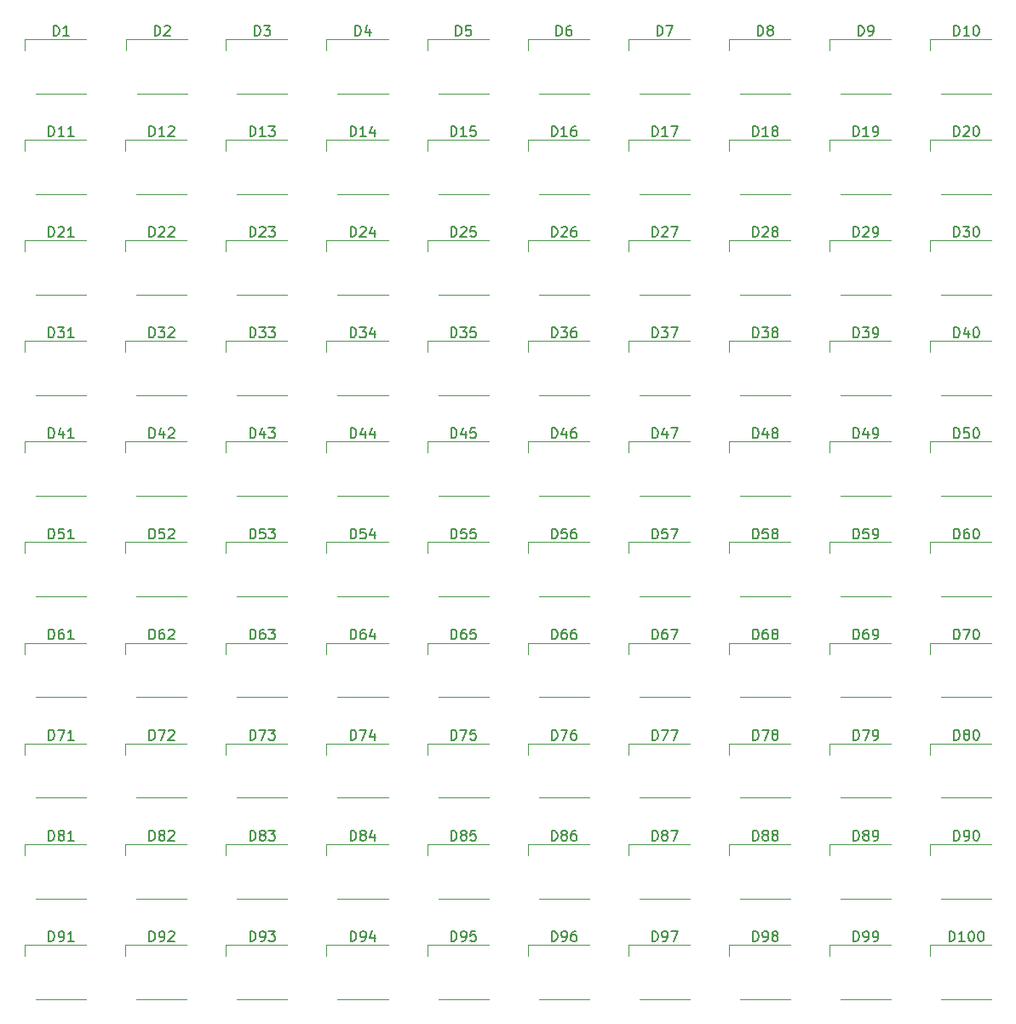
<source format=gbr>
%TF.GenerationSoftware,KiCad,Pcbnew,7.0.7+dfsg-1*%
%TF.CreationDate,2024-03-22T17:08:38+01:00*%
%TF.ProjectId,led_display,6c65645f-6469-4737-906c-61792e6b6963,rev?*%
%TF.SameCoordinates,Original*%
%TF.FileFunction,Legend,Top*%
%TF.FilePolarity,Positive*%
%FSLAX46Y46*%
G04 Gerber Fmt 4.6, Leading zero omitted, Abs format (unit mm)*
G04 Created by KiCad (PCBNEW 7.0.7+dfsg-1) date 2024-03-22 17:08:38*
%MOMM*%
%LPD*%
G01*
G04 APERTURE LIST*
%ADD10C,0.150000*%
%ADD11C,0.120000*%
G04 APERTURE END LIST*
D10*
X173785714Y-56954819D02*
X173785714Y-55954819D01*
X173785714Y-55954819D02*
X174023809Y-55954819D01*
X174023809Y-55954819D02*
X174166666Y-56002438D01*
X174166666Y-56002438D02*
X174261904Y-56097676D01*
X174261904Y-56097676D02*
X174309523Y-56192914D01*
X174309523Y-56192914D02*
X174357142Y-56383390D01*
X174357142Y-56383390D02*
X174357142Y-56526247D01*
X174357142Y-56526247D02*
X174309523Y-56716723D01*
X174309523Y-56716723D02*
X174261904Y-56811961D01*
X174261904Y-56811961D02*
X174166666Y-56907200D01*
X174166666Y-56907200D02*
X174023809Y-56954819D01*
X174023809Y-56954819D02*
X173785714Y-56954819D01*
X175214285Y-56288152D02*
X175214285Y-56954819D01*
X174976190Y-55907200D02*
X174738095Y-56621485D01*
X174738095Y-56621485D02*
X175357142Y-56621485D01*
X175928571Y-55954819D02*
X176023809Y-55954819D01*
X176023809Y-55954819D02*
X176119047Y-56002438D01*
X176119047Y-56002438D02*
X176166666Y-56050057D01*
X176166666Y-56050057D02*
X176214285Y-56145295D01*
X176214285Y-56145295D02*
X176261904Y-56335771D01*
X176261904Y-56335771D02*
X176261904Y-56573866D01*
X176261904Y-56573866D02*
X176214285Y-56764342D01*
X176214285Y-56764342D02*
X176166666Y-56859580D01*
X176166666Y-56859580D02*
X176119047Y-56907200D01*
X176119047Y-56907200D02*
X176023809Y-56954819D01*
X176023809Y-56954819D02*
X175928571Y-56954819D01*
X175928571Y-56954819D02*
X175833333Y-56907200D01*
X175833333Y-56907200D02*
X175785714Y-56859580D01*
X175785714Y-56859580D02*
X175738095Y-56764342D01*
X175738095Y-56764342D02*
X175690476Y-56573866D01*
X175690476Y-56573866D02*
X175690476Y-56335771D01*
X175690476Y-56335771D02*
X175738095Y-56145295D01*
X175738095Y-56145295D02*
X175785714Y-56050057D01*
X175785714Y-56050057D02*
X175833333Y-56002438D01*
X175833333Y-56002438D02*
X175928571Y-55954819D01*
X123785714Y-76954819D02*
X123785714Y-75954819D01*
X123785714Y-75954819D02*
X124023809Y-75954819D01*
X124023809Y-75954819D02*
X124166666Y-76002438D01*
X124166666Y-76002438D02*
X124261904Y-76097676D01*
X124261904Y-76097676D02*
X124309523Y-76192914D01*
X124309523Y-76192914D02*
X124357142Y-76383390D01*
X124357142Y-76383390D02*
X124357142Y-76526247D01*
X124357142Y-76526247D02*
X124309523Y-76716723D01*
X124309523Y-76716723D02*
X124261904Y-76811961D01*
X124261904Y-76811961D02*
X124166666Y-76907200D01*
X124166666Y-76907200D02*
X124023809Y-76954819D01*
X124023809Y-76954819D02*
X123785714Y-76954819D01*
X125261904Y-75954819D02*
X124785714Y-75954819D01*
X124785714Y-75954819D02*
X124738095Y-76431009D01*
X124738095Y-76431009D02*
X124785714Y-76383390D01*
X124785714Y-76383390D02*
X124880952Y-76335771D01*
X124880952Y-76335771D02*
X125119047Y-76335771D01*
X125119047Y-76335771D02*
X125214285Y-76383390D01*
X125214285Y-76383390D02*
X125261904Y-76431009D01*
X125261904Y-76431009D02*
X125309523Y-76526247D01*
X125309523Y-76526247D02*
X125309523Y-76764342D01*
X125309523Y-76764342D02*
X125261904Y-76859580D01*
X125261904Y-76859580D02*
X125214285Y-76907200D01*
X125214285Y-76907200D02*
X125119047Y-76954819D01*
X125119047Y-76954819D02*
X124880952Y-76954819D01*
X124880952Y-76954819D02*
X124785714Y-76907200D01*
X124785714Y-76907200D02*
X124738095Y-76859580D01*
X126214285Y-75954819D02*
X125738095Y-75954819D01*
X125738095Y-75954819D02*
X125690476Y-76431009D01*
X125690476Y-76431009D02*
X125738095Y-76383390D01*
X125738095Y-76383390D02*
X125833333Y-76335771D01*
X125833333Y-76335771D02*
X126071428Y-76335771D01*
X126071428Y-76335771D02*
X126166666Y-76383390D01*
X126166666Y-76383390D02*
X126214285Y-76431009D01*
X126214285Y-76431009D02*
X126261904Y-76526247D01*
X126261904Y-76526247D02*
X126261904Y-76764342D01*
X126261904Y-76764342D02*
X126214285Y-76859580D01*
X126214285Y-76859580D02*
X126166666Y-76907200D01*
X126166666Y-76907200D02*
X126071428Y-76954819D01*
X126071428Y-76954819D02*
X125833333Y-76954819D01*
X125833333Y-76954819D02*
X125738095Y-76907200D01*
X125738095Y-76907200D02*
X125690476Y-76859580D01*
X144261905Y-26954819D02*
X144261905Y-25954819D01*
X144261905Y-25954819D02*
X144500000Y-25954819D01*
X144500000Y-25954819D02*
X144642857Y-26002438D01*
X144642857Y-26002438D02*
X144738095Y-26097676D01*
X144738095Y-26097676D02*
X144785714Y-26192914D01*
X144785714Y-26192914D02*
X144833333Y-26383390D01*
X144833333Y-26383390D02*
X144833333Y-26526247D01*
X144833333Y-26526247D02*
X144785714Y-26716723D01*
X144785714Y-26716723D02*
X144738095Y-26811961D01*
X144738095Y-26811961D02*
X144642857Y-26907200D01*
X144642857Y-26907200D02*
X144500000Y-26954819D01*
X144500000Y-26954819D02*
X144261905Y-26954819D01*
X145166667Y-25954819D02*
X145833333Y-25954819D01*
X145833333Y-25954819D02*
X145404762Y-26954819D01*
X133785714Y-36954819D02*
X133785714Y-35954819D01*
X133785714Y-35954819D02*
X134023809Y-35954819D01*
X134023809Y-35954819D02*
X134166666Y-36002438D01*
X134166666Y-36002438D02*
X134261904Y-36097676D01*
X134261904Y-36097676D02*
X134309523Y-36192914D01*
X134309523Y-36192914D02*
X134357142Y-36383390D01*
X134357142Y-36383390D02*
X134357142Y-36526247D01*
X134357142Y-36526247D02*
X134309523Y-36716723D01*
X134309523Y-36716723D02*
X134261904Y-36811961D01*
X134261904Y-36811961D02*
X134166666Y-36907200D01*
X134166666Y-36907200D02*
X134023809Y-36954819D01*
X134023809Y-36954819D02*
X133785714Y-36954819D01*
X135309523Y-36954819D02*
X134738095Y-36954819D01*
X135023809Y-36954819D02*
X135023809Y-35954819D01*
X135023809Y-35954819D02*
X134928571Y-36097676D01*
X134928571Y-36097676D02*
X134833333Y-36192914D01*
X134833333Y-36192914D02*
X134738095Y-36240533D01*
X136166666Y-35954819D02*
X135976190Y-35954819D01*
X135976190Y-35954819D02*
X135880952Y-36002438D01*
X135880952Y-36002438D02*
X135833333Y-36050057D01*
X135833333Y-36050057D02*
X135738095Y-36192914D01*
X135738095Y-36192914D02*
X135690476Y-36383390D01*
X135690476Y-36383390D02*
X135690476Y-36764342D01*
X135690476Y-36764342D02*
X135738095Y-36859580D01*
X135738095Y-36859580D02*
X135785714Y-36907200D01*
X135785714Y-36907200D02*
X135880952Y-36954819D01*
X135880952Y-36954819D02*
X136071428Y-36954819D01*
X136071428Y-36954819D02*
X136166666Y-36907200D01*
X136166666Y-36907200D02*
X136214285Y-36859580D01*
X136214285Y-36859580D02*
X136261904Y-36764342D01*
X136261904Y-36764342D02*
X136261904Y-36526247D01*
X136261904Y-36526247D02*
X136214285Y-36431009D01*
X136214285Y-36431009D02*
X136166666Y-36383390D01*
X136166666Y-36383390D02*
X136071428Y-36335771D01*
X136071428Y-36335771D02*
X135880952Y-36335771D01*
X135880952Y-36335771D02*
X135785714Y-36383390D01*
X135785714Y-36383390D02*
X135738095Y-36431009D01*
X135738095Y-36431009D02*
X135690476Y-36526247D01*
X93785714Y-86954819D02*
X93785714Y-85954819D01*
X93785714Y-85954819D02*
X94023809Y-85954819D01*
X94023809Y-85954819D02*
X94166666Y-86002438D01*
X94166666Y-86002438D02*
X94261904Y-86097676D01*
X94261904Y-86097676D02*
X94309523Y-86192914D01*
X94309523Y-86192914D02*
X94357142Y-86383390D01*
X94357142Y-86383390D02*
X94357142Y-86526247D01*
X94357142Y-86526247D02*
X94309523Y-86716723D01*
X94309523Y-86716723D02*
X94261904Y-86811961D01*
X94261904Y-86811961D02*
X94166666Y-86907200D01*
X94166666Y-86907200D02*
X94023809Y-86954819D01*
X94023809Y-86954819D02*
X93785714Y-86954819D01*
X95214285Y-85954819D02*
X95023809Y-85954819D01*
X95023809Y-85954819D02*
X94928571Y-86002438D01*
X94928571Y-86002438D02*
X94880952Y-86050057D01*
X94880952Y-86050057D02*
X94785714Y-86192914D01*
X94785714Y-86192914D02*
X94738095Y-86383390D01*
X94738095Y-86383390D02*
X94738095Y-86764342D01*
X94738095Y-86764342D02*
X94785714Y-86859580D01*
X94785714Y-86859580D02*
X94833333Y-86907200D01*
X94833333Y-86907200D02*
X94928571Y-86954819D01*
X94928571Y-86954819D02*
X95119047Y-86954819D01*
X95119047Y-86954819D02*
X95214285Y-86907200D01*
X95214285Y-86907200D02*
X95261904Y-86859580D01*
X95261904Y-86859580D02*
X95309523Y-86764342D01*
X95309523Y-86764342D02*
X95309523Y-86526247D01*
X95309523Y-86526247D02*
X95261904Y-86431009D01*
X95261904Y-86431009D02*
X95214285Y-86383390D01*
X95214285Y-86383390D02*
X95119047Y-86335771D01*
X95119047Y-86335771D02*
X94928571Y-86335771D01*
X94928571Y-86335771D02*
X94833333Y-86383390D01*
X94833333Y-86383390D02*
X94785714Y-86431009D01*
X94785714Y-86431009D02*
X94738095Y-86526247D01*
X95690476Y-86050057D02*
X95738095Y-86002438D01*
X95738095Y-86002438D02*
X95833333Y-85954819D01*
X95833333Y-85954819D02*
X96071428Y-85954819D01*
X96071428Y-85954819D02*
X96166666Y-86002438D01*
X96166666Y-86002438D02*
X96214285Y-86050057D01*
X96214285Y-86050057D02*
X96261904Y-86145295D01*
X96261904Y-86145295D02*
X96261904Y-86240533D01*
X96261904Y-86240533D02*
X96214285Y-86383390D01*
X96214285Y-86383390D02*
X95642857Y-86954819D01*
X95642857Y-86954819D02*
X96261904Y-86954819D01*
X163785714Y-86954819D02*
X163785714Y-85954819D01*
X163785714Y-85954819D02*
X164023809Y-85954819D01*
X164023809Y-85954819D02*
X164166666Y-86002438D01*
X164166666Y-86002438D02*
X164261904Y-86097676D01*
X164261904Y-86097676D02*
X164309523Y-86192914D01*
X164309523Y-86192914D02*
X164357142Y-86383390D01*
X164357142Y-86383390D02*
X164357142Y-86526247D01*
X164357142Y-86526247D02*
X164309523Y-86716723D01*
X164309523Y-86716723D02*
X164261904Y-86811961D01*
X164261904Y-86811961D02*
X164166666Y-86907200D01*
X164166666Y-86907200D02*
X164023809Y-86954819D01*
X164023809Y-86954819D02*
X163785714Y-86954819D01*
X165214285Y-85954819D02*
X165023809Y-85954819D01*
X165023809Y-85954819D02*
X164928571Y-86002438D01*
X164928571Y-86002438D02*
X164880952Y-86050057D01*
X164880952Y-86050057D02*
X164785714Y-86192914D01*
X164785714Y-86192914D02*
X164738095Y-86383390D01*
X164738095Y-86383390D02*
X164738095Y-86764342D01*
X164738095Y-86764342D02*
X164785714Y-86859580D01*
X164785714Y-86859580D02*
X164833333Y-86907200D01*
X164833333Y-86907200D02*
X164928571Y-86954819D01*
X164928571Y-86954819D02*
X165119047Y-86954819D01*
X165119047Y-86954819D02*
X165214285Y-86907200D01*
X165214285Y-86907200D02*
X165261904Y-86859580D01*
X165261904Y-86859580D02*
X165309523Y-86764342D01*
X165309523Y-86764342D02*
X165309523Y-86526247D01*
X165309523Y-86526247D02*
X165261904Y-86431009D01*
X165261904Y-86431009D02*
X165214285Y-86383390D01*
X165214285Y-86383390D02*
X165119047Y-86335771D01*
X165119047Y-86335771D02*
X164928571Y-86335771D01*
X164928571Y-86335771D02*
X164833333Y-86383390D01*
X164833333Y-86383390D02*
X164785714Y-86431009D01*
X164785714Y-86431009D02*
X164738095Y-86526247D01*
X165785714Y-86954819D02*
X165976190Y-86954819D01*
X165976190Y-86954819D02*
X166071428Y-86907200D01*
X166071428Y-86907200D02*
X166119047Y-86859580D01*
X166119047Y-86859580D02*
X166214285Y-86716723D01*
X166214285Y-86716723D02*
X166261904Y-86526247D01*
X166261904Y-86526247D02*
X166261904Y-86145295D01*
X166261904Y-86145295D02*
X166214285Y-86050057D01*
X166214285Y-86050057D02*
X166166666Y-86002438D01*
X166166666Y-86002438D02*
X166071428Y-85954819D01*
X166071428Y-85954819D02*
X165880952Y-85954819D01*
X165880952Y-85954819D02*
X165785714Y-86002438D01*
X165785714Y-86002438D02*
X165738095Y-86050057D01*
X165738095Y-86050057D02*
X165690476Y-86145295D01*
X165690476Y-86145295D02*
X165690476Y-86383390D01*
X165690476Y-86383390D02*
X165738095Y-86478628D01*
X165738095Y-86478628D02*
X165785714Y-86526247D01*
X165785714Y-86526247D02*
X165880952Y-86573866D01*
X165880952Y-86573866D02*
X166071428Y-86573866D01*
X166071428Y-86573866D02*
X166166666Y-86526247D01*
X166166666Y-86526247D02*
X166214285Y-86478628D01*
X166214285Y-86478628D02*
X166261904Y-86383390D01*
X163785714Y-56954819D02*
X163785714Y-55954819D01*
X163785714Y-55954819D02*
X164023809Y-55954819D01*
X164023809Y-55954819D02*
X164166666Y-56002438D01*
X164166666Y-56002438D02*
X164261904Y-56097676D01*
X164261904Y-56097676D02*
X164309523Y-56192914D01*
X164309523Y-56192914D02*
X164357142Y-56383390D01*
X164357142Y-56383390D02*
X164357142Y-56526247D01*
X164357142Y-56526247D02*
X164309523Y-56716723D01*
X164309523Y-56716723D02*
X164261904Y-56811961D01*
X164261904Y-56811961D02*
X164166666Y-56907200D01*
X164166666Y-56907200D02*
X164023809Y-56954819D01*
X164023809Y-56954819D02*
X163785714Y-56954819D01*
X164690476Y-55954819D02*
X165309523Y-55954819D01*
X165309523Y-55954819D02*
X164976190Y-56335771D01*
X164976190Y-56335771D02*
X165119047Y-56335771D01*
X165119047Y-56335771D02*
X165214285Y-56383390D01*
X165214285Y-56383390D02*
X165261904Y-56431009D01*
X165261904Y-56431009D02*
X165309523Y-56526247D01*
X165309523Y-56526247D02*
X165309523Y-56764342D01*
X165309523Y-56764342D02*
X165261904Y-56859580D01*
X165261904Y-56859580D02*
X165214285Y-56907200D01*
X165214285Y-56907200D02*
X165119047Y-56954819D01*
X165119047Y-56954819D02*
X164833333Y-56954819D01*
X164833333Y-56954819D02*
X164738095Y-56907200D01*
X164738095Y-56907200D02*
X164690476Y-56859580D01*
X165785714Y-56954819D02*
X165976190Y-56954819D01*
X165976190Y-56954819D02*
X166071428Y-56907200D01*
X166071428Y-56907200D02*
X166119047Y-56859580D01*
X166119047Y-56859580D02*
X166214285Y-56716723D01*
X166214285Y-56716723D02*
X166261904Y-56526247D01*
X166261904Y-56526247D02*
X166261904Y-56145295D01*
X166261904Y-56145295D02*
X166214285Y-56050057D01*
X166214285Y-56050057D02*
X166166666Y-56002438D01*
X166166666Y-56002438D02*
X166071428Y-55954819D01*
X166071428Y-55954819D02*
X165880952Y-55954819D01*
X165880952Y-55954819D02*
X165785714Y-56002438D01*
X165785714Y-56002438D02*
X165738095Y-56050057D01*
X165738095Y-56050057D02*
X165690476Y-56145295D01*
X165690476Y-56145295D02*
X165690476Y-56383390D01*
X165690476Y-56383390D02*
X165738095Y-56478628D01*
X165738095Y-56478628D02*
X165785714Y-56526247D01*
X165785714Y-56526247D02*
X165880952Y-56573866D01*
X165880952Y-56573866D02*
X166071428Y-56573866D01*
X166071428Y-56573866D02*
X166166666Y-56526247D01*
X166166666Y-56526247D02*
X166214285Y-56478628D01*
X166214285Y-56478628D02*
X166261904Y-56383390D01*
X83785714Y-36954819D02*
X83785714Y-35954819D01*
X83785714Y-35954819D02*
X84023809Y-35954819D01*
X84023809Y-35954819D02*
X84166666Y-36002438D01*
X84166666Y-36002438D02*
X84261904Y-36097676D01*
X84261904Y-36097676D02*
X84309523Y-36192914D01*
X84309523Y-36192914D02*
X84357142Y-36383390D01*
X84357142Y-36383390D02*
X84357142Y-36526247D01*
X84357142Y-36526247D02*
X84309523Y-36716723D01*
X84309523Y-36716723D02*
X84261904Y-36811961D01*
X84261904Y-36811961D02*
X84166666Y-36907200D01*
X84166666Y-36907200D02*
X84023809Y-36954819D01*
X84023809Y-36954819D02*
X83785714Y-36954819D01*
X85309523Y-36954819D02*
X84738095Y-36954819D01*
X85023809Y-36954819D02*
X85023809Y-35954819D01*
X85023809Y-35954819D02*
X84928571Y-36097676D01*
X84928571Y-36097676D02*
X84833333Y-36192914D01*
X84833333Y-36192914D02*
X84738095Y-36240533D01*
X86261904Y-36954819D02*
X85690476Y-36954819D01*
X85976190Y-36954819D02*
X85976190Y-35954819D01*
X85976190Y-35954819D02*
X85880952Y-36097676D01*
X85880952Y-36097676D02*
X85785714Y-36192914D01*
X85785714Y-36192914D02*
X85690476Y-36240533D01*
X103785714Y-66954819D02*
X103785714Y-65954819D01*
X103785714Y-65954819D02*
X104023809Y-65954819D01*
X104023809Y-65954819D02*
X104166666Y-66002438D01*
X104166666Y-66002438D02*
X104261904Y-66097676D01*
X104261904Y-66097676D02*
X104309523Y-66192914D01*
X104309523Y-66192914D02*
X104357142Y-66383390D01*
X104357142Y-66383390D02*
X104357142Y-66526247D01*
X104357142Y-66526247D02*
X104309523Y-66716723D01*
X104309523Y-66716723D02*
X104261904Y-66811961D01*
X104261904Y-66811961D02*
X104166666Y-66907200D01*
X104166666Y-66907200D02*
X104023809Y-66954819D01*
X104023809Y-66954819D02*
X103785714Y-66954819D01*
X105214285Y-66288152D02*
X105214285Y-66954819D01*
X104976190Y-65907200D02*
X104738095Y-66621485D01*
X104738095Y-66621485D02*
X105357142Y-66621485D01*
X105642857Y-65954819D02*
X106261904Y-65954819D01*
X106261904Y-65954819D02*
X105928571Y-66335771D01*
X105928571Y-66335771D02*
X106071428Y-66335771D01*
X106071428Y-66335771D02*
X106166666Y-66383390D01*
X106166666Y-66383390D02*
X106214285Y-66431009D01*
X106214285Y-66431009D02*
X106261904Y-66526247D01*
X106261904Y-66526247D02*
X106261904Y-66764342D01*
X106261904Y-66764342D02*
X106214285Y-66859580D01*
X106214285Y-66859580D02*
X106166666Y-66907200D01*
X106166666Y-66907200D02*
X106071428Y-66954819D01*
X106071428Y-66954819D02*
X105785714Y-66954819D01*
X105785714Y-66954819D02*
X105690476Y-66907200D01*
X105690476Y-66907200D02*
X105642857Y-66859580D01*
X173785714Y-106954819D02*
X173785714Y-105954819D01*
X173785714Y-105954819D02*
X174023809Y-105954819D01*
X174023809Y-105954819D02*
X174166666Y-106002438D01*
X174166666Y-106002438D02*
X174261904Y-106097676D01*
X174261904Y-106097676D02*
X174309523Y-106192914D01*
X174309523Y-106192914D02*
X174357142Y-106383390D01*
X174357142Y-106383390D02*
X174357142Y-106526247D01*
X174357142Y-106526247D02*
X174309523Y-106716723D01*
X174309523Y-106716723D02*
X174261904Y-106811961D01*
X174261904Y-106811961D02*
X174166666Y-106907200D01*
X174166666Y-106907200D02*
X174023809Y-106954819D01*
X174023809Y-106954819D02*
X173785714Y-106954819D01*
X174833333Y-106954819D02*
X175023809Y-106954819D01*
X175023809Y-106954819D02*
X175119047Y-106907200D01*
X175119047Y-106907200D02*
X175166666Y-106859580D01*
X175166666Y-106859580D02*
X175261904Y-106716723D01*
X175261904Y-106716723D02*
X175309523Y-106526247D01*
X175309523Y-106526247D02*
X175309523Y-106145295D01*
X175309523Y-106145295D02*
X175261904Y-106050057D01*
X175261904Y-106050057D02*
X175214285Y-106002438D01*
X175214285Y-106002438D02*
X175119047Y-105954819D01*
X175119047Y-105954819D02*
X174928571Y-105954819D01*
X174928571Y-105954819D02*
X174833333Y-106002438D01*
X174833333Y-106002438D02*
X174785714Y-106050057D01*
X174785714Y-106050057D02*
X174738095Y-106145295D01*
X174738095Y-106145295D02*
X174738095Y-106383390D01*
X174738095Y-106383390D02*
X174785714Y-106478628D01*
X174785714Y-106478628D02*
X174833333Y-106526247D01*
X174833333Y-106526247D02*
X174928571Y-106573866D01*
X174928571Y-106573866D02*
X175119047Y-106573866D01*
X175119047Y-106573866D02*
X175214285Y-106526247D01*
X175214285Y-106526247D02*
X175261904Y-106478628D01*
X175261904Y-106478628D02*
X175309523Y-106383390D01*
X175928571Y-105954819D02*
X176023809Y-105954819D01*
X176023809Y-105954819D02*
X176119047Y-106002438D01*
X176119047Y-106002438D02*
X176166666Y-106050057D01*
X176166666Y-106050057D02*
X176214285Y-106145295D01*
X176214285Y-106145295D02*
X176261904Y-106335771D01*
X176261904Y-106335771D02*
X176261904Y-106573866D01*
X176261904Y-106573866D02*
X176214285Y-106764342D01*
X176214285Y-106764342D02*
X176166666Y-106859580D01*
X176166666Y-106859580D02*
X176119047Y-106907200D01*
X176119047Y-106907200D02*
X176023809Y-106954819D01*
X176023809Y-106954819D02*
X175928571Y-106954819D01*
X175928571Y-106954819D02*
X175833333Y-106907200D01*
X175833333Y-106907200D02*
X175785714Y-106859580D01*
X175785714Y-106859580D02*
X175738095Y-106764342D01*
X175738095Y-106764342D02*
X175690476Y-106573866D01*
X175690476Y-106573866D02*
X175690476Y-106335771D01*
X175690476Y-106335771D02*
X175738095Y-106145295D01*
X175738095Y-106145295D02*
X175785714Y-106050057D01*
X175785714Y-106050057D02*
X175833333Y-106002438D01*
X175833333Y-106002438D02*
X175928571Y-105954819D01*
X83785714Y-56954819D02*
X83785714Y-55954819D01*
X83785714Y-55954819D02*
X84023809Y-55954819D01*
X84023809Y-55954819D02*
X84166666Y-56002438D01*
X84166666Y-56002438D02*
X84261904Y-56097676D01*
X84261904Y-56097676D02*
X84309523Y-56192914D01*
X84309523Y-56192914D02*
X84357142Y-56383390D01*
X84357142Y-56383390D02*
X84357142Y-56526247D01*
X84357142Y-56526247D02*
X84309523Y-56716723D01*
X84309523Y-56716723D02*
X84261904Y-56811961D01*
X84261904Y-56811961D02*
X84166666Y-56907200D01*
X84166666Y-56907200D02*
X84023809Y-56954819D01*
X84023809Y-56954819D02*
X83785714Y-56954819D01*
X84690476Y-55954819D02*
X85309523Y-55954819D01*
X85309523Y-55954819D02*
X84976190Y-56335771D01*
X84976190Y-56335771D02*
X85119047Y-56335771D01*
X85119047Y-56335771D02*
X85214285Y-56383390D01*
X85214285Y-56383390D02*
X85261904Y-56431009D01*
X85261904Y-56431009D02*
X85309523Y-56526247D01*
X85309523Y-56526247D02*
X85309523Y-56764342D01*
X85309523Y-56764342D02*
X85261904Y-56859580D01*
X85261904Y-56859580D02*
X85214285Y-56907200D01*
X85214285Y-56907200D02*
X85119047Y-56954819D01*
X85119047Y-56954819D02*
X84833333Y-56954819D01*
X84833333Y-56954819D02*
X84738095Y-56907200D01*
X84738095Y-56907200D02*
X84690476Y-56859580D01*
X86261904Y-56954819D02*
X85690476Y-56954819D01*
X85976190Y-56954819D02*
X85976190Y-55954819D01*
X85976190Y-55954819D02*
X85880952Y-56097676D01*
X85880952Y-56097676D02*
X85785714Y-56192914D01*
X85785714Y-56192914D02*
X85690476Y-56240533D01*
X143785714Y-76954819D02*
X143785714Y-75954819D01*
X143785714Y-75954819D02*
X144023809Y-75954819D01*
X144023809Y-75954819D02*
X144166666Y-76002438D01*
X144166666Y-76002438D02*
X144261904Y-76097676D01*
X144261904Y-76097676D02*
X144309523Y-76192914D01*
X144309523Y-76192914D02*
X144357142Y-76383390D01*
X144357142Y-76383390D02*
X144357142Y-76526247D01*
X144357142Y-76526247D02*
X144309523Y-76716723D01*
X144309523Y-76716723D02*
X144261904Y-76811961D01*
X144261904Y-76811961D02*
X144166666Y-76907200D01*
X144166666Y-76907200D02*
X144023809Y-76954819D01*
X144023809Y-76954819D02*
X143785714Y-76954819D01*
X145261904Y-75954819D02*
X144785714Y-75954819D01*
X144785714Y-75954819D02*
X144738095Y-76431009D01*
X144738095Y-76431009D02*
X144785714Y-76383390D01*
X144785714Y-76383390D02*
X144880952Y-76335771D01*
X144880952Y-76335771D02*
X145119047Y-76335771D01*
X145119047Y-76335771D02*
X145214285Y-76383390D01*
X145214285Y-76383390D02*
X145261904Y-76431009D01*
X145261904Y-76431009D02*
X145309523Y-76526247D01*
X145309523Y-76526247D02*
X145309523Y-76764342D01*
X145309523Y-76764342D02*
X145261904Y-76859580D01*
X145261904Y-76859580D02*
X145214285Y-76907200D01*
X145214285Y-76907200D02*
X145119047Y-76954819D01*
X145119047Y-76954819D02*
X144880952Y-76954819D01*
X144880952Y-76954819D02*
X144785714Y-76907200D01*
X144785714Y-76907200D02*
X144738095Y-76859580D01*
X145642857Y-75954819D02*
X146309523Y-75954819D01*
X146309523Y-75954819D02*
X145880952Y-76954819D01*
X123785714Y-116954819D02*
X123785714Y-115954819D01*
X123785714Y-115954819D02*
X124023809Y-115954819D01*
X124023809Y-115954819D02*
X124166666Y-116002438D01*
X124166666Y-116002438D02*
X124261904Y-116097676D01*
X124261904Y-116097676D02*
X124309523Y-116192914D01*
X124309523Y-116192914D02*
X124357142Y-116383390D01*
X124357142Y-116383390D02*
X124357142Y-116526247D01*
X124357142Y-116526247D02*
X124309523Y-116716723D01*
X124309523Y-116716723D02*
X124261904Y-116811961D01*
X124261904Y-116811961D02*
X124166666Y-116907200D01*
X124166666Y-116907200D02*
X124023809Y-116954819D01*
X124023809Y-116954819D02*
X123785714Y-116954819D01*
X124833333Y-116954819D02*
X125023809Y-116954819D01*
X125023809Y-116954819D02*
X125119047Y-116907200D01*
X125119047Y-116907200D02*
X125166666Y-116859580D01*
X125166666Y-116859580D02*
X125261904Y-116716723D01*
X125261904Y-116716723D02*
X125309523Y-116526247D01*
X125309523Y-116526247D02*
X125309523Y-116145295D01*
X125309523Y-116145295D02*
X125261904Y-116050057D01*
X125261904Y-116050057D02*
X125214285Y-116002438D01*
X125214285Y-116002438D02*
X125119047Y-115954819D01*
X125119047Y-115954819D02*
X124928571Y-115954819D01*
X124928571Y-115954819D02*
X124833333Y-116002438D01*
X124833333Y-116002438D02*
X124785714Y-116050057D01*
X124785714Y-116050057D02*
X124738095Y-116145295D01*
X124738095Y-116145295D02*
X124738095Y-116383390D01*
X124738095Y-116383390D02*
X124785714Y-116478628D01*
X124785714Y-116478628D02*
X124833333Y-116526247D01*
X124833333Y-116526247D02*
X124928571Y-116573866D01*
X124928571Y-116573866D02*
X125119047Y-116573866D01*
X125119047Y-116573866D02*
X125214285Y-116526247D01*
X125214285Y-116526247D02*
X125261904Y-116478628D01*
X125261904Y-116478628D02*
X125309523Y-116383390D01*
X126214285Y-115954819D02*
X125738095Y-115954819D01*
X125738095Y-115954819D02*
X125690476Y-116431009D01*
X125690476Y-116431009D02*
X125738095Y-116383390D01*
X125738095Y-116383390D02*
X125833333Y-116335771D01*
X125833333Y-116335771D02*
X126071428Y-116335771D01*
X126071428Y-116335771D02*
X126166666Y-116383390D01*
X126166666Y-116383390D02*
X126214285Y-116431009D01*
X126214285Y-116431009D02*
X126261904Y-116526247D01*
X126261904Y-116526247D02*
X126261904Y-116764342D01*
X126261904Y-116764342D02*
X126214285Y-116859580D01*
X126214285Y-116859580D02*
X126166666Y-116907200D01*
X126166666Y-116907200D02*
X126071428Y-116954819D01*
X126071428Y-116954819D02*
X125833333Y-116954819D01*
X125833333Y-116954819D02*
X125738095Y-116907200D01*
X125738095Y-116907200D02*
X125690476Y-116859580D01*
X103785714Y-96954819D02*
X103785714Y-95954819D01*
X103785714Y-95954819D02*
X104023809Y-95954819D01*
X104023809Y-95954819D02*
X104166666Y-96002438D01*
X104166666Y-96002438D02*
X104261904Y-96097676D01*
X104261904Y-96097676D02*
X104309523Y-96192914D01*
X104309523Y-96192914D02*
X104357142Y-96383390D01*
X104357142Y-96383390D02*
X104357142Y-96526247D01*
X104357142Y-96526247D02*
X104309523Y-96716723D01*
X104309523Y-96716723D02*
X104261904Y-96811961D01*
X104261904Y-96811961D02*
X104166666Y-96907200D01*
X104166666Y-96907200D02*
X104023809Y-96954819D01*
X104023809Y-96954819D02*
X103785714Y-96954819D01*
X104690476Y-95954819D02*
X105357142Y-95954819D01*
X105357142Y-95954819D02*
X104928571Y-96954819D01*
X105642857Y-95954819D02*
X106261904Y-95954819D01*
X106261904Y-95954819D02*
X105928571Y-96335771D01*
X105928571Y-96335771D02*
X106071428Y-96335771D01*
X106071428Y-96335771D02*
X106166666Y-96383390D01*
X106166666Y-96383390D02*
X106214285Y-96431009D01*
X106214285Y-96431009D02*
X106261904Y-96526247D01*
X106261904Y-96526247D02*
X106261904Y-96764342D01*
X106261904Y-96764342D02*
X106214285Y-96859580D01*
X106214285Y-96859580D02*
X106166666Y-96907200D01*
X106166666Y-96907200D02*
X106071428Y-96954819D01*
X106071428Y-96954819D02*
X105785714Y-96954819D01*
X105785714Y-96954819D02*
X105690476Y-96907200D01*
X105690476Y-96907200D02*
X105642857Y-96859580D01*
X134261905Y-26954819D02*
X134261905Y-25954819D01*
X134261905Y-25954819D02*
X134500000Y-25954819D01*
X134500000Y-25954819D02*
X134642857Y-26002438D01*
X134642857Y-26002438D02*
X134738095Y-26097676D01*
X134738095Y-26097676D02*
X134785714Y-26192914D01*
X134785714Y-26192914D02*
X134833333Y-26383390D01*
X134833333Y-26383390D02*
X134833333Y-26526247D01*
X134833333Y-26526247D02*
X134785714Y-26716723D01*
X134785714Y-26716723D02*
X134738095Y-26811961D01*
X134738095Y-26811961D02*
X134642857Y-26907200D01*
X134642857Y-26907200D02*
X134500000Y-26954819D01*
X134500000Y-26954819D02*
X134261905Y-26954819D01*
X135690476Y-25954819D02*
X135500000Y-25954819D01*
X135500000Y-25954819D02*
X135404762Y-26002438D01*
X135404762Y-26002438D02*
X135357143Y-26050057D01*
X135357143Y-26050057D02*
X135261905Y-26192914D01*
X135261905Y-26192914D02*
X135214286Y-26383390D01*
X135214286Y-26383390D02*
X135214286Y-26764342D01*
X135214286Y-26764342D02*
X135261905Y-26859580D01*
X135261905Y-26859580D02*
X135309524Y-26907200D01*
X135309524Y-26907200D02*
X135404762Y-26954819D01*
X135404762Y-26954819D02*
X135595238Y-26954819D01*
X135595238Y-26954819D02*
X135690476Y-26907200D01*
X135690476Y-26907200D02*
X135738095Y-26859580D01*
X135738095Y-26859580D02*
X135785714Y-26764342D01*
X135785714Y-26764342D02*
X135785714Y-26526247D01*
X135785714Y-26526247D02*
X135738095Y-26431009D01*
X135738095Y-26431009D02*
X135690476Y-26383390D01*
X135690476Y-26383390D02*
X135595238Y-26335771D01*
X135595238Y-26335771D02*
X135404762Y-26335771D01*
X135404762Y-26335771D02*
X135309524Y-26383390D01*
X135309524Y-26383390D02*
X135261905Y-26431009D01*
X135261905Y-26431009D02*
X135214286Y-26526247D01*
X133785714Y-66954819D02*
X133785714Y-65954819D01*
X133785714Y-65954819D02*
X134023809Y-65954819D01*
X134023809Y-65954819D02*
X134166666Y-66002438D01*
X134166666Y-66002438D02*
X134261904Y-66097676D01*
X134261904Y-66097676D02*
X134309523Y-66192914D01*
X134309523Y-66192914D02*
X134357142Y-66383390D01*
X134357142Y-66383390D02*
X134357142Y-66526247D01*
X134357142Y-66526247D02*
X134309523Y-66716723D01*
X134309523Y-66716723D02*
X134261904Y-66811961D01*
X134261904Y-66811961D02*
X134166666Y-66907200D01*
X134166666Y-66907200D02*
X134023809Y-66954819D01*
X134023809Y-66954819D02*
X133785714Y-66954819D01*
X135214285Y-66288152D02*
X135214285Y-66954819D01*
X134976190Y-65907200D02*
X134738095Y-66621485D01*
X134738095Y-66621485D02*
X135357142Y-66621485D01*
X136166666Y-65954819D02*
X135976190Y-65954819D01*
X135976190Y-65954819D02*
X135880952Y-66002438D01*
X135880952Y-66002438D02*
X135833333Y-66050057D01*
X135833333Y-66050057D02*
X135738095Y-66192914D01*
X135738095Y-66192914D02*
X135690476Y-66383390D01*
X135690476Y-66383390D02*
X135690476Y-66764342D01*
X135690476Y-66764342D02*
X135738095Y-66859580D01*
X135738095Y-66859580D02*
X135785714Y-66907200D01*
X135785714Y-66907200D02*
X135880952Y-66954819D01*
X135880952Y-66954819D02*
X136071428Y-66954819D01*
X136071428Y-66954819D02*
X136166666Y-66907200D01*
X136166666Y-66907200D02*
X136214285Y-66859580D01*
X136214285Y-66859580D02*
X136261904Y-66764342D01*
X136261904Y-66764342D02*
X136261904Y-66526247D01*
X136261904Y-66526247D02*
X136214285Y-66431009D01*
X136214285Y-66431009D02*
X136166666Y-66383390D01*
X136166666Y-66383390D02*
X136071428Y-66335771D01*
X136071428Y-66335771D02*
X135880952Y-66335771D01*
X135880952Y-66335771D02*
X135785714Y-66383390D01*
X135785714Y-66383390D02*
X135738095Y-66431009D01*
X135738095Y-66431009D02*
X135690476Y-66526247D01*
X93785714Y-56954819D02*
X93785714Y-55954819D01*
X93785714Y-55954819D02*
X94023809Y-55954819D01*
X94023809Y-55954819D02*
X94166666Y-56002438D01*
X94166666Y-56002438D02*
X94261904Y-56097676D01*
X94261904Y-56097676D02*
X94309523Y-56192914D01*
X94309523Y-56192914D02*
X94357142Y-56383390D01*
X94357142Y-56383390D02*
X94357142Y-56526247D01*
X94357142Y-56526247D02*
X94309523Y-56716723D01*
X94309523Y-56716723D02*
X94261904Y-56811961D01*
X94261904Y-56811961D02*
X94166666Y-56907200D01*
X94166666Y-56907200D02*
X94023809Y-56954819D01*
X94023809Y-56954819D02*
X93785714Y-56954819D01*
X94690476Y-55954819D02*
X95309523Y-55954819D01*
X95309523Y-55954819D02*
X94976190Y-56335771D01*
X94976190Y-56335771D02*
X95119047Y-56335771D01*
X95119047Y-56335771D02*
X95214285Y-56383390D01*
X95214285Y-56383390D02*
X95261904Y-56431009D01*
X95261904Y-56431009D02*
X95309523Y-56526247D01*
X95309523Y-56526247D02*
X95309523Y-56764342D01*
X95309523Y-56764342D02*
X95261904Y-56859580D01*
X95261904Y-56859580D02*
X95214285Y-56907200D01*
X95214285Y-56907200D02*
X95119047Y-56954819D01*
X95119047Y-56954819D02*
X94833333Y-56954819D01*
X94833333Y-56954819D02*
X94738095Y-56907200D01*
X94738095Y-56907200D02*
X94690476Y-56859580D01*
X95690476Y-56050057D02*
X95738095Y-56002438D01*
X95738095Y-56002438D02*
X95833333Y-55954819D01*
X95833333Y-55954819D02*
X96071428Y-55954819D01*
X96071428Y-55954819D02*
X96166666Y-56002438D01*
X96166666Y-56002438D02*
X96214285Y-56050057D01*
X96214285Y-56050057D02*
X96261904Y-56145295D01*
X96261904Y-56145295D02*
X96261904Y-56240533D01*
X96261904Y-56240533D02*
X96214285Y-56383390D01*
X96214285Y-56383390D02*
X95642857Y-56954819D01*
X95642857Y-56954819D02*
X96261904Y-56954819D01*
X143785714Y-36954819D02*
X143785714Y-35954819D01*
X143785714Y-35954819D02*
X144023809Y-35954819D01*
X144023809Y-35954819D02*
X144166666Y-36002438D01*
X144166666Y-36002438D02*
X144261904Y-36097676D01*
X144261904Y-36097676D02*
X144309523Y-36192914D01*
X144309523Y-36192914D02*
X144357142Y-36383390D01*
X144357142Y-36383390D02*
X144357142Y-36526247D01*
X144357142Y-36526247D02*
X144309523Y-36716723D01*
X144309523Y-36716723D02*
X144261904Y-36811961D01*
X144261904Y-36811961D02*
X144166666Y-36907200D01*
X144166666Y-36907200D02*
X144023809Y-36954819D01*
X144023809Y-36954819D02*
X143785714Y-36954819D01*
X145309523Y-36954819D02*
X144738095Y-36954819D01*
X145023809Y-36954819D02*
X145023809Y-35954819D01*
X145023809Y-35954819D02*
X144928571Y-36097676D01*
X144928571Y-36097676D02*
X144833333Y-36192914D01*
X144833333Y-36192914D02*
X144738095Y-36240533D01*
X145642857Y-35954819D02*
X146309523Y-35954819D01*
X146309523Y-35954819D02*
X145880952Y-36954819D01*
X143785714Y-116954819D02*
X143785714Y-115954819D01*
X143785714Y-115954819D02*
X144023809Y-115954819D01*
X144023809Y-115954819D02*
X144166666Y-116002438D01*
X144166666Y-116002438D02*
X144261904Y-116097676D01*
X144261904Y-116097676D02*
X144309523Y-116192914D01*
X144309523Y-116192914D02*
X144357142Y-116383390D01*
X144357142Y-116383390D02*
X144357142Y-116526247D01*
X144357142Y-116526247D02*
X144309523Y-116716723D01*
X144309523Y-116716723D02*
X144261904Y-116811961D01*
X144261904Y-116811961D02*
X144166666Y-116907200D01*
X144166666Y-116907200D02*
X144023809Y-116954819D01*
X144023809Y-116954819D02*
X143785714Y-116954819D01*
X144833333Y-116954819D02*
X145023809Y-116954819D01*
X145023809Y-116954819D02*
X145119047Y-116907200D01*
X145119047Y-116907200D02*
X145166666Y-116859580D01*
X145166666Y-116859580D02*
X145261904Y-116716723D01*
X145261904Y-116716723D02*
X145309523Y-116526247D01*
X145309523Y-116526247D02*
X145309523Y-116145295D01*
X145309523Y-116145295D02*
X145261904Y-116050057D01*
X145261904Y-116050057D02*
X145214285Y-116002438D01*
X145214285Y-116002438D02*
X145119047Y-115954819D01*
X145119047Y-115954819D02*
X144928571Y-115954819D01*
X144928571Y-115954819D02*
X144833333Y-116002438D01*
X144833333Y-116002438D02*
X144785714Y-116050057D01*
X144785714Y-116050057D02*
X144738095Y-116145295D01*
X144738095Y-116145295D02*
X144738095Y-116383390D01*
X144738095Y-116383390D02*
X144785714Y-116478628D01*
X144785714Y-116478628D02*
X144833333Y-116526247D01*
X144833333Y-116526247D02*
X144928571Y-116573866D01*
X144928571Y-116573866D02*
X145119047Y-116573866D01*
X145119047Y-116573866D02*
X145214285Y-116526247D01*
X145214285Y-116526247D02*
X145261904Y-116478628D01*
X145261904Y-116478628D02*
X145309523Y-116383390D01*
X145642857Y-115954819D02*
X146309523Y-115954819D01*
X146309523Y-115954819D02*
X145880952Y-116954819D01*
X93785714Y-96954819D02*
X93785714Y-95954819D01*
X93785714Y-95954819D02*
X94023809Y-95954819D01*
X94023809Y-95954819D02*
X94166666Y-96002438D01*
X94166666Y-96002438D02*
X94261904Y-96097676D01*
X94261904Y-96097676D02*
X94309523Y-96192914D01*
X94309523Y-96192914D02*
X94357142Y-96383390D01*
X94357142Y-96383390D02*
X94357142Y-96526247D01*
X94357142Y-96526247D02*
X94309523Y-96716723D01*
X94309523Y-96716723D02*
X94261904Y-96811961D01*
X94261904Y-96811961D02*
X94166666Y-96907200D01*
X94166666Y-96907200D02*
X94023809Y-96954819D01*
X94023809Y-96954819D02*
X93785714Y-96954819D01*
X94690476Y-95954819D02*
X95357142Y-95954819D01*
X95357142Y-95954819D02*
X94928571Y-96954819D01*
X95690476Y-96050057D02*
X95738095Y-96002438D01*
X95738095Y-96002438D02*
X95833333Y-95954819D01*
X95833333Y-95954819D02*
X96071428Y-95954819D01*
X96071428Y-95954819D02*
X96166666Y-96002438D01*
X96166666Y-96002438D02*
X96214285Y-96050057D01*
X96214285Y-96050057D02*
X96261904Y-96145295D01*
X96261904Y-96145295D02*
X96261904Y-96240533D01*
X96261904Y-96240533D02*
X96214285Y-96383390D01*
X96214285Y-96383390D02*
X95642857Y-96954819D01*
X95642857Y-96954819D02*
X96261904Y-96954819D01*
X113785714Y-86954819D02*
X113785714Y-85954819D01*
X113785714Y-85954819D02*
X114023809Y-85954819D01*
X114023809Y-85954819D02*
X114166666Y-86002438D01*
X114166666Y-86002438D02*
X114261904Y-86097676D01*
X114261904Y-86097676D02*
X114309523Y-86192914D01*
X114309523Y-86192914D02*
X114357142Y-86383390D01*
X114357142Y-86383390D02*
X114357142Y-86526247D01*
X114357142Y-86526247D02*
X114309523Y-86716723D01*
X114309523Y-86716723D02*
X114261904Y-86811961D01*
X114261904Y-86811961D02*
X114166666Y-86907200D01*
X114166666Y-86907200D02*
X114023809Y-86954819D01*
X114023809Y-86954819D02*
X113785714Y-86954819D01*
X115214285Y-85954819D02*
X115023809Y-85954819D01*
X115023809Y-85954819D02*
X114928571Y-86002438D01*
X114928571Y-86002438D02*
X114880952Y-86050057D01*
X114880952Y-86050057D02*
X114785714Y-86192914D01*
X114785714Y-86192914D02*
X114738095Y-86383390D01*
X114738095Y-86383390D02*
X114738095Y-86764342D01*
X114738095Y-86764342D02*
X114785714Y-86859580D01*
X114785714Y-86859580D02*
X114833333Y-86907200D01*
X114833333Y-86907200D02*
X114928571Y-86954819D01*
X114928571Y-86954819D02*
X115119047Y-86954819D01*
X115119047Y-86954819D02*
X115214285Y-86907200D01*
X115214285Y-86907200D02*
X115261904Y-86859580D01*
X115261904Y-86859580D02*
X115309523Y-86764342D01*
X115309523Y-86764342D02*
X115309523Y-86526247D01*
X115309523Y-86526247D02*
X115261904Y-86431009D01*
X115261904Y-86431009D02*
X115214285Y-86383390D01*
X115214285Y-86383390D02*
X115119047Y-86335771D01*
X115119047Y-86335771D02*
X114928571Y-86335771D01*
X114928571Y-86335771D02*
X114833333Y-86383390D01*
X114833333Y-86383390D02*
X114785714Y-86431009D01*
X114785714Y-86431009D02*
X114738095Y-86526247D01*
X116166666Y-86288152D02*
X116166666Y-86954819D01*
X115928571Y-85907200D02*
X115690476Y-86621485D01*
X115690476Y-86621485D02*
X116309523Y-86621485D01*
X83785714Y-76954819D02*
X83785714Y-75954819D01*
X83785714Y-75954819D02*
X84023809Y-75954819D01*
X84023809Y-75954819D02*
X84166666Y-76002438D01*
X84166666Y-76002438D02*
X84261904Y-76097676D01*
X84261904Y-76097676D02*
X84309523Y-76192914D01*
X84309523Y-76192914D02*
X84357142Y-76383390D01*
X84357142Y-76383390D02*
X84357142Y-76526247D01*
X84357142Y-76526247D02*
X84309523Y-76716723D01*
X84309523Y-76716723D02*
X84261904Y-76811961D01*
X84261904Y-76811961D02*
X84166666Y-76907200D01*
X84166666Y-76907200D02*
X84023809Y-76954819D01*
X84023809Y-76954819D02*
X83785714Y-76954819D01*
X85261904Y-75954819D02*
X84785714Y-75954819D01*
X84785714Y-75954819D02*
X84738095Y-76431009D01*
X84738095Y-76431009D02*
X84785714Y-76383390D01*
X84785714Y-76383390D02*
X84880952Y-76335771D01*
X84880952Y-76335771D02*
X85119047Y-76335771D01*
X85119047Y-76335771D02*
X85214285Y-76383390D01*
X85214285Y-76383390D02*
X85261904Y-76431009D01*
X85261904Y-76431009D02*
X85309523Y-76526247D01*
X85309523Y-76526247D02*
X85309523Y-76764342D01*
X85309523Y-76764342D02*
X85261904Y-76859580D01*
X85261904Y-76859580D02*
X85214285Y-76907200D01*
X85214285Y-76907200D02*
X85119047Y-76954819D01*
X85119047Y-76954819D02*
X84880952Y-76954819D01*
X84880952Y-76954819D02*
X84785714Y-76907200D01*
X84785714Y-76907200D02*
X84738095Y-76859580D01*
X86261904Y-76954819D02*
X85690476Y-76954819D01*
X85976190Y-76954819D02*
X85976190Y-75954819D01*
X85976190Y-75954819D02*
X85880952Y-76097676D01*
X85880952Y-76097676D02*
X85785714Y-76192914D01*
X85785714Y-76192914D02*
X85690476Y-76240533D01*
X173785714Y-96954819D02*
X173785714Y-95954819D01*
X173785714Y-95954819D02*
X174023809Y-95954819D01*
X174023809Y-95954819D02*
X174166666Y-96002438D01*
X174166666Y-96002438D02*
X174261904Y-96097676D01*
X174261904Y-96097676D02*
X174309523Y-96192914D01*
X174309523Y-96192914D02*
X174357142Y-96383390D01*
X174357142Y-96383390D02*
X174357142Y-96526247D01*
X174357142Y-96526247D02*
X174309523Y-96716723D01*
X174309523Y-96716723D02*
X174261904Y-96811961D01*
X174261904Y-96811961D02*
X174166666Y-96907200D01*
X174166666Y-96907200D02*
X174023809Y-96954819D01*
X174023809Y-96954819D02*
X173785714Y-96954819D01*
X174928571Y-96383390D02*
X174833333Y-96335771D01*
X174833333Y-96335771D02*
X174785714Y-96288152D01*
X174785714Y-96288152D02*
X174738095Y-96192914D01*
X174738095Y-96192914D02*
X174738095Y-96145295D01*
X174738095Y-96145295D02*
X174785714Y-96050057D01*
X174785714Y-96050057D02*
X174833333Y-96002438D01*
X174833333Y-96002438D02*
X174928571Y-95954819D01*
X174928571Y-95954819D02*
X175119047Y-95954819D01*
X175119047Y-95954819D02*
X175214285Y-96002438D01*
X175214285Y-96002438D02*
X175261904Y-96050057D01*
X175261904Y-96050057D02*
X175309523Y-96145295D01*
X175309523Y-96145295D02*
X175309523Y-96192914D01*
X175309523Y-96192914D02*
X175261904Y-96288152D01*
X175261904Y-96288152D02*
X175214285Y-96335771D01*
X175214285Y-96335771D02*
X175119047Y-96383390D01*
X175119047Y-96383390D02*
X174928571Y-96383390D01*
X174928571Y-96383390D02*
X174833333Y-96431009D01*
X174833333Y-96431009D02*
X174785714Y-96478628D01*
X174785714Y-96478628D02*
X174738095Y-96573866D01*
X174738095Y-96573866D02*
X174738095Y-96764342D01*
X174738095Y-96764342D02*
X174785714Y-96859580D01*
X174785714Y-96859580D02*
X174833333Y-96907200D01*
X174833333Y-96907200D02*
X174928571Y-96954819D01*
X174928571Y-96954819D02*
X175119047Y-96954819D01*
X175119047Y-96954819D02*
X175214285Y-96907200D01*
X175214285Y-96907200D02*
X175261904Y-96859580D01*
X175261904Y-96859580D02*
X175309523Y-96764342D01*
X175309523Y-96764342D02*
X175309523Y-96573866D01*
X175309523Y-96573866D02*
X175261904Y-96478628D01*
X175261904Y-96478628D02*
X175214285Y-96431009D01*
X175214285Y-96431009D02*
X175119047Y-96383390D01*
X175928571Y-95954819D02*
X176023809Y-95954819D01*
X176023809Y-95954819D02*
X176119047Y-96002438D01*
X176119047Y-96002438D02*
X176166666Y-96050057D01*
X176166666Y-96050057D02*
X176214285Y-96145295D01*
X176214285Y-96145295D02*
X176261904Y-96335771D01*
X176261904Y-96335771D02*
X176261904Y-96573866D01*
X176261904Y-96573866D02*
X176214285Y-96764342D01*
X176214285Y-96764342D02*
X176166666Y-96859580D01*
X176166666Y-96859580D02*
X176119047Y-96907200D01*
X176119047Y-96907200D02*
X176023809Y-96954819D01*
X176023809Y-96954819D02*
X175928571Y-96954819D01*
X175928571Y-96954819D02*
X175833333Y-96907200D01*
X175833333Y-96907200D02*
X175785714Y-96859580D01*
X175785714Y-96859580D02*
X175738095Y-96764342D01*
X175738095Y-96764342D02*
X175690476Y-96573866D01*
X175690476Y-96573866D02*
X175690476Y-96335771D01*
X175690476Y-96335771D02*
X175738095Y-96145295D01*
X175738095Y-96145295D02*
X175785714Y-96050057D01*
X175785714Y-96050057D02*
X175833333Y-96002438D01*
X175833333Y-96002438D02*
X175928571Y-95954819D01*
X93785714Y-116954819D02*
X93785714Y-115954819D01*
X93785714Y-115954819D02*
X94023809Y-115954819D01*
X94023809Y-115954819D02*
X94166666Y-116002438D01*
X94166666Y-116002438D02*
X94261904Y-116097676D01*
X94261904Y-116097676D02*
X94309523Y-116192914D01*
X94309523Y-116192914D02*
X94357142Y-116383390D01*
X94357142Y-116383390D02*
X94357142Y-116526247D01*
X94357142Y-116526247D02*
X94309523Y-116716723D01*
X94309523Y-116716723D02*
X94261904Y-116811961D01*
X94261904Y-116811961D02*
X94166666Y-116907200D01*
X94166666Y-116907200D02*
X94023809Y-116954819D01*
X94023809Y-116954819D02*
X93785714Y-116954819D01*
X94833333Y-116954819D02*
X95023809Y-116954819D01*
X95023809Y-116954819D02*
X95119047Y-116907200D01*
X95119047Y-116907200D02*
X95166666Y-116859580D01*
X95166666Y-116859580D02*
X95261904Y-116716723D01*
X95261904Y-116716723D02*
X95309523Y-116526247D01*
X95309523Y-116526247D02*
X95309523Y-116145295D01*
X95309523Y-116145295D02*
X95261904Y-116050057D01*
X95261904Y-116050057D02*
X95214285Y-116002438D01*
X95214285Y-116002438D02*
X95119047Y-115954819D01*
X95119047Y-115954819D02*
X94928571Y-115954819D01*
X94928571Y-115954819D02*
X94833333Y-116002438D01*
X94833333Y-116002438D02*
X94785714Y-116050057D01*
X94785714Y-116050057D02*
X94738095Y-116145295D01*
X94738095Y-116145295D02*
X94738095Y-116383390D01*
X94738095Y-116383390D02*
X94785714Y-116478628D01*
X94785714Y-116478628D02*
X94833333Y-116526247D01*
X94833333Y-116526247D02*
X94928571Y-116573866D01*
X94928571Y-116573866D02*
X95119047Y-116573866D01*
X95119047Y-116573866D02*
X95214285Y-116526247D01*
X95214285Y-116526247D02*
X95261904Y-116478628D01*
X95261904Y-116478628D02*
X95309523Y-116383390D01*
X95690476Y-116050057D02*
X95738095Y-116002438D01*
X95738095Y-116002438D02*
X95833333Y-115954819D01*
X95833333Y-115954819D02*
X96071428Y-115954819D01*
X96071428Y-115954819D02*
X96166666Y-116002438D01*
X96166666Y-116002438D02*
X96214285Y-116050057D01*
X96214285Y-116050057D02*
X96261904Y-116145295D01*
X96261904Y-116145295D02*
X96261904Y-116240533D01*
X96261904Y-116240533D02*
X96214285Y-116383390D01*
X96214285Y-116383390D02*
X95642857Y-116954819D01*
X95642857Y-116954819D02*
X96261904Y-116954819D01*
X83785714Y-96954819D02*
X83785714Y-95954819D01*
X83785714Y-95954819D02*
X84023809Y-95954819D01*
X84023809Y-95954819D02*
X84166666Y-96002438D01*
X84166666Y-96002438D02*
X84261904Y-96097676D01*
X84261904Y-96097676D02*
X84309523Y-96192914D01*
X84309523Y-96192914D02*
X84357142Y-96383390D01*
X84357142Y-96383390D02*
X84357142Y-96526247D01*
X84357142Y-96526247D02*
X84309523Y-96716723D01*
X84309523Y-96716723D02*
X84261904Y-96811961D01*
X84261904Y-96811961D02*
X84166666Y-96907200D01*
X84166666Y-96907200D02*
X84023809Y-96954819D01*
X84023809Y-96954819D02*
X83785714Y-96954819D01*
X84690476Y-95954819D02*
X85357142Y-95954819D01*
X85357142Y-95954819D02*
X84928571Y-96954819D01*
X86261904Y-96954819D02*
X85690476Y-96954819D01*
X85976190Y-96954819D02*
X85976190Y-95954819D01*
X85976190Y-95954819D02*
X85880952Y-96097676D01*
X85880952Y-96097676D02*
X85785714Y-96192914D01*
X85785714Y-96192914D02*
X85690476Y-96240533D01*
X133785714Y-116954819D02*
X133785714Y-115954819D01*
X133785714Y-115954819D02*
X134023809Y-115954819D01*
X134023809Y-115954819D02*
X134166666Y-116002438D01*
X134166666Y-116002438D02*
X134261904Y-116097676D01*
X134261904Y-116097676D02*
X134309523Y-116192914D01*
X134309523Y-116192914D02*
X134357142Y-116383390D01*
X134357142Y-116383390D02*
X134357142Y-116526247D01*
X134357142Y-116526247D02*
X134309523Y-116716723D01*
X134309523Y-116716723D02*
X134261904Y-116811961D01*
X134261904Y-116811961D02*
X134166666Y-116907200D01*
X134166666Y-116907200D02*
X134023809Y-116954819D01*
X134023809Y-116954819D02*
X133785714Y-116954819D01*
X134833333Y-116954819D02*
X135023809Y-116954819D01*
X135023809Y-116954819D02*
X135119047Y-116907200D01*
X135119047Y-116907200D02*
X135166666Y-116859580D01*
X135166666Y-116859580D02*
X135261904Y-116716723D01*
X135261904Y-116716723D02*
X135309523Y-116526247D01*
X135309523Y-116526247D02*
X135309523Y-116145295D01*
X135309523Y-116145295D02*
X135261904Y-116050057D01*
X135261904Y-116050057D02*
X135214285Y-116002438D01*
X135214285Y-116002438D02*
X135119047Y-115954819D01*
X135119047Y-115954819D02*
X134928571Y-115954819D01*
X134928571Y-115954819D02*
X134833333Y-116002438D01*
X134833333Y-116002438D02*
X134785714Y-116050057D01*
X134785714Y-116050057D02*
X134738095Y-116145295D01*
X134738095Y-116145295D02*
X134738095Y-116383390D01*
X134738095Y-116383390D02*
X134785714Y-116478628D01*
X134785714Y-116478628D02*
X134833333Y-116526247D01*
X134833333Y-116526247D02*
X134928571Y-116573866D01*
X134928571Y-116573866D02*
X135119047Y-116573866D01*
X135119047Y-116573866D02*
X135214285Y-116526247D01*
X135214285Y-116526247D02*
X135261904Y-116478628D01*
X135261904Y-116478628D02*
X135309523Y-116383390D01*
X136166666Y-115954819D02*
X135976190Y-115954819D01*
X135976190Y-115954819D02*
X135880952Y-116002438D01*
X135880952Y-116002438D02*
X135833333Y-116050057D01*
X135833333Y-116050057D02*
X135738095Y-116192914D01*
X135738095Y-116192914D02*
X135690476Y-116383390D01*
X135690476Y-116383390D02*
X135690476Y-116764342D01*
X135690476Y-116764342D02*
X135738095Y-116859580D01*
X135738095Y-116859580D02*
X135785714Y-116907200D01*
X135785714Y-116907200D02*
X135880952Y-116954819D01*
X135880952Y-116954819D02*
X136071428Y-116954819D01*
X136071428Y-116954819D02*
X136166666Y-116907200D01*
X136166666Y-116907200D02*
X136214285Y-116859580D01*
X136214285Y-116859580D02*
X136261904Y-116764342D01*
X136261904Y-116764342D02*
X136261904Y-116526247D01*
X136261904Y-116526247D02*
X136214285Y-116431009D01*
X136214285Y-116431009D02*
X136166666Y-116383390D01*
X136166666Y-116383390D02*
X136071428Y-116335771D01*
X136071428Y-116335771D02*
X135880952Y-116335771D01*
X135880952Y-116335771D02*
X135785714Y-116383390D01*
X135785714Y-116383390D02*
X135738095Y-116431009D01*
X135738095Y-116431009D02*
X135690476Y-116526247D01*
X93785714Y-46954819D02*
X93785714Y-45954819D01*
X93785714Y-45954819D02*
X94023809Y-45954819D01*
X94023809Y-45954819D02*
X94166666Y-46002438D01*
X94166666Y-46002438D02*
X94261904Y-46097676D01*
X94261904Y-46097676D02*
X94309523Y-46192914D01*
X94309523Y-46192914D02*
X94357142Y-46383390D01*
X94357142Y-46383390D02*
X94357142Y-46526247D01*
X94357142Y-46526247D02*
X94309523Y-46716723D01*
X94309523Y-46716723D02*
X94261904Y-46811961D01*
X94261904Y-46811961D02*
X94166666Y-46907200D01*
X94166666Y-46907200D02*
X94023809Y-46954819D01*
X94023809Y-46954819D02*
X93785714Y-46954819D01*
X94738095Y-46050057D02*
X94785714Y-46002438D01*
X94785714Y-46002438D02*
X94880952Y-45954819D01*
X94880952Y-45954819D02*
X95119047Y-45954819D01*
X95119047Y-45954819D02*
X95214285Y-46002438D01*
X95214285Y-46002438D02*
X95261904Y-46050057D01*
X95261904Y-46050057D02*
X95309523Y-46145295D01*
X95309523Y-46145295D02*
X95309523Y-46240533D01*
X95309523Y-46240533D02*
X95261904Y-46383390D01*
X95261904Y-46383390D02*
X94690476Y-46954819D01*
X94690476Y-46954819D02*
X95309523Y-46954819D01*
X95690476Y-46050057D02*
X95738095Y-46002438D01*
X95738095Y-46002438D02*
X95833333Y-45954819D01*
X95833333Y-45954819D02*
X96071428Y-45954819D01*
X96071428Y-45954819D02*
X96166666Y-46002438D01*
X96166666Y-46002438D02*
X96214285Y-46050057D01*
X96214285Y-46050057D02*
X96261904Y-46145295D01*
X96261904Y-46145295D02*
X96261904Y-46240533D01*
X96261904Y-46240533D02*
X96214285Y-46383390D01*
X96214285Y-46383390D02*
X95642857Y-46954819D01*
X95642857Y-46954819D02*
X96261904Y-46954819D01*
X133785714Y-96954819D02*
X133785714Y-95954819D01*
X133785714Y-95954819D02*
X134023809Y-95954819D01*
X134023809Y-95954819D02*
X134166666Y-96002438D01*
X134166666Y-96002438D02*
X134261904Y-96097676D01*
X134261904Y-96097676D02*
X134309523Y-96192914D01*
X134309523Y-96192914D02*
X134357142Y-96383390D01*
X134357142Y-96383390D02*
X134357142Y-96526247D01*
X134357142Y-96526247D02*
X134309523Y-96716723D01*
X134309523Y-96716723D02*
X134261904Y-96811961D01*
X134261904Y-96811961D02*
X134166666Y-96907200D01*
X134166666Y-96907200D02*
X134023809Y-96954819D01*
X134023809Y-96954819D02*
X133785714Y-96954819D01*
X134690476Y-95954819D02*
X135357142Y-95954819D01*
X135357142Y-95954819D02*
X134928571Y-96954819D01*
X136166666Y-95954819D02*
X135976190Y-95954819D01*
X135976190Y-95954819D02*
X135880952Y-96002438D01*
X135880952Y-96002438D02*
X135833333Y-96050057D01*
X135833333Y-96050057D02*
X135738095Y-96192914D01*
X135738095Y-96192914D02*
X135690476Y-96383390D01*
X135690476Y-96383390D02*
X135690476Y-96764342D01*
X135690476Y-96764342D02*
X135738095Y-96859580D01*
X135738095Y-96859580D02*
X135785714Y-96907200D01*
X135785714Y-96907200D02*
X135880952Y-96954819D01*
X135880952Y-96954819D02*
X136071428Y-96954819D01*
X136071428Y-96954819D02*
X136166666Y-96907200D01*
X136166666Y-96907200D02*
X136214285Y-96859580D01*
X136214285Y-96859580D02*
X136261904Y-96764342D01*
X136261904Y-96764342D02*
X136261904Y-96526247D01*
X136261904Y-96526247D02*
X136214285Y-96431009D01*
X136214285Y-96431009D02*
X136166666Y-96383390D01*
X136166666Y-96383390D02*
X136071428Y-96335771D01*
X136071428Y-96335771D02*
X135880952Y-96335771D01*
X135880952Y-96335771D02*
X135785714Y-96383390D01*
X135785714Y-96383390D02*
X135738095Y-96431009D01*
X135738095Y-96431009D02*
X135690476Y-96526247D01*
X123785714Y-46954819D02*
X123785714Y-45954819D01*
X123785714Y-45954819D02*
X124023809Y-45954819D01*
X124023809Y-45954819D02*
X124166666Y-46002438D01*
X124166666Y-46002438D02*
X124261904Y-46097676D01*
X124261904Y-46097676D02*
X124309523Y-46192914D01*
X124309523Y-46192914D02*
X124357142Y-46383390D01*
X124357142Y-46383390D02*
X124357142Y-46526247D01*
X124357142Y-46526247D02*
X124309523Y-46716723D01*
X124309523Y-46716723D02*
X124261904Y-46811961D01*
X124261904Y-46811961D02*
X124166666Y-46907200D01*
X124166666Y-46907200D02*
X124023809Y-46954819D01*
X124023809Y-46954819D02*
X123785714Y-46954819D01*
X124738095Y-46050057D02*
X124785714Y-46002438D01*
X124785714Y-46002438D02*
X124880952Y-45954819D01*
X124880952Y-45954819D02*
X125119047Y-45954819D01*
X125119047Y-45954819D02*
X125214285Y-46002438D01*
X125214285Y-46002438D02*
X125261904Y-46050057D01*
X125261904Y-46050057D02*
X125309523Y-46145295D01*
X125309523Y-46145295D02*
X125309523Y-46240533D01*
X125309523Y-46240533D02*
X125261904Y-46383390D01*
X125261904Y-46383390D02*
X124690476Y-46954819D01*
X124690476Y-46954819D02*
X125309523Y-46954819D01*
X126214285Y-45954819D02*
X125738095Y-45954819D01*
X125738095Y-45954819D02*
X125690476Y-46431009D01*
X125690476Y-46431009D02*
X125738095Y-46383390D01*
X125738095Y-46383390D02*
X125833333Y-46335771D01*
X125833333Y-46335771D02*
X126071428Y-46335771D01*
X126071428Y-46335771D02*
X126166666Y-46383390D01*
X126166666Y-46383390D02*
X126214285Y-46431009D01*
X126214285Y-46431009D02*
X126261904Y-46526247D01*
X126261904Y-46526247D02*
X126261904Y-46764342D01*
X126261904Y-46764342D02*
X126214285Y-46859580D01*
X126214285Y-46859580D02*
X126166666Y-46907200D01*
X126166666Y-46907200D02*
X126071428Y-46954819D01*
X126071428Y-46954819D02*
X125833333Y-46954819D01*
X125833333Y-46954819D02*
X125738095Y-46907200D01*
X125738095Y-46907200D02*
X125690476Y-46859580D01*
X84261905Y-26954819D02*
X84261905Y-25954819D01*
X84261905Y-25954819D02*
X84500000Y-25954819D01*
X84500000Y-25954819D02*
X84642857Y-26002438D01*
X84642857Y-26002438D02*
X84738095Y-26097676D01*
X84738095Y-26097676D02*
X84785714Y-26192914D01*
X84785714Y-26192914D02*
X84833333Y-26383390D01*
X84833333Y-26383390D02*
X84833333Y-26526247D01*
X84833333Y-26526247D02*
X84785714Y-26716723D01*
X84785714Y-26716723D02*
X84738095Y-26811961D01*
X84738095Y-26811961D02*
X84642857Y-26907200D01*
X84642857Y-26907200D02*
X84500000Y-26954819D01*
X84500000Y-26954819D02*
X84261905Y-26954819D01*
X85785714Y-26954819D02*
X85214286Y-26954819D01*
X85500000Y-26954819D02*
X85500000Y-25954819D01*
X85500000Y-25954819D02*
X85404762Y-26097676D01*
X85404762Y-26097676D02*
X85309524Y-26192914D01*
X85309524Y-26192914D02*
X85214286Y-26240533D01*
X123785714Y-96954819D02*
X123785714Y-95954819D01*
X123785714Y-95954819D02*
X124023809Y-95954819D01*
X124023809Y-95954819D02*
X124166666Y-96002438D01*
X124166666Y-96002438D02*
X124261904Y-96097676D01*
X124261904Y-96097676D02*
X124309523Y-96192914D01*
X124309523Y-96192914D02*
X124357142Y-96383390D01*
X124357142Y-96383390D02*
X124357142Y-96526247D01*
X124357142Y-96526247D02*
X124309523Y-96716723D01*
X124309523Y-96716723D02*
X124261904Y-96811961D01*
X124261904Y-96811961D02*
X124166666Y-96907200D01*
X124166666Y-96907200D02*
X124023809Y-96954819D01*
X124023809Y-96954819D02*
X123785714Y-96954819D01*
X124690476Y-95954819D02*
X125357142Y-95954819D01*
X125357142Y-95954819D02*
X124928571Y-96954819D01*
X126214285Y-95954819D02*
X125738095Y-95954819D01*
X125738095Y-95954819D02*
X125690476Y-96431009D01*
X125690476Y-96431009D02*
X125738095Y-96383390D01*
X125738095Y-96383390D02*
X125833333Y-96335771D01*
X125833333Y-96335771D02*
X126071428Y-96335771D01*
X126071428Y-96335771D02*
X126166666Y-96383390D01*
X126166666Y-96383390D02*
X126214285Y-96431009D01*
X126214285Y-96431009D02*
X126261904Y-96526247D01*
X126261904Y-96526247D02*
X126261904Y-96764342D01*
X126261904Y-96764342D02*
X126214285Y-96859580D01*
X126214285Y-96859580D02*
X126166666Y-96907200D01*
X126166666Y-96907200D02*
X126071428Y-96954819D01*
X126071428Y-96954819D02*
X125833333Y-96954819D01*
X125833333Y-96954819D02*
X125738095Y-96907200D01*
X125738095Y-96907200D02*
X125690476Y-96859580D01*
X83785714Y-86954819D02*
X83785714Y-85954819D01*
X83785714Y-85954819D02*
X84023809Y-85954819D01*
X84023809Y-85954819D02*
X84166666Y-86002438D01*
X84166666Y-86002438D02*
X84261904Y-86097676D01*
X84261904Y-86097676D02*
X84309523Y-86192914D01*
X84309523Y-86192914D02*
X84357142Y-86383390D01*
X84357142Y-86383390D02*
X84357142Y-86526247D01*
X84357142Y-86526247D02*
X84309523Y-86716723D01*
X84309523Y-86716723D02*
X84261904Y-86811961D01*
X84261904Y-86811961D02*
X84166666Y-86907200D01*
X84166666Y-86907200D02*
X84023809Y-86954819D01*
X84023809Y-86954819D02*
X83785714Y-86954819D01*
X85214285Y-85954819D02*
X85023809Y-85954819D01*
X85023809Y-85954819D02*
X84928571Y-86002438D01*
X84928571Y-86002438D02*
X84880952Y-86050057D01*
X84880952Y-86050057D02*
X84785714Y-86192914D01*
X84785714Y-86192914D02*
X84738095Y-86383390D01*
X84738095Y-86383390D02*
X84738095Y-86764342D01*
X84738095Y-86764342D02*
X84785714Y-86859580D01*
X84785714Y-86859580D02*
X84833333Y-86907200D01*
X84833333Y-86907200D02*
X84928571Y-86954819D01*
X84928571Y-86954819D02*
X85119047Y-86954819D01*
X85119047Y-86954819D02*
X85214285Y-86907200D01*
X85214285Y-86907200D02*
X85261904Y-86859580D01*
X85261904Y-86859580D02*
X85309523Y-86764342D01*
X85309523Y-86764342D02*
X85309523Y-86526247D01*
X85309523Y-86526247D02*
X85261904Y-86431009D01*
X85261904Y-86431009D02*
X85214285Y-86383390D01*
X85214285Y-86383390D02*
X85119047Y-86335771D01*
X85119047Y-86335771D02*
X84928571Y-86335771D01*
X84928571Y-86335771D02*
X84833333Y-86383390D01*
X84833333Y-86383390D02*
X84785714Y-86431009D01*
X84785714Y-86431009D02*
X84738095Y-86526247D01*
X86261904Y-86954819D02*
X85690476Y-86954819D01*
X85976190Y-86954819D02*
X85976190Y-85954819D01*
X85976190Y-85954819D02*
X85880952Y-86097676D01*
X85880952Y-86097676D02*
X85785714Y-86192914D01*
X85785714Y-86192914D02*
X85690476Y-86240533D01*
X153785714Y-96954819D02*
X153785714Y-95954819D01*
X153785714Y-95954819D02*
X154023809Y-95954819D01*
X154023809Y-95954819D02*
X154166666Y-96002438D01*
X154166666Y-96002438D02*
X154261904Y-96097676D01*
X154261904Y-96097676D02*
X154309523Y-96192914D01*
X154309523Y-96192914D02*
X154357142Y-96383390D01*
X154357142Y-96383390D02*
X154357142Y-96526247D01*
X154357142Y-96526247D02*
X154309523Y-96716723D01*
X154309523Y-96716723D02*
X154261904Y-96811961D01*
X154261904Y-96811961D02*
X154166666Y-96907200D01*
X154166666Y-96907200D02*
X154023809Y-96954819D01*
X154023809Y-96954819D02*
X153785714Y-96954819D01*
X154690476Y-95954819D02*
X155357142Y-95954819D01*
X155357142Y-95954819D02*
X154928571Y-96954819D01*
X155880952Y-96383390D02*
X155785714Y-96335771D01*
X155785714Y-96335771D02*
X155738095Y-96288152D01*
X155738095Y-96288152D02*
X155690476Y-96192914D01*
X155690476Y-96192914D02*
X155690476Y-96145295D01*
X155690476Y-96145295D02*
X155738095Y-96050057D01*
X155738095Y-96050057D02*
X155785714Y-96002438D01*
X155785714Y-96002438D02*
X155880952Y-95954819D01*
X155880952Y-95954819D02*
X156071428Y-95954819D01*
X156071428Y-95954819D02*
X156166666Y-96002438D01*
X156166666Y-96002438D02*
X156214285Y-96050057D01*
X156214285Y-96050057D02*
X156261904Y-96145295D01*
X156261904Y-96145295D02*
X156261904Y-96192914D01*
X156261904Y-96192914D02*
X156214285Y-96288152D01*
X156214285Y-96288152D02*
X156166666Y-96335771D01*
X156166666Y-96335771D02*
X156071428Y-96383390D01*
X156071428Y-96383390D02*
X155880952Y-96383390D01*
X155880952Y-96383390D02*
X155785714Y-96431009D01*
X155785714Y-96431009D02*
X155738095Y-96478628D01*
X155738095Y-96478628D02*
X155690476Y-96573866D01*
X155690476Y-96573866D02*
X155690476Y-96764342D01*
X155690476Y-96764342D02*
X155738095Y-96859580D01*
X155738095Y-96859580D02*
X155785714Y-96907200D01*
X155785714Y-96907200D02*
X155880952Y-96954819D01*
X155880952Y-96954819D02*
X156071428Y-96954819D01*
X156071428Y-96954819D02*
X156166666Y-96907200D01*
X156166666Y-96907200D02*
X156214285Y-96859580D01*
X156214285Y-96859580D02*
X156261904Y-96764342D01*
X156261904Y-96764342D02*
X156261904Y-96573866D01*
X156261904Y-96573866D02*
X156214285Y-96478628D01*
X156214285Y-96478628D02*
X156166666Y-96431009D01*
X156166666Y-96431009D02*
X156071428Y-96383390D01*
X103785714Y-46954819D02*
X103785714Y-45954819D01*
X103785714Y-45954819D02*
X104023809Y-45954819D01*
X104023809Y-45954819D02*
X104166666Y-46002438D01*
X104166666Y-46002438D02*
X104261904Y-46097676D01*
X104261904Y-46097676D02*
X104309523Y-46192914D01*
X104309523Y-46192914D02*
X104357142Y-46383390D01*
X104357142Y-46383390D02*
X104357142Y-46526247D01*
X104357142Y-46526247D02*
X104309523Y-46716723D01*
X104309523Y-46716723D02*
X104261904Y-46811961D01*
X104261904Y-46811961D02*
X104166666Y-46907200D01*
X104166666Y-46907200D02*
X104023809Y-46954819D01*
X104023809Y-46954819D02*
X103785714Y-46954819D01*
X104738095Y-46050057D02*
X104785714Y-46002438D01*
X104785714Y-46002438D02*
X104880952Y-45954819D01*
X104880952Y-45954819D02*
X105119047Y-45954819D01*
X105119047Y-45954819D02*
X105214285Y-46002438D01*
X105214285Y-46002438D02*
X105261904Y-46050057D01*
X105261904Y-46050057D02*
X105309523Y-46145295D01*
X105309523Y-46145295D02*
X105309523Y-46240533D01*
X105309523Y-46240533D02*
X105261904Y-46383390D01*
X105261904Y-46383390D02*
X104690476Y-46954819D01*
X104690476Y-46954819D02*
X105309523Y-46954819D01*
X105642857Y-45954819D02*
X106261904Y-45954819D01*
X106261904Y-45954819D02*
X105928571Y-46335771D01*
X105928571Y-46335771D02*
X106071428Y-46335771D01*
X106071428Y-46335771D02*
X106166666Y-46383390D01*
X106166666Y-46383390D02*
X106214285Y-46431009D01*
X106214285Y-46431009D02*
X106261904Y-46526247D01*
X106261904Y-46526247D02*
X106261904Y-46764342D01*
X106261904Y-46764342D02*
X106214285Y-46859580D01*
X106214285Y-46859580D02*
X106166666Y-46907200D01*
X106166666Y-46907200D02*
X106071428Y-46954819D01*
X106071428Y-46954819D02*
X105785714Y-46954819D01*
X105785714Y-46954819D02*
X105690476Y-46907200D01*
X105690476Y-46907200D02*
X105642857Y-46859580D01*
X153785714Y-106954819D02*
X153785714Y-105954819D01*
X153785714Y-105954819D02*
X154023809Y-105954819D01*
X154023809Y-105954819D02*
X154166666Y-106002438D01*
X154166666Y-106002438D02*
X154261904Y-106097676D01*
X154261904Y-106097676D02*
X154309523Y-106192914D01*
X154309523Y-106192914D02*
X154357142Y-106383390D01*
X154357142Y-106383390D02*
X154357142Y-106526247D01*
X154357142Y-106526247D02*
X154309523Y-106716723D01*
X154309523Y-106716723D02*
X154261904Y-106811961D01*
X154261904Y-106811961D02*
X154166666Y-106907200D01*
X154166666Y-106907200D02*
X154023809Y-106954819D01*
X154023809Y-106954819D02*
X153785714Y-106954819D01*
X154928571Y-106383390D02*
X154833333Y-106335771D01*
X154833333Y-106335771D02*
X154785714Y-106288152D01*
X154785714Y-106288152D02*
X154738095Y-106192914D01*
X154738095Y-106192914D02*
X154738095Y-106145295D01*
X154738095Y-106145295D02*
X154785714Y-106050057D01*
X154785714Y-106050057D02*
X154833333Y-106002438D01*
X154833333Y-106002438D02*
X154928571Y-105954819D01*
X154928571Y-105954819D02*
X155119047Y-105954819D01*
X155119047Y-105954819D02*
X155214285Y-106002438D01*
X155214285Y-106002438D02*
X155261904Y-106050057D01*
X155261904Y-106050057D02*
X155309523Y-106145295D01*
X155309523Y-106145295D02*
X155309523Y-106192914D01*
X155309523Y-106192914D02*
X155261904Y-106288152D01*
X155261904Y-106288152D02*
X155214285Y-106335771D01*
X155214285Y-106335771D02*
X155119047Y-106383390D01*
X155119047Y-106383390D02*
X154928571Y-106383390D01*
X154928571Y-106383390D02*
X154833333Y-106431009D01*
X154833333Y-106431009D02*
X154785714Y-106478628D01*
X154785714Y-106478628D02*
X154738095Y-106573866D01*
X154738095Y-106573866D02*
X154738095Y-106764342D01*
X154738095Y-106764342D02*
X154785714Y-106859580D01*
X154785714Y-106859580D02*
X154833333Y-106907200D01*
X154833333Y-106907200D02*
X154928571Y-106954819D01*
X154928571Y-106954819D02*
X155119047Y-106954819D01*
X155119047Y-106954819D02*
X155214285Y-106907200D01*
X155214285Y-106907200D02*
X155261904Y-106859580D01*
X155261904Y-106859580D02*
X155309523Y-106764342D01*
X155309523Y-106764342D02*
X155309523Y-106573866D01*
X155309523Y-106573866D02*
X155261904Y-106478628D01*
X155261904Y-106478628D02*
X155214285Y-106431009D01*
X155214285Y-106431009D02*
X155119047Y-106383390D01*
X155880952Y-106383390D02*
X155785714Y-106335771D01*
X155785714Y-106335771D02*
X155738095Y-106288152D01*
X155738095Y-106288152D02*
X155690476Y-106192914D01*
X155690476Y-106192914D02*
X155690476Y-106145295D01*
X155690476Y-106145295D02*
X155738095Y-106050057D01*
X155738095Y-106050057D02*
X155785714Y-106002438D01*
X155785714Y-106002438D02*
X155880952Y-105954819D01*
X155880952Y-105954819D02*
X156071428Y-105954819D01*
X156071428Y-105954819D02*
X156166666Y-106002438D01*
X156166666Y-106002438D02*
X156214285Y-106050057D01*
X156214285Y-106050057D02*
X156261904Y-106145295D01*
X156261904Y-106145295D02*
X156261904Y-106192914D01*
X156261904Y-106192914D02*
X156214285Y-106288152D01*
X156214285Y-106288152D02*
X156166666Y-106335771D01*
X156166666Y-106335771D02*
X156071428Y-106383390D01*
X156071428Y-106383390D02*
X155880952Y-106383390D01*
X155880952Y-106383390D02*
X155785714Y-106431009D01*
X155785714Y-106431009D02*
X155738095Y-106478628D01*
X155738095Y-106478628D02*
X155690476Y-106573866D01*
X155690476Y-106573866D02*
X155690476Y-106764342D01*
X155690476Y-106764342D02*
X155738095Y-106859580D01*
X155738095Y-106859580D02*
X155785714Y-106907200D01*
X155785714Y-106907200D02*
X155880952Y-106954819D01*
X155880952Y-106954819D02*
X156071428Y-106954819D01*
X156071428Y-106954819D02*
X156166666Y-106907200D01*
X156166666Y-106907200D02*
X156214285Y-106859580D01*
X156214285Y-106859580D02*
X156261904Y-106764342D01*
X156261904Y-106764342D02*
X156261904Y-106573866D01*
X156261904Y-106573866D02*
X156214285Y-106478628D01*
X156214285Y-106478628D02*
X156166666Y-106431009D01*
X156166666Y-106431009D02*
X156071428Y-106383390D01*
X153785714Y-76954819D02*
X153785714Y-75954819D01*
X153785714Y-75954819D02*
X154023809Y-75954819D01*
X154023809Y-75954819D02*
X154166666Y-76002438D01*
X154166666Y-76002438D02*
X154261904Y-76097676D01*
X154261904Y-76097676D02*
X154309523Y-76192914D01*
X154309523Y-76192914D02*
X154357142Y-76383390D01*
X154357142Y-76383390D02*
X154357142Y-76526247D01*
X154357142Y-76526247D02*
X154309523Y-76716723D01*
X154309523Y-76716723D02*
X154261904Y-76811961D01*
X154261904Y-76811961D02*
X154166666Y-76907200D01*
X154166666Y-76907200D02*
X154023809Y-76954819D01*
X154023809Y-76954819D02*
X153785714Y-76954819D01*
X155261904Y-75954819D02*
X154785714Y-75954819D01*
X154785714Y-75954819D02*
X154738095Y-76431009D01*
X154738095Y-76431009D02*
X154785714Y-76383390D01*
X154785714Y-76383390D02*
X154880952Y-76335771D01*
X154880952Y-76335771D02*
X155119047Y-76335771D01*
X155119047Y-76335771D02*
X155214285Y-76383390D01*
X155214285Y-76383390D02*
X155261904Y-76431009D01*
X155261904Y-76431009D02*
X155309523Y-76526247D01*
X155309523Y-76526247D02*
X155309523Y-76764342D01*
X155309523Y-76764342D02*
X155261904Y-76859580D01*
X155261904Y-76859580D02*
X155214285Y-76907200D01*
X155214285Y-76907200D02*
X155119047Y-76954819D01*
X155119047Y-76954819D02*
X154880952Y-76954819D01*
X154880952Y-76954819D02*
X154785714Y-76907200D01*
X154785714Y-76907200D02*
X154738095Y-76859580D01*
X155880952Y-76383390D02*
X155785714Y-76335771D01*
X155785714Y-76335771D02*
X155738095Y-76288152D01*
X155738095Y-76288152D02*
X155690476Y-76192914D01*
X155690476Y-76192914D02*
X155690476Y-76145295D01*
X155690476Y-76145295D02*
X155738095Y-76050057D01*
X155738095Y-76050057D02*
X155785714Y-76002438D01*
X155785714Y-76002438D02*
X155880952Y-75954819D01*
X155880952Y-75954819D02*
X156071428Y-75954819D01*
X156071428Y-75954819D02*
X156166666Y-76002438D01*
X156166666Y-76002438D02*
X156214285Y-76050057D01*
X156214285Y-76050057D02*
X156261904Y-76145295D01*
X156261904Y-76145295D02*
X156261904Y-76192914D01*
X156261904Y-76192914D02*
X156214285Y-76288152D01*
X156214285Y-76288152D02*
X156166666Y-76335771D01*
X156166666Y-76335771D02*
X156071428Y-76383390D01*
X156071428Y-76383390D02*
X155880952Y-76383390D01*
X155880952Y-76383390D02*
X155785714Y-76431009D01*
X155785714Y-76431009D02*
X155738095Y-76478628D01*
X155738095Y-76478628D02*
X155690476Y-76573866D01*
X155690476Y-76573866D02*
X155690476Y-76764342D01*
X155690476Y-76764342D02*
X155738095Y-76859580D01*
X155738095Y-76859580D02*
X155785714Y-76907200D01*
X155785714Y-76907200D02*
X155880952Y-76954819D01*
X155880952Y-76954819D02*
X156071428Y-76954819D01*
X156071428Y-76954819D02*
X156166666Y-76907200D01*
X156166666Y-76907200D02*
X156214285Y-76859580D01*
X156214285Y-76859580D02*
X156261904Y-76764342D01*
X156261904Y-76764342D02*
X156261904Y-76573866D01*
X156261904Y-76573866D02*
X156214285Y-76478628D01*
X156214285Y-76478628D02*
X156166666Y-76431009D01*
X156166666Y-76431009D02*
X156071428Y-76383390D01*
X133785714Y-106954819D02*
X133785714Y-105954819D01*
X133785714Y-105954819D02*
X134023809Y-105954819D01*
X134023809Y-105954819D02*
X134166666Y-106002438D01*
X134166666Y-106002438D02*
X134261904Y-106097676D01*
X134261904Y-106097676D02*
X134309523Y-106192914D01*
X134309523Y-106192914D02*
X134357142Y-106383390D01*
X134357142Y-106383390D02*
X134357142Y-106526247D01*
X134357142Y-106526247D02*
X134309523Y-106716723D01*
X134309523Y-106716723D02*
X134261904Y-106811961D01*
X134261904Y-106811961D02*
X134166666Y-106907200D01*
X134166666Y-106907200D02*
X134023809Y-106954819D01*
X134023809Y-106954819D02*
X133785714Y-106954819D01*
X134928571Y-106383390D02*
X134833333Y-106335771D01*
X134833333Y-106335771D02*
X134785714Y-106288152D01*
X134785714Y-106288152D02*
X134738095Y-106192914D01*
X134738095Y-106192914D02*
X134738095Y-106145295D01*
X134738095Y-106145295D02*
X134785714Y-106050057D01*
X134785714Y-106050057D02*
X134833333Y-106002438D01*
X134833333Y-106002438D02*
X134928571Y-105954819D01*
X134928571Y-105954819D02*
X135119047Y-105954819D01*
X135119047Y-105954819D02*
X135214285Y-106002438D01*
X135214285Y-106002438D02*
X135261904Y-106050057D01*
X135261904Y-106050057D02*
X135309523Y-106145295D01*
X135309523Y-106145295D02*
X135309523Y-106192914D01*
X135309523Y-106192914D02*
X135261904Y-106288152D01*
X135261904Y-106288152D02*
X135214285Y-106335771D01*
X135214285Y-106335771D02*
X135119047Y-106383390D01*
X135119047Y-106383390D02*
X134928571Y-106383390D01*
X134928571Y-106383390D02*
X134833333Y-106431009D01*
X134833333Y-106431009D02*
X134785714Y-106478628D01*
X134785714Y-106478628D02*
X134738095Y-106573866D01*
X134738095Y-106573866D02*
X134738095Y-106764342D01*
X134738095Y-106764342D02*
X134785714Y-106859580D01*
X134785714Y-106859580D02*
X134833333Y-106907200D01*
X134833333Y-106907200D02*
X134928571Y-106954819D01*
X134928571Y-106954819D02*
X135119047Y-106954819D01*
X135119047Y-106954819D02*
X135214285Y-106907200D01*
X135214285Y-106907200D02*
X135261904Y-106859580D01*
X135261904Y-106859580D02*
X135309523Y-106764342D01*
X135309523Y-106764342D02*
X135309523Y-106573866D01*
X135309523Y-106573866D02*
X135261904Y-106478628D01*
X135261904Y-106478628D02*
X135214285Y-106431009D01*
X135214285Y-106431009D02*
X135119047Y-106383390D01*
X136166666Y-105954819D02*
X135976190Y-105954819D01*
X135976190Y-105954819D02*
X135880952Y-106002438D01*
X135880952Y-106002438D02*
X135833333Y-106050057D01*
X135833333Y-106050057D02*
X135738095Y-106192914D01*
X135738095Y-106192914D02*
X135690476Y-106383390D01*
X135690476Y-106383390D02*
X135690476Y-106764342D01*
X135690476Y-106764342D02*
X135738095Y-106859580D01*
X135738095Y-106859580D02*
X135785714Y-106907200D01*
X135785714Y-106907200D02*
X135880952Y-106954819D01*
X135880952Y-106954819D02*
X136071428Y-106954819D01*
X136071428Y-106954819D02*
X136166666Y-106907200D01*
X136166666Y-106907200D02*
X136214285Y-106859580D01*
X136214285Y-106859580D02*
X136261904Y-106764342D01*
X136261904Y-106764342D02*
X136261904Y-106526247D01*
X136261904Y-106526247D02*
X136214285Y-106431009D01*
X136214285Y-106431009D02*
X136166666Y-106383390D01*
X136166666Y-106383390D02*
X136071428Y-106335771D01*
X136071428Y-106335771D02*
X135880952Y-106335771D01*
X135880952Y-106335771D02*
X135785714Y-106383390D01*
X135785714Y-106383390D02*
X135738095Y-106431009D01*
X135738095Y-106431009D02*
X135690476Y-106526247D01*
X173785714Y-76954819D02*
X173785714Y-75954819D01*
X173785714Y-75954819D02*
X174023809Y-75954819D01*
X174023809Y-75954819D02*
X174166666Y-76002438D01*
X174166666Y-76002438D02*
X174261904Y-76097676D01*
X174261904Y-76097676D02*
X174309523Y-76192914D01*
X174309523Y-76192914D02*
X174357142Y-76383390D01*
X174357142Y-76383390D02*
X174357142Y-76526247D01*
X174357142Y-76526247D02*
X174309523Y-76716723D01*
X174309523Y-76716723D02*
X174261904Y-76811961D01*
X174261904Y-76811961D02*
X174166666Y-76907200D01*
X174166666Y-76907200D02*
X174023809Y-76954819D01*
X174023809Y-76954819D02*
X173785714Y-76954819D01*
X175214285Y-75954819D02*
X175023809Y-75954819D01*
X175023809Y-75954819D02*
X174928571Y-76002438D01*
X174928571Y-76002438D02*
X174880952Y-76050057D01*
X174880952Y-76050057D02*
X174785714Y-76192914D01*
X174785714Y-76192914D02*
X174738095Y-76383390D01*
X174738095Y-76383390D02*
X174738095Y-76764342D01*
X174738095Y-76764342D02*
X174785714Y-76859580D01*
X174785714Y-76859580D02*
X174833333Y-76907200D01*
X174833333Y-76907200D02*
X174928571Y-76954819D01*
X174928571Y-76954819D02*
X175119047Y-76954819D01*
X175119047Y-76954819D02*
X175214285Y-76907200D01*
X175214285Y-76907200D02*
X175261904Y-76859580D01*
X175261904Y-76859580D02*
X175309523Y-76764342D01*
X175309523Y-76764342D02*
X175309523Y-76526247D01*
X175309523Y-76526247D02*
X175261904Y-76431009D01*
X175261904Y-76431009D02*
X175214285Y-76383390D01*
X175214285Y-76383390D02*
X175119047Y-76335771D01*
X175119047Y-76335771D02*
X174928571Y-76335771D01*
X174928571Y-76335771D02*
X174833333Y-76383390D01*
X174833333Y-76383390D02*
X174785714Y-76431009D01*
X174785714Y-76431009D02*
X174738095Y-76526247D01*
X175928571Y-75954819D02*
X176023809Y-75954819D01*
X176023809Y-75954819D02*
X176119047Y-76002438D01*
X176119047Y-76002438D02*
X176166666Y-76050057D01*
X176166666Y-76050057D02*
X176214285Y-76145295D01*
X176214285Y-76145295D02*
X176261904Y-76335771D01*
X176261904Y-76335771D02*
X176261904Y-76573866D01*
X176261904Y-76573866D02*
X176214285Y-76764342D01*
X176214285Y-76764342D02*
X176166666Y-76859580D01*
X176166666Y-76859580D02*
X176119047Y-76907200D01*
X176119047Y-76907200D02*
X176023809Y-76954819D01*
X176023809Y-76954819D02*
X175928571Y-76954819D01*
X175928571Y-76954819D02*
X175833333Y-76907200D01*
X175833333Y-76907200D02*
X175785714Y-76859580D01*
X175785714Y-76859580D02*
X175738095Y-76764342D01*
X175738095Y-76764342D02*
X175690476Y-76573866D01*
X175690476Y-76573866D02*
X175690476Y-76335771D01*
X175690476Y-76335771D02*
X175738095Y-76145295D01*
X175738095Y-76145295D02*
X175785714Y-76050057D01*
X175785714Y-76050057D02*
X175833333Y-76002438D01*
X175833333Y-76002438D02*
X175928571Y-75954819D01*
X83785714Y-46954819D02*
X83785714Y-45954819D01*
X83785714Y-45954819D02*
X84023809Y-45954819D01*
X84023809Y-45954819D02*
X84166666Y-46002438D01*
X84166666Y-46002438D02*
X84261904Y-46097676D01*
X84261904Y-46097676D02*
X84309523Y-46192914D01*
X84309523Y-46192914D02*
X84357142Y-46383390D01*
X84357142Y-46383390D02*
X84357142Y-46526247D01*
X84357142Y-46526247D02*
X84309523Y-46716723D01*
X84309523Y-46716723D02*
X84261904Y-46811961D01*
X84261904Y-46811961D02*
X84166666Y-46907200D01*
X84166666Y-46907200D02*
X84023809Y-46954819D01*
X84023809Y-46954819D02*
X83785714Y-46954819D01*
X84738095Y-46050057D02*
X84785714Y-46002438D01*
X84785714Y-46002438D02*
X84880952Y-45954819D01*
X84880952Y-45954819D02*
X85119047Y-45954819D01*
X85119047Y-45954819D02*
X85214285Y-46002438D01*
X85214285Y-46002438D02*
X85261904Y-46050057D01*
X85261904Y-46050057D02*
X85309523Y-46145295D01*
X85309523Y-46145295D02*
X85309523Y-46240533D01*
X85309523Y-46240533D02*
X85261904Y-46383390D01*
X85261904Y-46383390D02*
X84690476Y-46954819D01*
X84690476Y-46954819D02*
X85309523Y-46954819D01*
X86261904Y-46954819D02*
X85690476Y-46954819D01*
X85976190Y-46954819D02*
X85976190Y-45954819D01*
X85976190Y-45954819D02*
X85880952Y-46097676D01*
X85880952Y-46097676D02*
X85785714Y-46192914D01*
X85785714Y-46192914D02*
X85690476Y-46240533D01*
X103785714Y-56954819D02*
X103785714Y-55954819D01*
X103785714Y-55954819D02*
X104023809Y-55954819D01*
X104023809Y-55954819D02*
X104166666Y-56002438D01*
X104166666Y-56002438D02*
X104261904Y-56097676D01*
X104261904Y-56097676D02*
X104309523Y-56192914D01*
X104309523Y-56192914D02*
X104357142Y-56383390D01*
X104357142Y-56383390D02*
X104357142Y-56526247D01*
X104357142Y-56526247D02*
X104309523Y-56716723D01*
X104309523Y-56716723D02*
X104261904Y-56811961D01*
X104261904Y-56811961D02*
X104166666Y-56907200D01*
X104166666Y-56907200D02*
X104023809Y-56954819D01*
X104023809Y-56954819D02*
X103785714Y-56954819D01*
X104690476Y-55954819D02*
X105309523Y-55954819D01*
X105309523Y-55954819D02*
X104976190Y-56335771D01*
X104976190Y-56335771D02*
X105119047Y-56335771D01*
X105119047Y-56335771D02*
X105214285Y-56383390D01*
X105214285Y-56383390D02*
X105261904Y-56431009D01*
X105261904Y-56431009D02*
X105309523Y-56526247D01*
X105309523Y-56526247D02*
X105309523Y-56764342D01*
X105309523Y-56764342D02*
X105261904Y-56859580D01*
X105261904Y-56859580D02*
X105214285Y-56907200D01*
X105214285Y-56907200D02*
X105119047Y-56954819D01*
X105119047Y-56954819D02*
X104833333Y-56954819D01*
X104833333Y-56954819D02*
X104738095Y-56907200D01*
X104738095Y-56907200D02*
X104690476Y-56859580D01*
X105642857Y-55954819D02*
X106261904Y-55954819D01*
X106261904Y-55954819D02*
X105928571Y-56335771D01*
X105928571Y-56335771D02*
X106071428Y-56335771D01*
X106071428Y-56335771D02*
X106166666Y-56383390D01*
X106166666Y-56383390D02*
X106214285Y-56431009D01*
X106214285Y-56431009D02*
X106261904Y-56526247D01*
X106261904Y-56526247D02*
X106261904Y-56764342D01*
X106261904Y-56764342D02*
X106214285Y-56859580D01*
X106214285Y-56859580D02*
X106166666Y-56907200D01*
X106166666Y-56907200D02*
X106071428Y-56954819D01*
X106071428Y-56954819D02*
X105785714Y-56954819D01*
X105785714Y-56954819D02*
X105690476Y-56907200D01*
X105690476Y-56907200D02*
X105642857Y-56859580D01*
X114261905Y-26954819D02*
X114261905Y-25954819D01*
X114261905Y-25954819D02*
X114500000Y-25954819D01*
X114500000Y-25954819D02*
X114642857Y-26002438D01*
X114642857Y-26002438D02*
X114738095Y-26097676D01*
X114738095Y-26097676D02*
X114785714Y-26192914D01*
X114785714Y-26192914D02*
X114833333Y-26383390D01*
X114833333Y-26383390D02*
X114833333Y-26526247D01*
X114833333Y-26526247D02*
X114785714Y-26716723D01*
X114785714Y-26716723D02*
X114738095Y-26811961D01*
X114738095Y-26811961D02*
X114642857Y-26907200D01*
X114642857Y-26907200D02*
X114500000Y-26954819D01*
X114500000Y-26954819D02*
X114261905Y-26954819D01*
X115690476Y-26288152D02*
X115690476Y-26954819D01*
X115452381Y-25907200D02*
X115214286Y-26621485D01*
X115214286Y-26621485D02*
X115833333Y-26621485D01*
X153785714Y-86954819D02*
X153785714Y-85954819D01*
X153785714Y-85954819D02*
X154023809Y-85954819D01*
X154023809Y-85954819D02*
X154166666Y-86002438D01*
X154166666Y-86002438D02*
X154261904Y-86097676D01*
X154261904Y-86097676D02*
X154309523Y-86192914D01*
X154309523Y-86192914D02*
X154357142Y-86383390D01*
X154357142Y-86383390D02*
X154357142Y-86526247D01*
X154357142Y-86526247D02*
X154309523Y-86716723D01*
X154309523Y-86716723D02*
X154261904Y-86811961D01*
X154261904Y-86811961D02*
X154166666Y-86907200D01*
X154166666Y-86907200D02*
X154023809Y-86954819D01*
X154023809Y-86954819D02*
X153785714Y-86954819D01*
X155214285Y-85954819D02*
X155023809Y-85954819D01*
X155023809Y-85954819D02*
X154928571Y-86002438D01*
X154928571Y-86002438D02*
X154880952Y-86050057D01*
X154880952Y-86050057D02*
X154785714Y-86192914D01*
X154785714Y-86192914D02*
X154738095Y-86383390D01*
X154738095Y-86383390D02*
X154738095Y-86764342D01*
X154738095Y-86764342D02*
X154785714Y-86859580D01*
X154785714Y-86859580D02*
X154833333Y-86907200D01*
X154833333Y-86907200D02*
X154928571Y-86954819D01*
X154928571Y-86954819D02*
X155119047Y-86954819D01*
X155119047Y-86954819D02*
X155214285Y-86907200D01*
X155214285Y-86907200D02*
X155261904Y-86859580D01*
X155261904Y-86859580D02*
X155309523Y-86764342D01*
X155309523Y-86764342D02*
X155309523Y-86526247D01*
X155309523Y-86526247D02*
X155261904Y-86431009D01*
X155261904Y-86431009D02*
X155214285Y-86383390D01*
X155214285Y-86383390D02*
X155119047Y-86335771D01*
X155119047Y-86335771D02*
X154928571Y-86335771D01*
X154928571Y-86335771D02*
X154833333Y-86383390D01*
X154833333Y-86383390D02*
X154785714Y-86431009D01*
X154785714Y-86431009D02*
X154738095Y-86526247D01*
X155880952Y-86383390D02*
X155785714Y-86335771D01*
X155785714Y-86335771D02*
X155738095Y-86288152D01*
X155738095Y-86288152D02*
X155690476Y-86192914D01*
X155690476Y-86192914D02*
X155690476Y-86145295D01*
X155690476Y-86145295D02*
X155738095Y-86050057D01*
X155738095Y-86050057D02*
X155785714Y-86002438D01*
X155785714Y-86002438D02*
X155880952Y-85954819D01*
X155880952Y-85954819D02*
X156071428Y-85954819D01*
X156071428Y-85954819D02*
X156166666Y-86002438D01*
X156166666Y-86002438D02*
X156214285Y-86050057D01*
X156214285Y-86050057D02*
X156261904Y-86145295D01*
X156261904Y-86145295D02*
X156261904Y-86192914D01*
X156261904Y-86192914D02*
X156214285Y-86288152D01*
X156214285Y-86288152D02*
X156166666Y-86335771D01*
X156166666Y-86335771D02*
X156071428Y-86383390D01*
X156071428Y-86383390D02*
X155880952Y-86383390D01*
X155880952Y-86383390D02*
X155785714Y-86431009D01*
X155785714Y-86431009D02*
X155738095Y-86478628D01*
X155738095Y-86478628D02*
X155690476Y-86573866D01*
X155690476Y-86573866D02*
X155690476Y-86764342D01*
X155690476Y-86764342D02*
X155738095Y-86859580D01*
X155738095Y-86859580D02*
X155785714Y-86907200D01*
X155785714Y-86907200D02*
X155880952Y-86954819D01*
X155880952Y-86954819D02*
X156071428Y-86954819D01*
X156071428Y-86954819D02*
X156166666Y-86907200D01*
X156166666Y-86907200D02*
X156214285Y-86859580D01*
X156214285Y-86859580D02*
X156261904Y-86764342D01*
X156261904Y-86764342D02*
X156261904Y-86573866D01*
X156261904Y-86573866D02*
X156214285Y-86478628D01*
X156214285Y-86478628D02*
X156166666Y-86431009D01*
X156166666Y-86431009D02*
X156071428Y-86383390D01*
X143785714Y-46954819D02*
X143785714Y-45954819D01*
X143785714Y-45954819D02*
X144023809Y-45954819D01*
X144023809Y-45954819D02*
X144166666Y-46002438D01*
X144166666Y-46002438D02*
X144261904Y-46097676D01*
X144261904Y-46097676D02*
X144309523Y-46192914D01*
X144309523Y-46192914D02*
X144357142Y-46383390D01*
X144357142Y-46383390D02*
X144357142Y-46526247D01*
X144357142Y-46526247D02*
X144309523Y-46716723D01*
X144309523Y-46716723D02*
X144261904Y-46811961D01*
X144261904Y-46811961D02*
X144166666Y-46907200D01*
X144166666Y-46907200D02*
X144023809Y-46954819D01*
X144023809Y-46954819D02*
X143785714Y-46954819D01*
X144738095Y-46050057D02*
X144785714Y-46002438D01*
X144785714Y-46002438D02*
X144880952Y-45954819D01*
X144880952Y-45954819D02*
X145119047Y-45954819D01*
X145119047Y-45954819D02*
X145214285Y-46002438D01*
X145214285Y-46002438D02*
X145261904Y-46050057D01*
X145261904Y-46050057D02*
X145309523Y-46145295D01*
X145309523Y-46145295D02*
X145309523Y-46240533D01*
X145309523Y-46240533D02*
X145261904Y-46383390D01*
X145261904Y-46383390D02*
X144690476Y-46954819D01*
X144690476Y-46954819D02*
X145309523Y-46954819D01*
X145642857Y-45954819D02*
X146309523Y-45954819D01*
X146309523Y-45954819D02*
X145880952Y-46954819D01*
X173785714Y-66954819D02*
X173785714Y-65954819D01*
X173785714Y-65954819D02*
X174023809Y-65954819D01*
X174023809Y-65954819D02*
X174166666Y-66002438D01*
X174166666Y-66002438D02*
X174261904Y-66097676D01*
X174261904Y-66097676D02*
X174309523Y-66192914D01*
X174309523Y-66192914D02*
X174357142Y-66383390D01*
X174357142Y-66383390D02*
X174357142Y-66526247D01*
X174357142Y-66526247D02*
X174309523Y-66716723D01*
X174309523Y-66716723D02*
X174261904Y-66811961D01*
X174261904Y-66811961D02*
X174166666Y-66907200D01*
X174166666Y-66907200D02*
X174023809Y-66954819D01*
X174023809Y-66954819D02*
X173785714Y-66954819D01*
X175261904Y-65954819D02*
X174785714Y-65954819D01*
X174785714Y-65954819D02*
X174738095Y-66431009D01*
X174738095Y-66431009D02*
X174785714Y-66383390D01*
X174785714Y-66383390D02*
X174880952Y-66335771D01*
X174880952Y-66335771D02*
X175119047Y-66335771D01*
X175119047Y-66335771D02*
X175214285Y-66383390D01*
X175214285Y-66383390D02*
X175261904Y-66431009D01*
X175261904Y-66431009D02*
X175309523Y-66526247D01*
X175309523Y-66526247D02*
X175309523Y-66764342D01*
X175309523Y-66764342D02*
X175261904Y-66859580D01*
X175261904Y-66859580D02*
X175214285Y-66907200D01*
X175214285Y-66907200D02*
X175119047Y-66954819D01*
X175119047Y-66954819D02*
X174880952Y-66954819D01*
X174880952Y-66954819D02*
X174785714Y-66907200D01*
X174785714Y-66907200D02*
X174738095Y-66859580D01*
X175928571Y-65954819D02*
X176023809Y-65954819D01*
X176023809Y-65954819D02*
X176119047Y-66002438D01*
X176119047Y-66002438D02*
X176166666Y-66050057D01*
X176166666Y-66050057D02*
X176214285Y-66145295D01*
X176214285Y-66145295D02*
X176261904Y-66335771D01*
X176261904Y-66335771D02*
X176261904Y-66573866D01*
X176261904Y-66573866D02*
X176214285Y-66764342D01*
X176214285Y-66764342D02*
X176166666Y-66859580D01*
X176166666Y-66859580D02*
X176119047Y-66907200D01*
X176119047Y-66907200D02*
X176023809Y-66954819D01*
X176023809Y-66954819D02*
X175928571Y-66954819D01*
X175928571Y-66954819D02*
X175833333Y-66907200D01*
X175833333Y-66907200D02*
X175785714Y-66859580D01*
X175785714Y-66859580D02*
X175738095Y-66764342D01*
X175738095Y-66764342D02*
X175690476Y-66573866D01*
X175690476Y-66573866D02*
X175690476Y-66335771D01*
X175690476Y-66335771D02*
X175738095Y-66145295D01*
X175738095Y-66145295D02*
X175785714Y-66050057D01*
X175785714Y-66050057D02*
X175833333Y-66002438D01*
X175833333Y-66002438D02*
X175928571Y-65954819D01*
X113785714Y-46954819D02*
X113785714Y-45954819D01*
X113785714Y-45954819D02*
X114023809Y-45954819D01*
X114023809Y-45954819D02*
X114166666Y-46002438D01*
X114166666Y-46002438D02*
X114261904Y-46097676D01*
X114261904Y-46097676D02*
X114309523Y-46192914D01*
X114309523Y-46192914D02*
X114357142Y-46383390D01*
X114357142Y-46383390D02*
X114357142Y-46526247D01*
X114357142Y-46526247D02*
X114309523Y-46716723D01*
X114309523Y-46716723D02*
X114261904Y-46811961D01*
X114261904Y-46811961D02*
X114166666Y-46907200D01*
X114166666Y-46907200D02*
X114023809Y-46954819D01*
X114023809Y-46954819D02*
X113785714Y-46954819D01*
X114738095Y-46050057D02*
X114785714Y-46002438D01*
X114785714Y-46002438D02*
X114880952Y-45954819D01*
X114880952Y-45954819D02*
X115119047Y-45954819D01*
X115119047Y-45954819D02*
X115214285Y-46002438D01*
X115214285Y-46002438D02*
X115261904Y-46050057D01*
X115261904Y-46050057D02*
X115309523Y-46145295D01*
X115309523Y-46145295D02*
X115309523Y-46240533D01*
X115309523Y-46240533D02*
X115261904Y-46383390D01*
X115261904Y-46383390D02*
X114690476Y-46954819D01*
X114690476Y-46954819D02*
X115309523Y-46954819D01*
X116166666Y-46288152D02*
X116166666Y-46954819D01*
X115928571Y-45907200D02*
X115690476Y-46621485D01*
X115690476Y-46621485D02*
X116309523Y-46621485D01*
X173309524Y-116954819D02*
X173309524Y-115954819D01*
X173309524Y-115954819D02*
X173547619Y-115954819D01*
X173547619Y-115954819D02*
X173690476Y-116002438D01*
X173690476Y-116002438D02*
X173785714Y-116097676D01*
X173785714Y-116097676D02*
X173833333Y-116192914D01*
X173833333Y-116192914D02*
X173880952Y-116383390D01*
X173880952Y-116383390D02*
X173880952Y-116526247D01*
X173880952Y-116526247D02*
X173833333Y-116716723D01*
X173833333Y-116716723D02*
X173785714Y-116811961D01*
X173785714Y-116811961D02*
X173690476Y-116907200D01*
X173690476Y-116907200D02*
X173547619Y-116954819D01*
X173547619Y-116954819D02*
X173309524Y-116954819D01*
X174833333Y-116954819D02*
X174261905Y-116954819D01*
X174547619Y-116954819D02*
X174547619Y-115954819D01*
X174547619Y-115954819D02*
X174452381Y-116097676D01*
X174452381Y-116097676D02*
X174357143Y-116192914D01*
X174357143Y-116192914D02*
X174261905Y-116240533D01*
X175452381Y-115954819D02*
X175547619Y-115954819D01*
X175547619Y-115954819D02*
X175642857Y-116002438D01*
X175642857Y-116002438D02*
X175690476Y-116050057D01*
X175690476Y-116050057D02*
X175738095Y-116145295D01*
X175738095Y-116145295D02*
X175785714Y-116335771D01*
X175785714Y-116335771D02*
X175785714Y-116573866D01*
X175785714Y-116573866D02*
X175738095Y-116764342D01*
X175738095Y-116764342D02*
X175690476Y-116859580D01*
X175690476Y-116859580D02*
X175642857Y-116907200D01*
X175642857Y-116907200D02*
X175547619Y-116954819D01*
X175547619Y-116954819D02*
X175452381Y-116954819D01*
X175452381Y-116954819D02*
X175357143Y-116907200D01*
X175357143Y-116907200D02*
X175309524Y-116859580D01*
X175309524Y-116859580D02*
X175261905Y-116764342D01*
X175261905Y-116764342D02*
X175214286Y-116573866D01*
X175214286Y-116573866D02*
X175214286Y-116335771D01*
X175214286Y-116335771D02*
X175261905Y-116145295D01*
X175261905Y-116145295D02*
X175309524Y-116050057D01*
X175309524Y-116050057D02*
X175357143Y-116002438D01*
X175357143Y-116002438D02*
X175452381Y-115954819D01*
X176404762Y-115954819D02*
X176500000Y-115954819D01*
X176500000Y-115954819D02*
X176595238Y-116002438D01*
X176595238Y-116002438D02*
X176642857Y-116050057D01*
X176642857Y-116050057D02*
X176690476Y-116145295D01*
X176690476Y-116145295D02*
X176738095Y-116335771D01*
X176738095Y-116335771D02*
X176738095Y-116573866D01*
X176738095Y-116573866D02*
X176690476Y-116764342D01*
X176690476Y-116764342D02*
X176642857Y-116859580D01*
X176642857Y-116859580D02*
X176595238Y-116907200D01*
X176595238Y-116907200D02*
X176500000Y-116954819D01*
X176500000Y-116954819D02*
X176404762Y-116954819D01*
X176404762Y-116954819D02*
X176309524Y-116907200D01*
X176309524Y-116907200D02*
X176261905Y-116859580D01*
X176261905Y-116859580D02*
X176214286Y-116764342D01*
X176214286Y-116764342D02*
X176166667Y-116573866D01*
X176166667Y-116573866D02*
X176166667Y-116335771D01*
X176166667Y-116335771D02*
X176214286Y-116145295D01*
X176214286Y-116145295D02*
X176261905Y-116050057D01*
X176261905Y-116050057D02*
X176309524Y-116002438D01*
X176309524Y-116002438D02*
X176404762Y-115954819D01*
X163785714Y-96954819D02*
X163785714Y-95954819D01*
X163785714Y-95954819D02*
X164023809Y-95954819D01*
X164023809Y-95954819D02*
X164166666Y-96002438D01*
X164166666Y-96002438D02*
X164261904Y-96097676D01*
X164261904Y-96097676D02*
X164309523Y-96192914D01*
X164309523Y-96192914D02*
X164357142Y-96383390D01*
X164357142Y-96383390D02*
X164357142Y-96526247D01*
X164357142Y-96526247D02*
X164309523Y-96716723D01*
X164309523Y-96716723D02*
X164261904Y-96811961D01*
X164261904Y-96811961D02*
X164166666Y-96907200D01*
X164166666Y-96907200D02*
X164023809Y-96954819D01*
X164023809Y-96954819D02*
X163785714Y-96954819D01*
X164690476Y-95954819D02*
X165357142Y-95954819D01*
X165357142Y-95954819D02*
X164928571Y-96954819D01*
X165785714Y-96954819D02*
X165976190Y-96954819D01*
X165976190Y-96954819D02*
X166071428Y-96907200D01*
X166071428Y-96907200D02*
X166119047Y-96859580D01*
X166119047Y-96859580D02*
X166214285Y-96716723D01*
X166214285Y-96716723D02*
X166261904Y-96526247D01*
X166261904Y-96526247D02*
X166261904Y-96145295D01*
X166261904Y-96145295D02*
X166214285Y-96050057D01*
X166214285Y-96050057D02*
X166166666Y-96002438D01*
X166166666Y-96002438D02*
X166071428Y-95954819D01*
X166071428Y-95954819D02*
X165880952Y-95954819D01*
X165880952Y-95954819D02*
X165785714Y-96002438D01*
X165785714Y-96002438D02*
X165738095Y-96050057D01*
X165738095Y-96050057D02*
X165690476Y-96145295D01*
X165690476Y-96145295D02*
X165690476Y-96383390D01*
X165690476Y-96383390D02*
X165738095Y-96478628D01*
X165738095Y-96478628D02*
X165785714Y-96526247D01*
X165785714Y-96526247D02*
X165880952Y-96573866D01*
X165880952Y-96573866D02*
X166071428Y-96573866D01*
X166071428Y-96573866D02*
X166166666Y-96526247D01*
X166166666Y-96526247D02*
X166214285Y-96478628D01*
X166214285Y-96478628D02*
X166261904Y-96383390D01*
X113785714Y-76954819D02*
X113785714Y-75954819D01*
X113785714Y-75954819D02*
X114023809Y-75954819D01*
X114023809Y-75954819D02*
X114166666Y-76002438D01*
X114166666Y-76002438D02*
X114261904Y-76097676D01*
X114261904Y-76097676D02*
X114309523Y-76192914D01*
X114309523Y-76192914D02*
X114357142Y-76383390D01*
X114357142Y-76383390D02*
X114357142Y-76526247D01*
X114357142Y-76526247D02*
X114309523Y-76716723D01*
X114309523Y-76716723D02*
X114261904Y-76811961D01*
X114261904Y-76811961D02*
X114166666Y-76907200D01*
X114166666Y-76907200D02*
X114023809Y-76954819D01*
X114023809Y-76954819D02*
X113785714Y-76954819D01*
X115261904Y-75954819D02*
X114785714Y-75954819D01*
X114785714Y-75954819D02*
X114738095Y-76431009D01*
X114738095Y-76431009D02*
X114785714Y-76383390D01*
X114785714Y-76383390D02*
X114880952Y-76335771D01*
X114880952Y-76335771D02*
X115119047Y-76335771D01*
X115119047Y-76335771D02*
X115214285Y-76383390D01*
X115214285Y-76383390D02*
X115261904Y-76431009D01*
X115261904Y-76431009D02*
X115309523Y-76526247D01*
X115309523Y-76526247D02*
X115309523Y-76764342D01*
X115309523Y-76764342D02*
X115261904Y-76859580D01*
X115261904Y-76859580D02*
X115214285Y-76907200D01*
X115214285Y-76907200D02*
X115119047Y-76954819D01*
X115119047Y-76954819D02*
X114880952Y-76954819D01*
X114880952Y-76954819D02*
X114785714Y-76907200D01*
X114785714Y-76907200D02*
X114738095Y-76859580D01*
X116166666Y-76288152D02*
X116166666Y-76954819D01*
X115928571Y-75907200D02*
X115690476Y-76621485D01*
X115690476Y-76621485D02*
X116309523Y-76621485D01*
X163785714Y-116954819D02*
X163785714Y-115954819D01*
X163785714Y-115954819D02*
X164023809Y-115954819D01*
X164023809Y-115954819D02*
X164166666Y-116002438D01*
X164166666Y-116002438D02*
X164261904Y-116097676D01*
X164261904Y-116097676D02*
X164309523Y-116192914D01*
X164309523Y-116192914D02*
X164357142Y-116383390D01*
X164357142Y-116383390D02*
X164357142Y-116526247D01*
X164357142Y-116526247D02*
X164309523Y-116716723D01*
X164309523Y-116716723D02*
X164261904Y-116811961D01*
X164261904Y-116811961D02*
X164166666Y-116907200D01*
X164166666Y-116907200D02*
X164023809Y-116954819D01*
X164023809Y-116954819D02*
X163785714Y-116954819D01*
X164833333Y-116954819D02*
X165023809Y-116954819D01*
X165023809Y-116954819D02*
X165119047Y-116907200D01*
X165119047Y-116907200D02*
X165166666Y-116859580D01*
X165166666Y-116859580D02*
X165261904Y-116716723D01*
X165261904Y-116716723D02*
X165309523Y-116526247D01*
X165309523Y-116526247D02*
X165309523Y-116145295D01*
X165309523Y-116145295D02*
X165261904Y-116050057D01*
X165261904Y-116050057D02*
X165214285Y-116002438D01*
X165214285Y-116002438D02*
X165119047Y-115954819D01*
X165119047Y-115954819D02*
X164928571Y-115954819D01*
X164928571Y-115954819D02*
X164833333Y-116002438D01*
X164833333Y-116002438D02*
X164785714Y-116050057D01*
X164785714Y-116050057D02*
X164738095Y-116145295D01*
X164738095Y-116145295D02*
X164738095Y-116383390D01*
X164738095Y-116383390D02*
X164785714Y-116478628D01*
X164785714Y-116478628D02*
X164833333Y-116526247D01*
X164833333Y-116526247D02*
X164928571Y-116573866D01*
X164928571Y-116573866D02*
X165119047Y-116573866D01*
X165119047Y-116573866D02*
X165214285Y-116526247D01*
X165214285Y-116526247D02*
X165261904Y-116478628D01*
X165261904Y-116478628D02*
X165309523Y-116383390D01*
X165785714Y-116954819D02*
X165976190Y-116954819D01*
X165976190Y-116954819D02*
X166071428Y-116907200D01*
X166071428Y-116907200D02*
X166119047Y-116859580D01*
X166119047Y-116859580D02*
X166214285Y-116716723D01*
X166214285Y-116716723D02*
X166261904Y-116526247D01*
X166261904Y-116526247D02*
X166261904Y-116145295D01*
X166261904Y-116145295D02*
X166214285Y-116050057D01*
X166214285Y-116050057D02*
X166166666Y-116002438D01*
X166166666Y-116002438D02*
X166071428Y-115954819D01*
X166071428Y-115954819D02*
X165880952Y-115954819D01*
X165880952Y-115954819D02*
X165785714Y-116002438D01*
X165785714Y-116002438D02*
X165738095Y-116050057D01*
X165738095Y-116050057D02*
X165690476Y-116145295D01*
X165690476Y-116145295D02*
X165690476Y-116383390D01*
X165690476Y-116383390D02*
X165738095Y-116478628D01*
X165738095Y-116478628D02*
X165785714Y-116526247D01*
X165785714Y-116526247D02*
X165880952Y-116573866D01*
X165880952Y-116573866D02*
X166071428Y-116573866D01*
X166071428Y-116573866D02*
X166166666Y-116526247D01*
X166166666Y-116526247D02*
X166214285Y-116478628D01*
X166214285Y-116478628D02*
X166261904Y-116383390D01*
X173785714Y-36954819D02*
X173785714Y-35954819D01*
X173785714Y-35954819D02*
X174023809Y-35954819D01*
X174023809Y-35954819D02*
X174166666Y-36002438D01*
X174166666Y-36002438D02*
X174261904Y-36097676D01*
X174261904Y-36097676D02*
X174309523Y-36192914D01*
X174309523Y-36192914D02*
X174357142Y-36383390D01*
X174357142Y-36383390D02*
X174357142Y-36526247D01*
X174357142Y-36526247D02*
X174309523Y-36716723D01*
X174309523Y-36716723D02*
X174261904Y-36811961D01*
X174261904Y-36811961D02*
X174166666Y-36907200D01*
X174166666Y-36907200D02*
X174023809Y-36954819D01*
X174023809Y-36954819D02*
X173785714Y-36954819D01*
X174738095Y-36050057D02*
X174785714Y-36002438D01*
X174785714Y-36002438D02*
X174880952Y-35954819D01*
X174880952Y-35954819D02*
X175119047Y-35954819D01*
X175119047Y-35954819D02*
X175214285Y-36002438D01*
X175214285Y-36002438D02*
X175261904Y-36050057D01*
X175261904Y-36050057D02*
X175309523Y-36145295D01*
X175309523Y-36145295D02*
X175309523Y-36240533D01*
X175309523Y-36240533D02*
X175261904Y-36383390D01*
X175261904Y-36383390D02*
X174690476Y-36954819D01*
X174690476Y-36954819D02*
X175309523Y-36954819D01*
X175928571Y-35954819D02*
X176023809Y-35954819D01*
X176023809Y-35954819D02*
X176119047Y-36002438D01*
X176119047Y-36002438D02*
X176166666Y-36050057D01*
X176166666Y-36050057D02*
X176214285Y-36145295D01*
X176214285Y-36145295D02*
X176261904Y-36335771D01*
X176261904Y-36335771D02*
X176261904Y-36573866D01*
X176261904Y-36573866D02*
X176214285Y-36764342D01*
X176214285Y-36764342D02*
X176166666Y-36859580D01*
X176166666Y-36859580D02*
X176119047Y-36907200D01*
X176119047Y-36907200D02*
X176023809Y-36954819D01*
X176023809Y-36954819D02*
X175928571Y-36954819D01*
X175928571Y-36954819D02*
X175833333Y-36907200D01*
X175833333Y-36907200D02*
X175785714Y-36859580D01*
X175785714Y-36859580D02*
X175738095Y-36764342D01*
X175738095Y-36764342D02*
X175690476Y-36573866D01*
X175690476Y-36573866D02*
X175690476Y-36335771D01*
X175690476Y-36335771D02*
X175738095Y-36145295D01*
X175738095Y-36145295D02*
X175785714Y-36050057D01*
X175785714Y-36050057D02*
X175833333Y-36002438D01*
X175833333Y-36002438D02*
X175928571Y-35954819D01*
X163785714Y-106954819D02*
X163785714Y-105954819D01*
X163785714Y-105954819D02*
X164023809Y-105954819D01*
X164023809Y-105954819D02*
X164166666Y-106002438D01*
X164166666Y-106002438D02*
X164261904Y-106097676D01*
X164261904Y-106097676D02*
X164309523Y-106192914D01*
X164309523Y-106192914D02*
X164357142Y-106383390D01*
X164357142Y-106383390D02*
X164357142Y-106526247D01*
X164357142Y-106526247D02*
X164309523Y-106716723D01*
X164309523Y-106716723D02*
X164261904Y-106811961D01*
X164261904Y-106811961D02*
X164166666Y-106907200D01*
X164166666Y-106907200D02*
X164023809Y-106954819D01*
X164023809Y-106954819D02*
X163785714Y-106954819D01*
X164928571Y-106383390D02*
X164833333Y-106335771D01*
X164833333Y-106335771D02*
X164785714Y-106288152D01*
X164785714Y-106288152D02*
X164738095Y-106192914D01*
X164738095Y-106192914D02*
X164738095Y-106145295D01*
X164738095Y-106145295D02*
X164785714Y-106050057D01*
X164785714Y-106050057D02*
X164833333Y-106002438D01*
X164833333Y-106002438D02*
X164928571Y-105954819D01*
X164928571Y-105954819D02*
X165119047Y-105954819D01*
X165119047Y-105954819D02*
X165214285Y-106002438D01*
X165214285Y-106002438D02*
X165261904Y-106050057D01*
X165261904Y-106050057D02*
X165309523Y-106145295D01*
X165309523Y-106145295D02*
X165309523Y-106192914D01*
X165309523Y-106192914D02*
X165261904Y-106288152D01*
X165261904Y-106288152D02*
X165214285Y-106335771D01*
X165214285Y-106335771D02*
X165119047Y-106383390D01*
X165119047Y-106383390D02*
X164928571Y-106383390D01*
X164928571Y-106383390D02*
X164833333Y-106431009D01*
X164833333Y-106431009D02*
X164785714Y-106478628D01*
X164785714Y-106478628D02*
X164738095Y-106573866D01*
X164738095Y-106573866D02*
X164738095Y-106764342D01*
X164738095Y-106764342D02*
X164785714Y-106859580D01*
X164785714Y-106859580D02*
X164833333Y-106907200D01*
X164833333Y-106907200D02*
X164928571Y-106954819D01*
X164928571Y-106954819D02*
X165119047Y-106954819D01*
X165119047Y-106954819D02*
X165214285Y-106907200D01*
X165214285Y-106907200D02*
X165261904Y-106859580D01*
X165261904Y-106859580D02*
X165309523Y-106764342D01*
X165309523Y-106764342D02*
X165309523Y-106573866D01*
X165309523Y-106573866D02*
X165261904Y-106478628D01*
X165261904Y-106478628D02*
X165214285Y-106431009D01*
X165214285Y-106431009D02*
X165119047Y-106383390D01*
X165785714Y-106954819D02*
X165976190Y-106954819D01*
X165976190Y-106954819D02*
X166071428Y-106907200D01*
X166071428Y-106907200D02*
X166119047Y-106859580D01*
X166119047Y-106859580D02*
X166214285Y-106716723D01*
X166214285Y-106716723D02*
X166261904Y-106526247D01*
X166261904Y-106526247D02*
X166261904Y-106145295D01*
X166261904Y-106145295D02*
X166214285Y-106050057D01*
X166214285Y-106050057D02*
X166166666Y-106002438D01*
X166166666Y-106002438D02*
X166071428Y-105954819D01*
X166071428Y-105954819D02*
X165880952Y-105954819D01*
X165880952Y-105954819D02*
X165785714Y-106002438D01*
X165785714Y-106002438D02*
X165738095Y-106050057D01*
X165738095Y-106050057D02*
X165690476Y-106145295D01*
X165690476Y-106145295D02*
X165690476Y-106383390D01*
X165690476Y-106383390D02*
X165738095Y-106478628D01*
X165738095Y-106478628D02*
X165785714Y-106526247D01*
X165785714Y-106526247D02*
X165880952Y-106573866D01*
X165880952Y-106573866D02*
X166071428Y-106573866D01*
X166071428Y-106573866D02*
X166166666Y-106526247D01*
X166166666Y-106526247D02*
X166214285Y-106478628D01*
X166214285Y-106478628D02*
X166261904Y-106383390D01*
X93785714Y-36954819D02*
X93785714Y-35954819D01*
X93785714Y-35954819D02*
X94023809Y-35954819D01*
X94023809Y-35954819D02*
X94166666Y-36002438D01*
X94166666Y-36002438D02*
X94261904Y-36097676D01*
X94261904Y-36097676D02*
X94309523Y-36192914D01*
X94309523Y-36192914D02*
X94357142Y-36383390D01*
X94357142Y-36383390D02*
X94357142Y-36526247D01*
X94357142Y-36526247D02*
X94309523Y-36716723D01*
X94309523Y-36716723D02*
X94261904Y-36811961D01*
X94261904Y-36811961D02*
X94166666Y-36907200D01*
X94166666Y-36907200D02*
X94023809Y-36954819D01*
X94023809Y-36954819D02*
X93785714Y-36954819D01*
X95309523Y-36954819D02*
X94738095Y-36954819D01*
X95023809Y-36954819D02*
X95023809Y-35954819D01*
X95023809Y-35954819D02*
X94928571Y-36097676D01*
X94928571Y-36097676D02*
X94833333Y-36192914D01*
X94833333Y-36192914D02*
X94738095Y-36240533D01*
X95690476Y-36050057D02*
X95738095Y-36002438D01*
X95738095Y-36002438D02*
X95833333Y-35954819D01*
X95833333Y-35954819D02*
X96071428Y-35954819D01*
X96071428Y-35954819D02*
X96166666Y-36002438D01*
X96166666Y-36002438D02*
X96214285Y-36050057D01*
X96214285Y-36050057D02*
X96261904Y-36145295D01*
X96261904Y-36145295D02*
X96261904Y-36240533D01*
X96261904Y-36240533D02*
X96214285Y-36383390D01*
X96214285Y-36383390D02*
X95642857Y-36954819D01*
X95642857Y-36954819D02*
X96261904Y-36954819D01*
X153785714Y-66954819D02*
X153785714Y-65954819D01*
X153785714Y-65954819D02*
X154023809Y-65954819D01*
X154023809Y-65954819D02*
X154166666Y-66002438D01*
X154166666Y-66002438D02*
X154261904Y-66097676D01*
X154261904Y-66097676D02*
X154309523Y-66192914D01*
X154309523Y-66192914D02*
X154357142Y-66383390D01*
X154357142Y-66383390D02*
X154357142Y-66526247D01*
X154357142Y-66526247D02*
X154309523Y-66716723D01*
X154309523Y-66716723D02*
X154261904Y-66811961D01*
X154261904Y-66811961D02*
X154166666Y-66907200D01*
X154166666Y-66907200D02*
X154023809Y-66954819D01*
X154023809Y-66954819D02*
X153785714Y-66954819D01*
X155214285Y-66288152D02*
X155214285Y-66954819D01*
X154976190Y-65907200D02*
X154738095Y-66621485D01*
X154738095Y-66621485D02*
X155357142Y-66621485D01*
X155880952Y-66383390D02*
X155785714Y-66335771D01*
X155785714Y-66335771D02*
X155738095Y-66288152D01*
X155738095Y-66288152D02*
X155690476Y-66192914D01*
X155690476Y-66192914D02*
X155690476Y-66145295D01*
X155690476Y-66145295D02*
X155738095Y-66050057D01*
X155738095Y-66050057D02*
X155785714Y-66002438D01*
X155785714Y-66002438D02*
X155880952Y-65954819D01*
X155880952Y-65954819D02*
X156071428Y-65954819D01*
X156071428Y-65954819D02*
X156166666Y-66002438D01*
X156166666Y-66002438D02*
X156214285Y-66050057D01*
X156214285Y-66050057D02*
X156261904Y-66145295D01*
X156261904Y-66145295D02*
X156261904Y-66192914D01*
X156261904Y-66192914D02*
X156214285Y-66288152D01*
X156214285Y-66288152D02*
X156166666Y-66335771D01*
X156166666Y-66335771D02*
X156071428Y-66383390D01*
X156071428Y-66383390D02*
X155880952Y-66383390D01*
X155880952Y-66383390D02*
X155785714Y-66431009D01*
X155785714Y-66431009D02*
X155738095Y-66478628D01*
X155738095Y-66478628D02*
X155690476Y-66573866D01*
X155690476Y-66573866D02*
X155690476Y-66764342D01*
X155690476Y-66764342D02*
X155738095Y-66859580D01*
X155738095Y-66859580D02*
X155785714Y-66907200D01*
X155785714Y-66907200D02*
X155880952Y-66954819D01*
X155880952Y-66954819D02*
X156071428Y-66954819D01*
X156071428Y-66954819D02*
X156166666Y-66907200D01*
X156166666Y-66907200D02*
X156214285Y-66859580D01*
X156214285Y-66859580D02*
X156261904Y-66764342D01*
X156261904Y-66764342D02*
X156261904Y-66573866D01*
X156261904Y-66573866D02*
X156214285Y-66478628D01*
X156214285Y-66478628D02*
X156166666Y-66431009D01*
X156166666Y-66431009D02*
X156071428Y-66383390D01*
X103785714Y-116954819D02*
X103785714Y-115954819D01*
X103785714Y-115954819D02*
X104023809Y-115954819D01*
X104023809Y-115954819D02*
X104166666Y-116002438D01*
X104166666Y-116002438D02*
X104261904Y-116097676D01*
X104261904Y-116097676D02*
X104309523Y-116192914D01*
X104309523Y-116192914D02*
X104357142Y-116383390D01*
X104357142Y-116383390D02*
X104357142Y-116526247D01*
X104357142Y-116526247D02*
X104309523Y-116716723D01*
X104309523Y-116716723D02*
X104261904Y-116811961D01*
X104261904Y-116811961D02*
X104166666Y-116907200D01*
X104166666Y-116907200D02*
X104023809Y-116954819D01*
X104023809Y-116954819D02*
X103785714Y-116954819D01*
X104833333Y-116954819D02*
X105023809Y-116954819D01*
X105023809Y-116954819D02*
X105119047Y-116907200D01*
X105119047Y-116907200D02*
X105166666Y-116859580D01*
X105166666Y-116859580D02*
X105261904Y-116716723D01*
X105261904Y-116716723D02*
X105309523Y-116526247D01*
X105309523Y-116526247D02*
X105309523Y-116145295D01*
X105309523Y-116145295D02*
X105261904Y-116050057D01*
X105261904Y-116050057D02*
X105214285Y-116002438D01*
X105214285Y-116002438D02*
X105119047Y-115954819D01*
X105119047Y-115954819D02*
X104928571Y-115954819D01*
X104928571Y-115954819D02*
X104833333Y-116002438D01*
X104833333Y-116002438D02*
X104785714Y-116050057D01*
X104785714Y-116050057D02*
X104738095Y-116145295D01*
X104738095Y-116145295D02*
X104738095Y-116383390D01*
X104738095Y-116383390D02*
X104785714Y-116478628D01*
X104785714Y-116478628D02*
X104833333Y-116526247D01*
X104833333Y-116526247D02*
X104928571Y-116573866D01*
X104928571Y-116573866D02*
X105119047Y-116573866D01*
X105119047Y-116573866D02*
X105214285Y-116526247D01*
X105214285Y-116526247D02*
X105261904Y-116478628D01*
X105261904Y-116478628D02*
X105309523Y-116383390D01*
X105642857Y-115954819D02*
X106261904Y-115954819D01*
X106261904Y-115954819D02*
X105928571Y-116335771D01*
X105928571Y-116335771D02*
X106071428Y-116335771D01*
X106071428Y-116335771D02*
X106166666Y-116383390D01*
X106166666Y-116383390D02*
X106214285Y-116431009D01*
X106214285Y-116431009D02*
X106261904Y-116526247D01*
X106261904Y-116526247D02*
X106261904Y-116764342D01*
X106261904Y-116764342D02*
X106214285Y-116859580D01*
X106214285Y-116859580D02*
X106166666Y-116907200D01*
X106166666Y-116907200D02*
X106071428Y-116954819D01*
X106071428Y-116954819D02*
X105785714Y-116954819D01*
X105785714Y-116954819D02*
X105690476Y-116907200D01*
X105690476Y-116907200D02*
X105642857Y-116859580D01*
X103785714Y-86954819D02*
X103785714Y-85954819D01*
X103785714Y-85954819D02*
X104023809Y-85954819D01*
X104023809Y-85954819D02*
X104166666Y-86002438D01*
X104166666Y-86002438D02*
X104261904Y-86097676D01*
X104261904Y-86097676D02*
X104309523Y-86192914D01*
X104309523Y-86192914D02*
X104357142Y-86383390D01*
X104357142Y-86383390D02*
X104357142Y-86526247D01*
X104357142Y-86526247D02*
X104309523Y-86716723D01*
X104309523Y-86716723D02*
X104261904Y-86811961D01*
X104261904Y-86811961D02*
X104166666Y-86907200D01*
X104166666Y-86907200D02*
X104023809Y-86954819D01*
X104023809Y-86954819D02*
X103785714Y-86954819D01*
X105214285Y-85954819D02*
X105023809Y-85954819D01*
X105023809Y-85954819D02*
X104928571Y-86002438D01*
X104928571Y-86002438D02*
X104880952Y-86050057D01*
X104880952Y-86050057D02*
X104785714Y-86192914D01*
X104785714Y-86192914D02*
X104738095Y-86383390D01*
X104738095Y-86383390D02*
X104738095Y-86764342D01*
X104738095Y-86764342D02*
X104785714Y-86859580D01*
X104785714Y-86859580D02*
X104833333Y-86907200D01*
X104833333Y-86907200D02*
X104928571Y-86954819D01*
X104928571Y-86954819D02*
X105119047Y-86954819D01*
X105119047Y-86954819D02*
X105214285Y-86907200D01*
X105214285Y-86907200D02*
X105261904Y-86859580D01*
X105261904Y-86859580D02*
X105309523Y-86764342D01*
X105309523Y-86764342D02*
X105309523Y-86526247D01*
X105309523Y-86526247D02*
X105261904Y-86431009D01*
X105261904Y-86431009D02*
X105214285Y-86383390D01*
X105214285Y-86383390D02*
X105119047Y-86335771D01*
X105119047Y-86335771D02*
X104928571Y-86335771D01*
X104928571Y-86335771D02*
X104833333Y-86383390D01*
X104833333Y-86383390D02*
X104785714Y-86431009D01*
X104785714Y-86431009D02*
X104738095Y-86526247D01*
X105642857Y-85954819D02*
X106261904Y-85954819D01*
X106261904Y-85954819D02*
X105928571Y-86335771D01*
X105928571Y-86335771D02*
X106071428Y-86335771D01*
X106071428Y-86335771D02*
X106166666Y-86383390D01*
X106166666Y-86383390D02*
X106214285Y-86431009D01*
X106214285Y-86431009D02*
X106261904Y-86526247D01*
X106261904Y-86526247D02*
X106261904Y-86764342D01*
X106261904Y-86764342D02*
X106214285Y-86859580D01*
X106214285Y-86859580D02*
X106166666Y-86907200D01*
X106166666Y-86907200D02*
X106071428Y-86954819D01*
X106071428Y-86954819D02*
X105785714Y-86954819D01*
X105785714Y-86954819D02*
X105690476Y-86907200D01*
X105690476Y-86907200D02*
X105642857Y-86859580D01*
X83785714Y-116954819D02*
X83785714Y-115954819D01*
X83785714Y-115954819D02*
X84023809Y-115954819D01*
X84023809Y-115954819D02*
X84166666Y-116002438D01*
X84166666Y-116002438D02*
X84261904Y-116097676D01*
X84261904Y-116097676D02*
X84309523Y-116192914D01*
X84309523Y-116192914D02*
X84357142Y-116383390D01*
X84357142Y-116383390D02*
X84357142Y-116526247D01*
X84357142Y-116526247D02*
X84309523Y-116716723D01*
X84309523Y-116716723D02*
X84261904Y-116811961D01*
X84261904Y-116811961D02*
X84166666Y-116907200D01*
X84166666Y-116907200D02*
X84023809Y-116954819D01*
X84023809Y-116954819D02*
X83785714Y-116954819D01*
X84833333Y-116954819D02*
X85023809Y-116954819D01*
X85023809Y-116954819D02*
X85119047Y-116907200D01*
X85119047Y-116907200D02*
X85166666Y-116859580D01*
X85166666Y-116859580D02*
X85261904Y-116716723D01*
X85261904Y-116716723D02*
X85309523Y-116526247D01*
X85309523Y-116526247D02*
X85309523Y-116145295D01*
X85309523Y-116145295D02*
X85261904Y-116050057D01*
X85261904Y-116050057D02*
X85214285Y-116002438D01*
X85214285Y-116002438D02*
X85119047Y-115954819D01*
X85119047Y-115954819D02*
X84928571Y-115954819D01*
X84928571Y-115954819D02*
X84833333Y-116002438D01*
X84833333Y-116002438D02*
X84785714Y-116050057D01*
X84785714Y-116050057D02*
X84738095Y-116145295D01*
X84738095Y-116145295D02*
X84738095Y-116383390D01*
X84738095Y-116383390D02*
X84785714Y-116478628D01*
X84785714Y-116478628D02*
X84833333Y-116526247D01*
X84833333Y-116526247D02*
X84928571Y-116573866D01*
X84928571Y-116573866D02*
X85119047Y-116573866D01*
X85119047Y-116573866D02*
X85214285Y-116526247D01*
X85214285Y-116526247D02*
X85261904Y-116478628D01*
X85261904Y-116478628D02*
X85309523Y-116383390D01*
X86261904Y-116954819D02*
X85690476Y-116954819D01*
X85976190Y-116954819D02*
X85976190Y-115954819D01*
X85976190Y-115954819D02*
X85880952Y-116097676D01*
X85880952Y-116097676D02*
X85785714Y-116192914D01*
X85785714Y-116192914D02*
X85690476Y-116240533D01*
X133785714Y-76954819D02*
X133785714Y-75954819D01*
X133785714Y-75954819D02*
X134023809Y-75954819D01*
X134023809Y-75954819D02*
X134166666Y-76002438D01*
X134166666Y-76002438D02*
X134261904Y-76097676D01*
X134261904Y-76097676D02*
X134309523Y-76192914D01*
X134309523Y-76192914D02*
X134357142Y-76383390D01*
X134357142Y-76383390D02*
X134357142Y-76526247D01*
X134357142Y-76526247D02*
X134309523Y-76716723D01*
X134309523Y-76716723D02*
X134261904Y-76811961D01*
X134261904Y-76811961D02*
X134166666Y-76907200D01*
X134166666Y-76907200D02*
X134023809Y-76954819D01*
X134023809Y-76954819D02*
X133785714Y-76954819D01*
X135261904Y-75954819D02*
X134785714Y-75954819D01*
X134785714Y-75954819D02*
X134738095Y-76431009D01*
X134738095Y-76431009D02*
X134785714Y-76383390D01*
X134785714Y-76383390D02*
X134880952Y-76335771D01*
X134880952Y-76335771D02*
X135119047Y-76335771D01*
X135119047Y-76335771D02*
X135214285Y-76383390D01*
X135214285Y-76383390D02*
X135261904Y-76431009D01*
X135261904Y-76431009D02*
X135309523Y-76526247D01*
X135309523Y-76526247D02*
X135309523Y-76764342D01*
X135309523Y-76764342D02*
X135261904Y-76859580D01*
X135261904Y-76859580D02*
X135214285Y-76907200D01*
X135214285Y-76907200D02*
X135119047Y-76954819D01*
X135119047Y-76954819D02*
X134880952Y-76954819D01*
X134880952Y-76954819D02*
X134785714Y-76907200D01*
X134785714Y-76907200D02*
X134738095Y-76859580D01*
X136166666Y-75954819D02*
X135976190Y-75954819D01*
X135976190Y-75954819D02*
X135880952Y-76002438D01*
X135880952Y-76002438D02*
X135833333Y-76050057D01*
X135833333Y-76050057D02*
X135738095Y-76192914D01*
X135738095Y-76192914D02*
X135690476Y-76383390D01*
X135690476Y-76383390D02*
X135690476Y-76764342D01*
X135690476Y-76764342D02*
X135738095Y-76859580D01*
X135738095Y-76859580D02*
X135785714Y-76907200D01*
X135785714Y-76907200D02*
X135880952Y-76954819D01*
X135880952Y-76954819D02*
X136071428Y-76954819D01*
X136071428Y-76954819D02*
X136166666Y-76907200D01*
X136166666Y-76907200D02*
X136214285Y-76859580D01*
X136214285Y-76859580D02*
X136261904Y-76764342D01*
X136261904Y-76764342D02*
X136261904Y-76526247D01*
X136261904Y-76526247D02*
X136214285Y-76431009D01*
X136214285Y-76431009D02*
X136166666Y-76383390D01*
X136166666Y-76383390D02*
X136071428Y-76335771D01*
X136071428Y-76335771D02*
X135880952Y-76335771D01*
X135880952Y-76335771D02*
X135785714Y-76383390D01*
X135785714Y-76383390D02*
X135738095Y-76431009D01*
X135738095Y-76431009D02*
X135690476Y-76526247D01*
X153785714Y-46954819D02*
X153785714Y-45954819D01*
X153785714Y-45954819D02*
X154023809Y-45954819D01*
X154023809Y-45954819D02*
X154166666Y-46002438D01*
X154166666Y-46002438D02*
X154261904Y-46097676D01*
X154261904Y-46097676D02*
X154309523Y-46192914D01*
X154309523Y-46192914D02*
X154357142Y-46383390D01*
X154357142Y-46383390D02*
X154357142Y-46526247D01*
X154357142Y-46526247D02*
X154309523Y-46716723D01*
X154309523Y-46716723D02*
X154261904Y-46811961D01*
X154261904Y-46811961D02*
X154166666Y-46907200D01*
X154166666Y-46907200D02*
X154023809Y-46954819D01*
X154023809Y-46954819D02*
X153785714Y-46954819D01*
X154738095Y-46050057D02*
X154785714Y-46002438D01*
X154785714Y-46002438D02*
X154880952Y-45954819D01*
X154880952Y-45954819D02*
X155119047Y-45954819D01*
X155119047Y-45954819D02*
X155214285Y-46002438D01*
X155214285Y-46002438D02*
X155261904Y-46050057D01*
X155261904Y-46050057D02*
X155309523Y-46145295D01*
X155309523Y-46145295D02*
X155309523Y-46240533D01*
X155309523Y-46240533D02*
X155261904Y-46383390D01*
X155261904Y-46383390D02*
X154690476Y-46954819D01*
X154690476Y-46954819D02*
X155309523Y-46954819D01*
X155880952Y-46383390D02*
X155785714Y-46335771D01*
X155785714Y-46335771D02*
X155738095Y-46288152D01*
X155738095Y-46288152D02*
X155690476Y-46192914D01*
X155690476Y-46192914D02*
X155690476Y-46145295D01*
X155690476Y-46145295D02*
X155738095Y-46050057D01*
X155738095Y-46050057D02*
X155785714Y-46002438D01*
X155785714Y-46002438D02*
X155880952Y-45954819D01*
X155880952Y-45954819D02*
X156071428Y-45954819D01*
X156071428Y-45954819D02*
X156166666Y-46002438D01*
X156166666Y-46002438D02*
X156214285Y-46050057D01*
X156214285Y-46050057D02*
X156261904Y-46145295D01*
X156261904Y-46145295D02*
X156261904Y-46192914D01*
X156261904Y-46192914D02*
X156214285Y-46288152D01*
X156214285Y-46288152D02*
X156166666Y-46335771D01*
X156166666Y-46335771D02*
X156071428Y-46383390D01*
X156071428Y-46383390D02*
X155880952Y-46383390D01*
X155880952Y-46383390D02*
X155785714Y-46431009D01*
X155785714Y-46431009D02*
X155738095Y-46478628D01*
X155738095Y-46478628D02*
X155690476Y-46573866D01*
X155690476Y-46573866D02*
X155690476Y-46764342D01*
X155690476Y-46764342D02*
X155738095Y-46859580D01*
X155738095Y-46859580D02*
X155785714Y-46907200D01*
X155785714Y-46907200D02*
X155880952Y-46954819D01*
X155880952Y-46954819D02*
X156071428Y-46954819D01*
X156071428Y-46954819D02*
X156166666Y-46907200D01*
X156166666Y-46907200D02*
X156214285Y-46859580D01*
X156214285Y-46859580D02*
X156261904Y-46764342D01*
X156261904Y-46764342D02*
X156261904Y-46573866D01*
X156261904Y-46573866D02*
X156214285Y-46478628D01*
X156214285Y-46478628D02*
X156166666Y-46431009D01*
X156166666Y-46431009D02*
X156071428Y-46383390D01*
X163785714Y-76954819D02*
X163785714Y-75954819D01*
X163785714Y-75954819D02*
X164023809Y-75954819D01*
X164023809Y-75954819D02*
X164166666Y-76002438D01*
X164166666Y-76002438D02*
X164261904Y-76097676D01*
X164261904Y-76097676D02*
X164309523Y-76192914D01*
X164309523Y-76192914D02*
X164357142Y-76383390D01*
X164357142Y-76383390D02*
X164357142Y-76526247D01*
X164357142Y-76526247D02*
X164309523Y-76716723D01*
X164309523Y-76716723D02*
X164261904Y-76811961D01*
X164261904Y-76811961D02*
X164166666Y-76907200D01*
X164166666Y-76907200D02*
X164023809Y-76954819D01*
X164023809Y-76954819D02*
X163785714Y-76954819D01*
X165261904Y-75954819D02*
X164785714Y-75954819D01*
X164785714Y-75954819D02*
X164738095Y-76431009D01*
X164738095Y-76431009D02*
X164785714Y-76383390D01*
X164785714Y-76383390D02*
X164880952Y-76335771D01*
X164880952Y-76335771D02*
X165119047Y-76335771D01*
X165119047Y-76335771D02*
X165214285Y-76383390D01*
X165214285Y-76383390D02*
X165261904Y-76431009D01*
X165261904Y-76431009D02*
X165309523Y-76526247D01*
X165309523Y-76526247D02*
X165309523Y-76764342D01*
X165309523Y-76764342D02*
X165261904Y-76859580D01*
X165261904Y-76859580D02*
X165214285Y-76907200D01*
X165214285Y-76907200D02*
X165119047Y-76954819D01*
X165119047Y-76954819D02*
X164880952Y-76954819D01*
X164880952Y-76954819D02*
X164785714Y-76907200D01*
X164785714Y-76907200D02*
X164738095Y-76859580D01*
X165785714Y-76954819D02*
X165976190Y-76954819D01*
X165976190Y-76954819D02*
X166071428Y-76907200D01*
X166071428Y-76907200D02*
X166119047Y-76859580D01*
X166119047Y-76859580D02*
X166214285Y-76716723D01*
X166214285Y-76716723D02*
X166261904Y-76526247D01*
X166261904Y-76526247D02*
X166261904Y-76145295D01*
X166261904Y-76145295D02*
X166214285Y-76050057D01*
X166214285Y-76050057D02*
X166166666Y-76002438D01*
X166166666Y-76002438D02*
X166071428Y-75954819D01*
X166071428Y-75954819D02*
X165880952Y-75954819D01*
X165880952Y-75954819D02*
X165785714Y-76002438D01*
X165785714Y-76002438D02*
X165738095Y-76050057D01*
X165738095Y-76050057D02*
X165690476Y-76145295D01*
X165690476Y-76145295D02*
X165690476Y-76383390D01*
X165690476Y-76383390D02*
X165738095Y-76478628D01*
X165738095Y-76478628D02*
X165785714Y-76526247D01*
X165785714Y-76526247D02*
X165880952Y-76573866D01*
X165880952Y-76573866D02*
X166071428Y-76573866D01*
X166071428Y-76573866D02*
X166166666Y-76526247D01*
X166166666Y-76526247D02*
X166214285Y-76478628D01*
X166214285Y-76478628D02*
X166261904Y-76383390D01*
X143785714Y-56954819D02*
X143785714Y-55954819D01*
X143785714Y-55954819D02*
X144023809Y-55954819D01*
X144023809Y-55954819D02*
X144166666Y-56002438D01*
X144166666Y-56002438D02*
X144261904Y-56097676D01*
X144261904Y-56097676D02*
X144309523Y-56192914D01*
X144309523Y-56192914D02*
X144357142Y-56383390D01*
X144357142Y-56383390D02*
X144357142Y-56526247D01*
X144357142Y-56526247D02*
X144309523Y-56716723D01*
X144309523Y-56716723D02*
X144261904Y-56811961D01*
X144261904Y-56811961D02*
X144166666Y-56907200D01*
X144166666Y-56907200D02*
X144023809Y-56954819D01*
X144023809Y-56954819D02*
X143785714Y-56954819D01*
X144690476Y-55954819D02*
X145309523Y-55954819D01*
X145309523Y-55954819D02*
X144976190Y-56335771D01*
X144976190Y-56335771D02*
X145119047Y-56335771D01*
X145119047Y-56335771D02*
X145214285Y-56383390D01*
X145214285Y-56383390D02*
X145261904Y-56431009D01*
X145261904Y-56431009D02*
X145309523Y-56526247D01*
X145309523Y-56526247D02*
X145309523Y-56764342D01*
X145309523Y-56764342D02*
X145261904Y-56859580D01*
X145261904Y-56859580D02*
X145214285Y-56907200D01*
X145214285Y-56907200D02*
X145119047Y-56954819D01*
X145119047Y-56954819D02*
X144833333Y-56954819D01*
X144833333Y-56954819D02*
X144738095Y-56907200D01*
X144738095Y-56907200D02*
X144690476Y-56859580D01*
X145642857Y-55954819D02*
X146309523Y-55954819D01*
X146309523Y-55954819D02*
X145880952Y-56954819D01*
X163785714Y-36954819D02*
X163785714Y-35954819D01*
X163785714Y-35954819D02*
X164023809Y-35954819D01*
X164023809Y-35954819D02*
X164166666Y-36002438D01*
X164166666Y-36002438D02*
X164261904Y-36097676D01*
X164261904Y-36097676D02*
X164309523Y-36192914D01*
X164309523Y-36192914D02*
X164357142Y-36383390D01*
X164357142Y-36383390D02*
X164357142Y-36526247D01*
X164357142Y-36526247D02*
X164309523Y-36716723D01*
X164309523Y-36716723D02*
X164261904Y-36811961D01*
X164261904Y-36811961D02*
X164166666Y-36907200D01*
X164166666Y-36907200D02*
X164023809Y-36954819D01*
X164023809Y-36954819D02*
X163785714Y-36954819D01*
X165309523Y-36954819D02*
X164738095Y-36954819D01*
X165023809Y-36954819D02*
X165023809Y-35954819D01*
X165023809Y-35954819D02*
X164928571Y-36097676D01*
X164928571Y-36097676D02*
X164833333Y-36192914D01*
X164833333Y-36192914D02*
X164738095Y-36240533D01*
X165785714Y-36954819D02*
X165976190Y-36954819D01*
X165976190Y-36954819D02*
X166071428Y-36907200D01*
X166071428Y-36907200D02*
X166119047Y-36859580D01*
X166119047Y-36859580D02*
X166214285Y-36716723D01*
X166214285Y-36716723D02*
X166261904Y-36526247D01*
X166261904Y-36526247D02*
X166261904Y-36145295D01*
X166261904Y-36145295D02*
X166214285Y-36050057D01*
X166214285Y-36050057D02*
X166166666Y-36002438D01*
X166166666Y-36002438D02*
X166071428Y-35954819D01*
X166071428Y-35954819D02*
X165880952Y-35954819D01*
X165880952Y-35954819D02*
X165785714Y-36002438D01*
X165785714Y-36002438D02*
X165738095Y-36050057D01*
X165738095Y-36050057D02*
X165690476Y-36145295D01*
X165690476Y-36145295D02*
X165690476Y-36383390D01*
X165690476Y-36383390D02*
X165738095Y-36478628D01*
X165738095Y-36478628D02*
X165785714Y-36526247D01*
X165785714Y-36526247D02*
X165880952Y-36573866D01*
X165880952Y-36573866D02*
X166071428Y-36573866D01*
X166071428Y-36573866D02*
X166166666Y-36526247D01*
X166166666Y-36526247D02*
X166214285Y-36478628D01*
X166214285Y-36478628D02*
X166261904Y-36383390D01*
X113785714Y-66954819D02*
X113785714Y-65954819D01*
X113785714Y-65954819D02*
X114023809Y-65954819D01*
X114023809Y-65954819D02*
X114166666Y-66002438D01*
X114166666Y-66002438D02*
X114261904Y-66097676D01*
X114261904Y-66097676D02*
X114309523Y-66192914D01*
X114309523Y-66192914D02*
X114357142Y-66383390D01*
X114357142Y-66383390D02*
X114357142Y-66526247D01*
X114357142Y-66526247D02*
X114309523Y-66716723D01*
X114309523Y-66716723D02*
X114261904Y-66811961D01*
X114261904Y-66811961D02*
X114166666Y-66907200D01*
X114166666Y-66907200D02*
X114023809Y-66954819D01*
X114023809Y-66954819D02*
X113785714Y-66954819D01*
X115214285Y-66288152D02*
X115214285Y-66954819D01*
X114976190Y-65907200D02*
X114738095Y-66621485D01*
X114738095Y-66621485D02*
X115357142Y-66621485D01*
X116166666Y-66288152D02*
X116166666Y-66954819D01*
X115928571Y-65907200D02*
X115690476Y-66621485D01*
X115690476Y-66621485D02*
X116309523Y-66621485D01*
X143785714Y-96954819D02*
X143785714Y-95954819D01*
X143785714Y-95954819D02*
X144023809Y-95954819D01*
X144023809Y-95954819D02*
X144166666Y-96002438D01*
X144166666Y-96002438D02*
X144261904Y-96097676D01*
X144261904Y-96097676D02*
X144309523Y-96192914D01*
X144309523Y-96192914D02*
X144357142Y-96383390D01*
X144357142Y-96383390D02*
X144357142Y-96526247D01*
X144357142Y-96526247D02*
X144309523Y-96716723D01*
X144309523Y-96716723D02*
X144261904Y-96811961D01*
X144261904Y-96811961D02*
X144166666Y-96907200D01*
X144166666Y-96907200D02*
X144023809Y-96954819D01*
X144023809Y-96954819D02*
X143785714Y-96954819D01*
X144690476Y-95954819D02*
X145357142Y-95954819D01*
X145357142Y-95954819D02*
X144928571Y-96954819D01*
X145642857Y-95954819D02*
X146309523Y-95954819D01*
X146309523Y-95954819D02*
X145880952Y-96954819D01*
X113785714Y-96954819D02*
X113785714Y-95954819D01*
X113785714Y-95954819D02*
X114023809Y-95954819D01*
X114023809Y-95954819D02*
X114166666Y-96002438D01*
X114166666Y-96002438D02*
X114261904Y-96097676D01*
X114261904Y-96097676D02*
X114309523Y-96192914D01*
X114309523Y-96192914D02*
X114357142Y-96383390D01*
X114357142Y-96383390D02*
X114357142Y-96526247D01*
X114357142Y-96526247D02*
X114309523Y-96716723D01*
X114309523Y-96716723D02*
X114261904Y-96811961D01*
X114261904Y-96811961D02*
X114166666Y-96907200D01*
X114166666Y-96907200D02*
X114023809Y-96954819D01*
X114023809Y-96954819D02*
X113785714Y-96954819D01*
X114690476Y-95954819D02*
X115357142Y-95954819D01*
X115357142Y-95954819D02*
X114928571Y-96954819D01*
X116166666Y-96288152D02*
X116166666Y-96954819D01*
X115928571Y-95907200D02*
X115690476Y-96621485D01*
X115690476Y-96621485D02*
X116309523Y-96621485D01*
X133785714Y-86954819D02*
X133785714Y-85954819D01*
X133785714Y-85954819D02*
X134023809Y-85954819D01*
X134023809Y-85954819D02*
X134166666Y-86002438D01*
X134166666Y-86002438D02*
X134261904Y-86097676D01*
X134261904Y-86097676D02*
X134309523Y-86192914D01*
X134309523Y-86192914D02*
X134357142Y-86383390D01*
X134357142Y-86383390D02*
X134357142Y-86526247D01*
X134357142Y-86526247D02*
X134309523Y-86716723D01*
X134309523Y-86716723D02*
X134261904Y-86811961D01*
X134261904Y-86811961D02*
X134166666Y-86907200D01*
X134166666Y-86907200D02*
X134023809Y-86954819D01*
X134023809Y-86954819D02*
X133785714Y-86954819D01*
X135214285Y-85954819D02*
X135023809Y-85954819D01*
X135023809Y-85954819D02*
X134928571Y-86002438D01*
X134928571Y-86002438D02*
X134880952Y-86050057D01*
X134880952Y-86050057D02*
X134785714Y-86192914D01*
X134785714Y-86192914D02*
X134738095Y-86383390D01*
X134738095Y-86383390D02*
X134738095Y-86764342D01*
X134738095Y-86764342D02*
X134785714Y-86859580D01*
X134785714Y-86859580D02*
X134833333Y-86907200D01*
X134833333Y-86907200D02*
X134928571Y-86954819D01*
X134928571Y-86954819D02*
X135119047Y-86954819D01*
X135119047Y-86954819D02*
X135214285Y-86907200D01*
X135214285Y-86907200D02*
X135261904Y-86859580D01*
X135261904Y-86859580D02*
X135309523Y-86764342D01*
X135309523Y-86764342D02*
X135309523Y-86526247D01*
X135309523Y-86526247D02*
X135261904Y-86431009D01*
X135261904Y-86431009D02*
X135214285Y-86383390D01*
X135214285Y-86383390D02*
X135119047Y-86335771D01*
X135119047Y-86335771D02*
X134928571Y-86335771D01*
X134928571Y-86335771D02*
X134833333Y-86383390D01*
X134833333Y-86383390D02*
X134785714Y-86431009D01*
X134785714Y-86431009D02*
X134738095Y-86526247D01*
X136166666Y-85954819D02*
X135976190Y-85954819D01*
X135976190Y-85954819D02*
X135880952Y-86002438D01*
X135880952Y-86002438D02*
X135833333Y-86050057D01*
X135833333Y-86050057D02*
X135738095Y-86192914D01*
X135738095Y-86192914D02*
X135690476Y-86383390D01*
X135690476Y-86383390D02*
X135690476Y-86764342D01*
X135690476Y-86764342D02*
X135738095Y-86859580D01*
X135738095Y-86859580D02*
X135785714Y-86907200D01*
X135785714Y-86907200D02*
X135880952Y-86954819D01*
X135880952Y-86954819D02*
X136071428Y-86954819D01*
X136071428Y-86954819D02*
X136166666Y-86907200D01*
X136166666Y-86907200D02*
X136214285Y-86859580D01*
X136214285Y-86859580D02*
X136261904Y-86764342D01*
X136261904Y-86764342D02*
X136261904Y-86526247D01*
X136261904Y-86526247D02*
X136214285Y-86431009D01*
X136214285Y-86431009D02*
X136166666Y-86383390D01*
X136166666Y-86383390D02*
X136071428Y-86335771D01*
X136071428Y-86335771D02*
X135880952Y-86335771D01*
X135880952Y-86335771D02*
X135785714Y-86383390D01*
X135785714Y-86383390D02*
X135738095Y-86431009D01*
X135738095Y-86431009D02*
X135690476Y-86526247D01*
X113785714Y-116954819D02*
X113785714Y-115954819D01*
X113785714Y-115954819D02*
X114023809Y-115954819D01*
X114023809Y-115954819D02*
X114166666Y-116002438D01*
X114166666Y-116002438D02*
X114261904Y-116097676D01*
X114261904Y-116097676D02*
X114309523Y-116192914D01*
X114309523Y-116192914D02*
X114357142Y-116383390D01*
X114357142Y-116383390D02*
X114357142Y-116526247D01*
X114357142Y-116526247D02*
X114309523Y-116716723D01*
X114309523Y-116716723D02*
X114261904Y-116811961D01*
X114261904Y-116811961D02*
X114166666Y-116907200D01*
X114166666Y-116907200D02*
X114023809Y-116954819D01*
X114023809Y-116954819D02*
X113785714Y-116954819D01*
X114833333Y-116954819D02*
X115023809Y-116954819D01*
X115023809Y-116954819D02*
X115119047Y-116907200D01*
X115119047Y-116907200D02*
X115166666Y-116859580D01*
X115166666Y-116859580D02*
X115261904Y-116716723D01*
X115261904Y-116716723D02*
X115309523Y-116526247D01*
X115309523Y-116526247D02*
X115309523Y-116145295D01*
X115309523Y-116145295D02*
X115261904Y-116050057D01*
X115261904Y-116050057D02*
X115214285Y-116002438D01*
X115214285Y-116002438D02*
X115119047Y-115954819D01*
X115119047Y-115954819D02*
X114928571Y-115954819D01*
X114928571Y-115954819D02*
X114833333Y-116002438D01*
X114833333Y-116002438D02*
X114785714Y-116050057D01*
X114785714Y-116050057D02*
X114738095Y-116145295D01*
X114738095Y-116145295D02*
X114738095Y-116383390D01*
X114738095Y-116383390D02*
X114785714Y-116478628D01*
X114785714Y-116478628D02*
X114833333Y-116526247D01*
X114833333Y-116526247D02*
X114928571Y-116573866D01*
X114928571Y-116573866D02*
X115119047Y-116573866D01*
X115119047Y-116573866D02*
X115214285Y-116526247D01*
X115214285Y-116526247D02*
X115261904Y-116478628D01*
X115261904Y-116478628D02*
X115309523Y-116383390D01*
X116166666Y-116288152D02*
X116166666Y-116954819D01*
X115928571Y-115907200D02*
X115690476Y-116621485D01*
X115690476Y-116621485D02*
X116309523Y-116621485D01*
X133785714Y-56954819D02*
X133785714Y-55954819D01*
X133785714Y-55954819D02*
X134023809Y-55954819D01*
X134023809Y-55954819D02*
X134166666Y-56002438D01*
X134166666Y-56002438D02*
X134261904Y-56097676D01*
X134261904Y-56097676D02*
X134309523Y-56192914D01*
X134309523Y-56192914D02*
X134357142Y-56383390D01*
X134357142Y-56383390D02*
X134357142Y-56526247D01*
X134357142Y-56526247D02*
X134309523Y-56716723D01*
X134309523Y-56716723D02*
X134261904Y-56811961D01*
X134261904Y-56811961D02*
X134166666Y-56907200D01*
X134166666Y-56907200D02*
X134023809Y-56954819D01*
X134023809Y-56954819D02*
X133785714Y-56954819D01*
X134690476Y-55954819D02*
X135309523Y-55954819D01*
X135309523Y-55954819D02*
X134976190Y-56335771D01*
X134976190Y-56335771D02*
X135119047Y-56335771D01*
X135119047Y-56335771D02*
X135214285Y-56383390D01*
X135214285Y-56383390D02*
X135261904Y-56431009D01*
X135261904Y-56431009D02*
X135309523Y-56526247D01*
X135309523Y-56526247D02*
X135309523Y-56764342D01*
X135309523Y-56764342D02*
X135261904Y-56859580D01*
X135261904Y-56859580D02*
X135214285Y-56907200D01*
X135214285Y-56907200D02*
X135119047Y-56954819D01*
X135119047Y-56954819D02*
X134833333Y-56954819D01*
X134833333Y-56954819D02*
X134738095Y-56907200D01*
X134738095Y-56907200D02*
X134690476Y-56859580D01*
X136166666Y-55954819D02*
X135976190Y-55954819D01*
X135976190Y-55954819D02*
X135880952Y-56002438D01*
X135880952Y-56002438D02*
X135833333Y-56050057D01*
X135833333Y-56050057D02*
X135738095Y-56192914D01*
X135738095Y-56192914D02*
X135690476Y-56383390D01*
X135690476Y-56383390D02*
X135690476Y-56764342D01*
X135690476Y-56764342D02*
X135738095Y-56859580D01*
X135738095Y-56859580D02*
X135785714Y-56907200D01*
X135785714Y-56907200D02*
X135880952Y-56954819D01*
X135880952Y-56954819D02*
X136071428Y-56954819D01*
X136071428Y-56954819D02*
X136166666Y-56907200D01*
X136166666Y-56907200D02*
X136214285Y-56859580D01*
X136214285Y-56859580D02*
X136261904Y-56764342D01*
X136261904Y-56764342D02*
X136261904Y-56526247D01*
X136261904Y-56526247D02*
X136214285Y-56431009D01*
X136214285Y-56431009D02*
X136166666Y-56383390D01*
X136166666Y-56383390D02*
X136071428Y-56335771D01*
X136071428Y-56335771D02*
X135880952Y-56335771D01*
X135880952Y-56335771D02*
X135785714Y-56383390D01*
X135785714Y-56383390D02*
X135738095Y-56431009D01*
X135738095Y-56431009D02*
X135690476Y-56526247D01*
X163785714Y-46954819D02*
X163785714Y-45954819D01*
X163785714Y-45954819D02*
X164023809Y-45954819D01*
X164023809Y-45954819D02*
X164166666Y-46002438D01*
X164166666Y-46002438D02*
X164261904Y-46097676D01*
X164261904Y-46097676D02*
X164309523Y-46192914D01*
X164309523Y-46192914D02*
X164357142Y-46383390D01*
X164357142Y-46383390D02*
X164357142Y-46526247D01*
X164357142Y-46526247D02*
X164309523Y-46716723D01*
X164309523Y-46716723D02*
X164261904Y-46811961D01*
X164261904Y-46811961D02*
X164166666Y-46907200D01*
X164166666Y-46907200D02*
X164023809Y-46954819D01*
X164023809Y-46954819D02*
X163785714Y-46954819D01*
X164738095Y-46050057D02*
X164785714Y-46002438D01*
X164785714Y-46002438D02*
X164880952Y-45954819D01*
X164880952Y-45954819D02*
X165119047Y-45954819D01*
X165119047Y-45954819D02*
X165214285Y-46002438D01*
X165214285Y-46002438D02*
X165261904Y-46050057D01*
X165261904Y-46050057D02*
X165309523Y-46145295D01*
X165309523Y-46145295D02*
X165309523Y-46240533D01*
X165309523Y-46240533D02*
X165261904Y-46383390D01*
X165261904Y-46383390D02*
X164690476Y-46954819D01*
X164690476Y-46954819D02*
X165309523Y-46954819D01*
X165785714Y-46954819D02*
X165976190Y-46954819D01*
X165976190Y-46954819D02*
X166071428Y-46907200D01*
X166071428Y-46907200D02*
X166119047Y-46859580D01*
X166119047Y-46859580D02*
X166214285Y-46716723D01*
X166214285Y-46716723D02*
X166261904Y-46526247D01*
X166261904Y-46526247D02*
X166261904Y-46145295D01*
X166261904Y-46145295D02*
X166214285Y-46050057D01*
X166214285Y-46050057D02*
X166166666Y-46002438D01*
X166166666Y-46002438D02*
X166071428Y-45954819D01*
X166071428Y-45954819D02*
X165880952Y-45954819D01*
X165880952Y-45954819D02*
X165785714Y-46002438D01*
X165785714Y-46002438D02*
X165738095Y-46050057D01*
X165738095Y-46050057D02*
X165690476Y-46145295D01*
X165690476Y-46145295D02*
X165690476Y-46383390D01*
X165690476Y-46383390D02*
X165738095Y-46478628D01*
X165738095Y-46478628D02*
X165785714Y-46526247D01*
X165785714Y-46526247D02*
X165880952Y-46573866D01*
X165880952Y-46573866D02*
X166071428Y-46573866D01*
X166071428Y-46573866D02*
X166166666Y-46526247D01*
X166166666Y-46526247D02*
X166214285Y-46478628D01*
X166214285Y-46478628D02*
X166261904Y-46383390D01*
X173785714Y-26954819D02*
X173785714Y-25954819D01*
X173785714Y-25954819D02*
X174023809Y-25954819D01*
X174023809Y-25954819D02*
X174166666Y-26002438D01*
X174166666Y-26002438D02*
X174261904Y-26097676D01*
X174261904Y-26097676D02*
X174309523Y-26192914D01*
X174309523Y-26192914D02*
X174357142Y-26383390D01*
X174357142Y-26383390D02*
X174357142Y-26526247D01*
X174357142Y-26526247D02*
X174309523Y-26716723D01*
X174309523Y-26716723D02*
X174261904Y-26811961D01*
X174261904Y-26811961D02*
X174166666Y-26907200D01*
X174166666Y-26907200D02*
X174023809Y-26954819D01*
X174023809Y-26954819D02*
X173785714Y-26954819D01*
X175309523Y-26954819D02*
X174738095Y-26954819D01*
X175023809Y-26954819D02*
X175023809Y-25954819D01*
X175023809Y-25954819D02*
X174928571Y-26097676D01*
X174928571Y-26097676D02*
X174833333Y-26192914D01*
X174833333Y-26192914D02*
X174738095Y-26240533D01*
X175928571Y-25954819D02*
X176023809Y-25954819D01*
X176023809Y-25954819D02*
X176119047Y-26002438D01*
X176119047Y-26002438D02*
X176166666Y-26050057D01*
X176166666Y-26050057D02*
X176214285Y-26145295D01*
X176214285Y-26145295D02*
X176261904Y-26335771D01*
X176261904Y-26335771D02*
X176261904Y-26573866D01*
X176261904Y-26573866D02*
X176214285Y-26764342D01*
X176214285Y-26764342D02*
X176166666Y-26859580D01*
X176166666Y-26859580D02*
X176119047Y-26907200D01*
X176119047Y-26907200D02*
X176023809Y-26954819D01*
X176023809Y-26954819D02*
X175928571Y-26954819D01*
X175928571Y-26954819D02*
X175833333Y-26907200D01*
X175833333Y-26907200D02*
X175785714Y-26859580D01*
X175785714Y-26859580D02*
X175738095Y-26764342D01*
X175738095Y-26764342D02*
X175690476Y-26573866D01*
X175690476Y-26573866D02*
X175690476Y-26335771D01*
X175690476Y-26335771D02*
X175738095Y-26145295D01*
X175738095Y-26145295D02*
X175785714Y-26050057D01*
X175785714Y-26050057D02*
X175833333Y-26002438D01*
X175833333Y-26002438D02*
X175928571Y-25954819D01*
X143785714Y-66954819D02*
X143785714Y-65954819D01*
X143785714Y-65954819D02*
X144023809Y-65954819D01*
X144023809Y-65954819D02*
X144166666Y-66002438D01*
X144166666Y-66002438D02*
X144261904Y-66097676D01*
X144261904Y-66097676D02*
X144309523Y-66192914D01*
X144309523Y-66192914D02*
X144357142Y-66383390D01*
X144357142Y-66383390D02*
X144357142Y-66526247D01*
X144357142Y-66526247D02*
X144309523Y-66716723D01*
X144309523Y-66716723D02*
X144261904Y-66811961D01*
X144261904Y-66811961D02*
X144166666Y-66907200D01*
X144166666Y-66907200D02*
X144023809Y-66954819D01*
X144023809Y-66954819D02*
X143785714Y-66954819D01*
X145214285Y-66288152D02*
X145214285Y-66954819D01*
X144976190Y-65907200D02*
X144738095Y-66621485D01*
X144738095Y-66621485D02*
X145357142Y-66621485D01*
X145642857Y-65954819D02*
X146309523Y-65954819D01*
X146309523Y-65954819D02*
X145880952Y-66954819D01*
X153785714Y-36954819D02*
X153785714Y-35954819D01*
X153785714Y-35954819D02*
X154023809Y-35954819D01*
X154023809Y-35954819D02*
X154166666Y-36002438D01*
X154166666Y-36002438D02*
X154261904Y-36097676D01*
X154261904Y-36097676D02*
X154309523Y-36192914D01*
X154309523Y-36192914D02*
X154357142Y-36383390D01*
X154357142Y-36383390D02*
X154357142Y-36526247D01*
X154357142Y-36526247D02*
X154309523Y-36716723D01*
X154309523Y-36716723D02*
X154261904Y-36811961D01*
X154261904Y-36811961D02*
X154166666Y-36907200D01*
X154166666Y-36907200D02*
X154023809Y-36954819D01*
X154023809Y-36954819D02*
X153785714Y-36954819D01*
X155309523Y-36954819D02*
X154738095Y-36954819D01*
X155023809Y-36954819D02*
X155023809Y-35954819D01*
X155023809Y-35954819D02*
X154928571Y-36097676D01*
X154928571Y-36097676D02*
X154833333Y-36192914D01*
X154833333Y-36192914D02*
X154738095Y-36240533D01*
X155880952Y-36383390D02*
X155785714Y-36335771D01*
X155785714Y-36335771D02*
X155738095Y-36288152D01*
X155738095Y-36288152D02*
X155690476Y-36192914D01*
X155690476Y-36192914D02*
X155690476Y-36145295D01*
X155690476Y-36145295D02*
X155738095Y-36050057D01*
X155738095Y-36050057D02*
X155785714Y-36002438D01*
X155785714Y-36002438D02*
X155880952Y-35954819D01*
X155880952Y-35954819D02*
X156071428Y-35954819D01*
X156071428Y-35954819D02*
X156166666Y-36002438D01*
X156166666Y-36002438D02*
X156214285Y-36050057D01*
X156214285Y-36050057D02*
X156261904Y-36145295D01*
X156261904Y-36145295D02*
X156261904Y-36192914D01*
X156261904Y-36192914D02*
X156214285Y-36288152D01*
X156214285Y-36288152D02*
X156166666Y-36335771D01*
X156166666Y-36335771D02*
X156071428Y-36383390D01*
X156071428Y-36383390D02*
X155880952Y-36383390D01*
X155880952Y-36383390D02*
X155785714Y-36431009D01*
X155785714Y-36431009D02*
X155738095Y-36478628D01*
X155738095Y-36478628D02*
X155690476Y-36573866D01*
X155690476Y-36573866D02*
X155690476Y-36764342D01*
X155690476Y-36764342D02*
X155738095Y-36859580D01*
X155738095Y-36859580D02*
X155785714Y-36907200D01*
X155785714Y-36907200D02*
X155880952Y-36954819D01*
X155880952Y-36954819D02*
X156071428Y-36954819D01*
X156071428Y-36954819D02*
X156166666Y-36907200D01*
X156166666Y-36907200D02*
X156214285Y-36859580D01*
X156214285Y-36859580D02*
X156261904Y-36764342D01*
X156261904Y-36764342D02*
X156261904Y-36573866D01*
X156261904Y-36573866D02*
X156214285Y-36478628D01*
X156214285Y-36478628D02*
X156166666Y-36431009D01*
X156166666Y-36431009D02*
X156071428Y-36383390D01*
X163785714Y-66954819D02*
X163785714Y-65954819D01*
X163785714Y-65954819D02*
X164023809Y-65954819D01*
X164023809Y-65954819D02*
X164166666Y-66002438D01*
X164166666Y-66002438D02*
X164261904Y-66097676D01*
X164261904Y-66097676D02*
X164309523Y-66192914D01*
X164309523Y-66192914D02*
X164357142Y-66383390D01*
X164357142Y-66383390D02*
X164357142Y-66526247D01*
X164357142Y-66526247D02*
X164309523Y-66716723D01*
X164309523Y-66716723D02*
X164261904Y-66811961D01*
X164261904Y-66811961D02*
X164166666Y-66907200D01*
X164166666Y-66907200D02*
X164023809Y-66954819D01*
X164023809Y-66954819D02*
X163785714Y-66954819D01*
X165214285Y-66288152D02*
X165214285Y-66954819D01*
X164976190Y-65907200D02*
X164738095Y-66621485D01*
X164738095Y-66621485D02*
X165357142Y-66621485D01*
X165785714Y-66954819D02*
X165976190Y-66954819D01*
X165976190Y-66954819D02*
X166071428Y-66907200D01*
X166071428Y-66907200D02*
X166119047Y-66859580D01*
X166119047Y-66859580D02*
X166214285Y-66716723D01*
X166214285Y-66716723D02*
X166261904Y-66526247D01*
X166261904Y-66526247D02*
X166261904Y-66145295D01*
X166261904Y-66145295D02*
X166214285Y-66050057D01*
X166214285Y-66050057D02*
X166166666Y-66002438D01*
X166166666Y-66002438D02*
X166071428Y-65954819D01*
X166071428Y-65954819D02*
X165880952Y-65954819D01*
X165880952Y-65954819D02*
X165785714Y-66002438D01*
X165785714Y-66002438D02*
X165738095Y-66050057D01*
X165738095Y-66050057D02*
X165690476Y-66145295D01*
X165690476Y-66145295D02*
X165690476Y-66383390D01*
X165690476Y-66383390D02*
X165738095Y-66478628D01*
X165738095Y-66478628D02*
X165785714Y-66526247D01*
X165785714Y-66526247D02*
X165880952Y-66573866D01*
X165880952Y-66573866D02*
X166071428Y-66573866D01*
X166071428Y-66573866D02*
X166166666Y-66526247D01*
X166166666Y-66526247D02*
X166214285Y-66478628D01*
X166214285Y-66478628D02*
X166261904Y-66383390D01*
X94311905Y-26954819D02*
X94311905Y-25954819D01*
X94311905Y-25954819D02*
X94550000Y-25954819D01*
X94550000Y-25954819D02*
X94692857Y-26002438D01*
X94692857Y-26002438D02*
X94788095Y-26097676D01*
X94788095Y-26097676D02*
X94835714Y-26192914D01*
X94835714Y-26192914D02*
X94883333Y-26383390D01*
X94883333Y-26383390D02*
X94883333Y-26526247D01*
X94883333Y-26526247D02*
X94835714Y-26716723D01*
X94835714Y-26716723D02*
X94788095Y-26811961D01*
X94788095Y-26811961D02*
X94692857Y-26907200D01*
X94692857Y-26907200D02*
X94550000Y-26954819D01*
X94550000Y-26954819D02*
X94311905Y-26954819D01*
X95264286Y-26050057D02*
X95311905Y-26002438D01*
X95311905Y-26002438D02*
X95407143Y-25954819D01*
X95407143Y-25954819D02*
X95645238Y-25954819D01*
X95645238Y-25954819D02*
X95740476Y-26002438D01*
X95740476Y-26002438D02*
X95788095Y-26050057D01*
X95788095Y-26050057D02*
X95835714Y-26145295D01*
X95835714Y-26145295D02*
X95835714Y-26240533D01*
X95835714Y-26240533D02*
X95788095Y-26383390D01*
X95788095Y-26383390D02*
X95216667Y-26954819D01*
X95216667Y-26954819D02*
X95835714Y-26954819D01*
X103785714Y-36954819D02*
X103785714Y-35954819D01*
X103785714Y-35954819D02*
X104023809Y-35954819D01*
X104023809Y-35954819D02*
X104166666Y-36002438D01*
X104166666Y-36002438D02*
X104261904Y-36097676D01*
X104261904Y-36097676D02*
X104309523Y-36192914D01*
X104309523Y-36192914D02*
X104357142Y-36383390D01*
X104357142Y-36383390D02*
X104357142Y-36526247D01*
X104357142Y-36526247D02*
X104309523Y-36716723D01*
X104309523Y-36716723D02*
X104261904Y-36811961D01*
X104261904Y-36811961D02*
X104166666Y-36907200D01*
X104166666Y-36907200D02*
X104023809Y-36954819D01*
X104023809Y-36954819D02*
X103785714Y-36954819D01*
X105309523Y-36954819D02*
X104738095Y-36954819D01*
X105023809Y-36954819D02*
X105023809Y-35954819D01*
X105023809Y-35954819D02*
X104928571Y-36097676D01*
X104928571Y-36097676D02*
X104833333Y-36192914D01*
X104833333Y-36192914D02*
X104738095Y-36240533D01*
X105642857Y-35954819D02*
X106261904Y-35954819D01*
X106261904Y-35954819D02*
X105928571Y-36335771D01*
X105928571Y-36335771D02*
X106071428Y-36335771D01*
X106071428Y-36335771D02*
X106166666Y-36383390D01*
X106166666Y-36383390D02*
X106214285Y-36431009D01*
X106214285Y-36431009D02*
X106261904Y-36526247D01*
X106261904Y-36526247D02*
X106261904Y-36764342D01*
X106261904Y-36764342D02*
X106214285Y-36859580D01*
X106214285Y-36859580D02*
X106166666Y-36907200D01*
X106166666Y-36907200D02*
X106071428Y-36954819D01*
X106071428Y-36954819D02*
X105785714Y-36954819D01*
X105785714Y-36954819D02*
X105690476Y-36907200D01*
X105690476Y-36907200D02*
X105642857Y-36859580D01*
X103785714Y-76954819D02*
X103785714Y-75954819D01*
X103785714Y-75954819D02*
X104023809Y-75954819D01*
X104023809Y-75954819D02*
X104166666Y-76002438D01*
X104166666Y-76002438D02*
X104261904Y-76097676D01*
X104261904Y-76097676D02*
X104309523Y-76192914D01*
X104309523Y-76192914D02*
X104357142Y-76383390D01*
X104357142Y-76383390D02*
X104357142Y-76526247D01*
X104357142Y-76526247D02*
X104309523Y-76716723D01*
X104309523Y-76716723D02*
X104261904Y-76811961D01*
X104261904Y-76811961D02*
X104166666Y-76907200D01*
X104166666Y-76907200D02*
X104023809Y-76954819D01*
X104023809Y-76954819D02*
X103785714Y-76954819D01*
X105261904Y-75954819D02*
X104785714Y-75954819D01*
X104785714Y-75954819D02*
X104738095Y-76431009D01*
X104738095Y-76431009D02*
X104785714Y-76383390D01*
X104785714Y-76383390D02*
X104880952Y-76335771D01*
X104880952Y-76335771D02*
X105119047Y-76335771D01*
X105119047Y-76335771D02*
X105214285Y-76383390D01*
X105214285Y-76383390D02*
X105261904Y-76431009D01*
X105261904Y-76431009D02*
X105309523Y-76526247D01*
X105309523Y-76526247D02*
X105309523Y-76764342D01*
X105309523Y-76764342D02*
X105261904Y-76859580D01*
X105261904Y-76859580D02*
X105214285Y-76907200D01*
X105214285Y-76907200D02*
X105119047Y-76954819D01*
X105119047Y-76954819D02*
X104880952Y-76954819D01*
X104880952Y-76954819D02*
X104785714Y-76907200D01*
X104785714Y-76907200D02*
X104738095Y-76859580D01*
X105642857Y-75954819D02*
X106261904Y-75954819D01*
X106261904Y-75954819D02*
X105928571Y-76335771D01*
X105928571Y-76335771D02*
X106071428Y-76335771D01*
X106071428Y-76335771D02*
X106166666Y-76383390D01*
X106166666Y-76383390D02*
X106214285Y-76431009D01*
X106214285Y-76431009D02*
X106261904Y-76526247D01*
X106261904Y-76526247D02*
X106261904Y-76764342D01*
X106261904Y-76764342D02*
X106214285Y-76859580D01*
X106214285Y-76859580D02*
X106166666Y-76907200D01*
X106166666Y-76907200D02*
X106071428Y-76954819D01*
X106071428Y-76954819D02*
X105785714Y-76954819D01*
X105785714Y-76954819D02*
X105690476Y-76907200D01*
X105690476Y-76907200D02*
X105642857Y-76859580D01*
X164261905Y-26954819D02*
X164261905Y-25954819D01*
X164261905Y-25954819D02*
X164500000Y-25954819D01*
X164500000Y-25954819D02*
X164642857Y-26002438D01*
X164642857Y-26002438D02*
X164738095Y-26097676D01*
X164738095Y-26097676D02*
X164785714Y-26192914D01*
X164785714Y-26192914D02*
X164833333Y-26383390D01*
X164833333Y-26383390D02*
X164833333Y-26526247D01*
X164833333Y-26526247D02*
X164785714Y-26716723D01*
X164785714Y-26716723D02*
X164738095Y-26811961D01*
X164738095Y-26811961D02*
X164642857Y-26907200D01*
X164642857Y-26907200D02*
X164500000Y-26954819D01*
X164500000Y-26954819D02*
X164261905Y-26954819D01*
X165309524Y-26954819D02*
X165500000Y-26954819D01*
X165500000Y-26954819D02*
X165595238Y-26907200D01*
X165595238Y-26907200D02*
X165642857Y-26859580D01*
X165642857Y-26859580D02*
X165738095Y-26716723D01*
X165738095Y-26716723D02*
X165785714Y-26526247D01*
X165785714Y-26526247D02*
X165785714Y-26145295D01*
X165785714Y-26145295D02*
X165738095Y-26050057D01*
X165738095Y-26050057D02*
X165690476Y-26002438D01*
X165690476Y-26002438D02*
X165595238Y-25954819D01*
X165595238Y-25954819D02*
X165404762Y-25954819D01*
X165404762Y-25954819D02*
X165309524Y-26002438D01*
X165309524Y-26002438D02*
X165261905Y-26050057D01*
X165261905Y-26050057D02*
X165214286Y-26145295D01*
X165214286Y-26145295D02*
X165214286Y-26383390D01*
X165214286Y-26383390D02*
X165261905Y-26478628D01*
X165261905Y-26478628D02*
X165309524Y-26526247D01*
X165309524Y-26526247D02*
X165404762Y-26573866D01*
X165404762Y-26573866D02*
X165595238Y-26573866D01*
X165595238Y-26573866D02*
X165690476Y-26526247D01*
X165690476Y-26526247D02*
X165738095Y-26478628D01*
X165738095Y-26478628D02*
X165785714Y-26383390D01*
X113785714Y-36954819D02*
X113785714Y-35954819D01*
X113785714Y-35954819D02*
X114023809Y-35954819D01*
X114023809Y-35954819D02*
X114166666Y-36002438D01*
X114166666Y-36002438D02*
X114261904Y-36097676D01*
X114261904Y-36097676D02*
X114309523Y-36192914D01*
X114309523Y-36192914D02*
X114357142Y-36383390D01*
X114357142Y-36383390D02*
X114357142Y-36526247D01*
X114357142Y-36526247D02*
X114309523Y-36716723D01*
X114309523Y-36716723D02*
X114261904Y-36811961D01*
X114261904Y-36811961D02*
X114166666Y-36907200D01*
X114166666Y-36907200D02*
X114023809Y-36954819D01*
X114023809Y-36954819D02*
X113785714Y-36954819D01*
X115309523Y-36954819D02*
X114738095Y-36954819D01*
X115023809Y-36954819D02*
X115023809Y-35954819D01*
X115023809Y-35954819D02*
X114928571Y-36097676D01*
X114928571Y-36097676D02*
X114833333Y-36192914D01*
X114833333Y-36192914D02*
X114738095Y-36240533D01*
X116166666Y-36288152D02*
X116166666Y-36954819D01*
X115928571Y-35907200D02*
X115690476Y-36621485D01*
X115690476Y-36621485D02*
X116309523Y-36621485D01*
X93785714Y-76954819D02*
X93785714Y-75954819D01*
X93785714Y-75954819D02*
X94023809Y-75954819D01*
X94023809Y-75954819D02*
X94166666Y-76002438D01*
X94166666Y-76002438D02*
X94261904Y-76097676D01*
X94261904Y-76097676D02*
X94309523Y-76192914D01*
X94309523Y-76192914D02*
X94357142Y-76383390D01*
X94357142Y-76383390D02*
X94357142Y-76526247D01*
X94357142Y-76526247D02*
X94309523Y-76716723D01*
X94309523Y-76716723D02*
X94261904Y-76811961D01*
X94261904Y-76811961D02*
X94166666Y-76907200D01*
X94166666Y-76907200D02*
X94023809Y-76954819D01*
X94023809Y-76954819D02*
X93785714Y-76954819D01*
X95261904Y-75954819D02*
X94785714Y-75954819D01*
X94785714Y-75954819D02*
X94738095Y-76431009D01*
X94738095Y-76431009D02*
X94785714Y-76383390D01*
X94785714Y-76383390D02*
X94880952Y-76335771D01*
X94880952Y-76335771D02*
X95119047Y-76335771D01*
X95119047Y-76335771D02*
X95214285Y-76383390D01*
X95214285Y-76383390D02*
X95261904Y-76431009D01*
X95261904Y-76431009D02*
X95309523Y-76526247D01*
X95309523Y-76526247D02*
X95309523Y-76764342D01*
X95309523Y-76764342D02*
X95261904Y-76859580D01*
X95261904Y-76859580D02*
X95214285Y-76907200D01*
X95214285Y-76907200D02*
X95119047Y-76954819D01*
X95119047Y-76954819D02*
X94880952Y-76954819D01*
X94880952Y-76954819D02*
X94785714Y-76907200D01*
X94785714Y-76907200D02*
X94738095Y-76859580D01*
X95690476Y-76050057D02*
X95738095Y-76002438D01*
X95738095Y-76002438D02*
X95833333Y-75954819D01*
X95833333Y-75954819D02*
X96071428Y-75954819D01*
X96071428Y-75954819D02*
X96166666Y-76002438D01*
X96166666Y-76002438D02*
X96214285Y-76050057D01*
X96214285Y-76050057D02*
X96261904Y-76145295D01*
X96261904Y-76145295D02*
X96261904Y-76240533D01*
X96261904Y-76240533D02*
X96214285Y-76383390D01*
X96214285Y-76383390D02*
X95642857Y-76954819D01*
X95642857Y-76954819D02*
X96261904Y-76954819D01*
X154261905Y-26954819D02*
X154261905Y-25954819D01*
X154261905Y-25954819D02*
X154500000Y-25954819D01*
X154500000Y-25954819D02*
X154642857Y-26002438D01*
X154642857Y-26002438D02*
X154738095Y-26097676D01*
X154738095Y-26097676D02*
X154785714Y-26192914D01*
X154785714Y-26192914D02*
X154833333Y-26383390D01*
X154833333Y-26383390D02*
X154833333Y-26526247D01*
X154833333Y-26526247D02*
X154785714Y-26716723D01*
X154785714Y-26716723D02*
X154738095Y-26811961D01*
X154738095Y-26811961D02*
X154642857Y-26907200D01*
X154642857Y-26907200D02*
X154500000Y-26954819D01*
X154500000Y-26954819D02*
X154261905Y-26954819D01*
X155404762Y-26383390D02*
X155309524Y-26335771D01*
X155309524Y-26335771D02*
X155261905Y-26288152D01*
X155261905Y-26288152D02*
X155214286Y-26192914D01*
X155214286Y-26192914D02*
X155214286Y-26145295D01*
X155214286Y-26145295D02*
X155261905Y-26050057D01*
X155261905Y-26050057D02*
X155309524Y-26002438D01*
X155309524Y-26002438D02*
X155404762Y-25954819D01*
X155404762Y-25954819D02*
X155595238Y-25954819D01*
X155595238Y-25954819D02*
X155690476Y-26002438D01*
X155690476Y-26002438D02*
X155738095Y-26050057D01*
X155738095Y-26050057D02*
X155785714Y-26145295D01*
X155785714Y-26145295D02*
X155785714Y-26192914D01*
X155785714Y-26192914D02*
X155738095Y-26288152D01*
X155738095Y-26288152D02*
X155690476Y-26335771D01*
X155690476Y-26335771D02*
X155595238Y-26383390D01*
X155595238Y-26383390D02*
X155404762Y-26383390D01*
X155404762Y-26383390D02*
X155309524Y-26431009D01*
X155309524Y-26431009D02*
X155261905Y-26478628D01*
X155261905Y-26478628D02*
X155214286Y-26573866D01*
X155214286Y-26573866D02*
X155214286Y-26764342D01*
X155214286Y-26764342D02*
X155261905Y-26859580D01*
X155261905Y-26859580D02*
X155309524Y-26907200D01*
X155309524Y-26907200D02*
X155404762Y-26954819D01*
X155404762Y-26954819D02*
X155595238Y-26954819D01*
X155595238Y-26954819D02*
X155690476Y-26907200D01*
X155690476Y-26907200D02*
X155738095Y-26859580D01*
X155738095Y-26859580D02*
X155785714Y-26764342D01*
X155785714Y-26764342D02*
X155785714Y-26573866D01*
X155785714Y-26573866D02*
X155738095Y-26478628D01*
X155738095Y-26478628D02*
X155690476Y-26431009D01*
X155690476Y-26431009D02*
X155595238Y-26383390D01*
X143785714Y-106954819D02*
X143785714Y-105954819D01*
X143785714Y-105954819D02*
X144023809Y-105954819D01*
X144023809Y-105954819D02*
X144166666Y-106002438D01*
X144166666Y-106002438D02*
X144261904Y-106097676D01*
X144261904Y-106097676D02*
X144309523Y-106192914D01*
X144309523Y-106192914D02*
X144357142Y-106383390D01*
X144357142Y-106383390D02*
X144357142Y-106526247D01*
X144357142Y-106526247D02*
X144309523Y-106716723D01*
X144309523Y-106716723D02*
X144261904Y-106811961D01*
X144261904Y-106811961D02*
X144166666Y-106907200D01*
X144166666Y-106907200D02*
X144023809Y-106954819D01*
X144023809Y-106954819D02*
X143785714Y-106954819D01*
X144928571Y-106383390D02*
X144833333Y-106335771D01*
X144833333Y-106335771D02*
X144785714Y-106288152D01*
X144785714Y-106288152D02*
X144738095Y-106192914D01*
X144738095Y-106192914D02*
X144738095Y-106145295D01*
X144738095Y-106145295D02*
X144785714Y-106050057D01*
X144785714Y-106050057D02*
X144833333Y-106002438D01*
X144833333Y-106002438D02*
X144928571Y-105954819D01*
X144928571Y-105954819D02*
X145119047Y-105954819D01*
X145119047Y-105954819D02*
X145214285Y-106002438D01*
X145214285Y-106002438D02*
X145261904Y-106050057D01*
X145261904Y-106050057D02*
X145309523Y-106145295D01*
X145309523Y-106145295D02*
X145309523Y-106192914D01*
X145309523Y-106192914D02*
X145261904Y-106288152D01*
X145261904Y-106288152D02*
X145214285Y-106335771D01*
X145214285Y-106335771D02*
X145119047Y-106383390D01*
X145119047Y-106383390D02*
X144928571Y-106383390D01*
X144928571Y-106383390D02*
X144833333Y-106431009D01*
X144833333Y-106431009D02*
X144785714Y-106478628D01*
X144785714Y-106478628D02*
X144738095Y-106573866D01*
X144738095Y-106573866D02*
X144738095Y-106764342D01*
X144738095Y-106764342D02*
X144785714Y-106859580D01*
X144785714Y-106859580D02*
X144833333Y-106907200D01*
X144833333Y-106907200D02*
X144928571Y-106954819D01*
X144928571Y-106954819D02*
X145119047Y-106954819D01*
X145119047Y-106954819D02*
X145214285Y-106907200D01*
X145214285Y-106907200D02*
X145261904Y-106859580D01*
X145261904Y-106859580D02*
X145309523Y-106764342D01*
X145309523Y-106764342D02*
X145309523Y-106573866D01*
X145309523Y-106573866D02*
X145261904Y-106478628D01*
X145261904Y-106478628D02*
X145214285Y-106431009D01*
X145214285Y-106431009D02*
X145119047Y-106383390D01*
X145642857Y-105954819D02*
X146309523Y-105954819D01*
X146309523Y-105954819D02*
X145880952Y-106954819D01*
X113785714Y-56954819D02*
X113785714Y-55954819D01*
X113785714Y-55954819D02*
X114023809Y-55954819D01*
X114023809Y-55954819D02*
X114166666Y-56002438D01*
X114166666Y-56002438D02*
X114261904Y-56097676D01*
X114261904Y-56097676D02*
X114309523Y-56192914D01*
X114309523Y-56192914D02*
X114357142Y-56383390D01*
X114357142Y-56383390D02*
X114357142Y-56526247D01*
X114357142Y-56526247D02*
X114309523Y-56716723D01*
X114309523Y-56716723D02*
X114261904Y-56811961D01*
X114261904Y-56811961D02*
X114166666Y-56907200D01*
X114166666Y-56907200D02*
X114023809Y-56954819D01*
X114023809Y-56954819D02*
X113785714Y-56954819D01*
X114690476Y-55954819D02*
X115309523Y-55954819D01*
X115309523Y-55954819D02*
X114976190Y-56335771D01*
X114976190Y-56335771D02*
X115119047Y-56335771D01*
X115119047Y-56335771D02*
X115214285Y-56383390D01*
X115214285Y-56383390D02*
X115261904Y-56431009D01*
X115261904Y-56431009D02*
X115309523Y-56526247D01*
X115309523Y-56526247D02*
X115309523Y-56764342D01*
X115309523Y-56764342D02*
X115261904Y-56859580D01*
X115261904Y-56859580D02*
X115214285Y-56907200D01*
X115214285Y-56907200D02*
X115119047Y-56954819D01*
X115119047Y-56954819D02*
X114833333Y-56954819D01*
X114833333Y-56954819D02*
X114738095Y-56907200D01*
X114738095Y-56907200D02*
X114690476Y-56859580D01*
X116166666Y-56288152D02*
X116166666Y-56954819D01*
X115928571Y-55907200D02*
X115690476Y-56621485D01*
X115690476Y-56621485D02*
X116309523Y-56621485D01*
X83785714Y-106954819D02*
X83785714Y-105954819D01*
X83785714Y-105954819D02*
X84023809Y-105954819D01*
X84023809Y-105954819D02*
X84166666Y-106002438D01*
X84166666Y-106002438D02*
X84261904Y-106097676D01*
X84261904Y-106097676D02*
X84309523Y-106192914D01*
X84309523Y-106192914D02*
X84357142Y-106383390D01*
X84357142Y-106383390D02*
X84357142Y-106526247D01*
X84357142Y-106526247D02*
X84309523Y-106716723D01*
X84309523Y-106716723D02*
X84261904Y-106811961D01*
X84261904Y-106811961D02*
X84166666Y-106907200D01*
X84166666Y-106907200D02*
X84023809Y-106954819D01*
X84023809Y-106954819D02*
X83785714Y-106954819D01*
X84928571Y-106383390D02*
X84833333Y-106335771D01*
X84833333Y-106335771D02*
X84785714Y-106288152D01*
X84785714Y-106288152D02*
X84738095Y-106192914D01*
X84738095Y-106192914D02*
X84738095Y-106145295D01*
X84738095Y-106145295D02*
X84785714Y-106050057D01*
X84785714Y-106050057D02*
X84833333Y-106002438D01*
X84833333Y-106002438D02*
X84928571Y-105954819D01*
X84928571Y-105954819D02*
X85119047Y-105954819D01*
X85119047Y-105954819D02*
X85214285Y-106002438D01*
X85214285Y-106002438D02*
X85261904Y-106050057D01*
X85261904Y-106050057D02*
X85309523Y-106145295D01*
X85309523Y-106145295D02*
X85309523Y-106192914D01*
X85309523Y-106192914D02*
X85261904Y-106288152D01*
X85261904Y-106288152D02*
X85214285Y-106335771D01*
X85214285Y-106335771D02*
X85119047Y-106383390D01*
X85119047Y-106383390D02*
X84928571Y-106383390D01*
X84928571Y-106383390D02*
X84833333Y-106431009D01*
X84833333Y-106431009D02*
X84785714Y-106478628D01*
X84785714Y-106478628D02*
X84738095Y-106573866D01*
X84738095Y-106573866D02*
X84738095Y-106764342D01*
X84738095Y-106764342D02*
X84785714Y-106859580D01*
X84785714Y-106859580D02*
X84833333Y-106907200D01*
X84833333Y-106907200D02*
X84928571Y-106954819D01*
X84928571Y-106954819D02*
X85119047Y-106954819D01*
X85119047Y-106954819D02*
X85214285Y-106907200D01*
X85214285Y-106907200D02*
X85261904Y-106859580D01*
X85261904Y-106859580D02*
X85309523Y-106764342D01*
X85309523Y-106764342D02*
X85309523Y-106573866D01*
X85309523Y-106573866D02*
X85261904Y-106478628D01*
X85261904Y-106478628D02*
X85214285Y-106431009D01*
X85214285Y-106431009D02*
X85119047Y-106383390D01*
X86261904Y-106954819D02*
X85690476Y-106954819D01*
X85976190Y-106954819D02*
X85976190Y-105954819D01*
X85976190Y-105954819D02*
X85880952Y-106097676D01*
X85880952Y-106097676D02*
X85785714Y-106192914D01*
X85785714Y-106192914D02*
X85690476Y-106240533D01*
X173785714Y-86954819D02*
X173785714Y-85954819D01*
X173785714Y-85954819D02*
X174023809Y-85954819D01*
X174023809Y-85954819D02*
X174166666Y-86002438D01*
X174166666Y-86002438D02*
X174261904Y-86097676D01*
X174261904Y-86097676D02*
X174309523Y-86192914D01*
X174309523Y-86192914D02*
X174357142Y-86383390D01*
X174357142Y-86383390D02*
X174357142Y-86526247D01*
X174357142Y-86526247D02*
X174309523Y-86716723D01*
X174309523Y-86716723D02*
X174261904Y-86811961D01*
X174261904Y-86811961D02*
X174166666Y-86907200D01*
X174166666Y-86907200D02*
X174023809Y-86954819D01*
X174023809Y-86954819D02*
X173785714Y-86954819D01*
X174690476Y-85954819D02*
X175357142Y-85954819D01*
X175357142Y-85954819D02*
X174928571Y-86954819D01*
X175928571Y-85954819D02*
X176023809Y-85954819D01*
X176023809Y-85954819D02*
X176119047Y-86002438D01*
X176119047Y-86002438D02*
X176166666Y-86050057D01*
X176166666Y-86050057D02*
X176214285Y-86145295D01*
X176214285Y-86145295D02*
X176261904Y-86335771D01*
X176261904Y-86335771D02*
X176261904Y-86573866D01*
X176261904Y-86573866D02*
X176214285Y-86764342D01*
X176214285Y-86764342D02*
X176166666Y-86859580D01*
X176166666Y-86859580D02*
X176119047Y-86907200D01*
X176119047Y-86907200D02*
X176023809Y-86954819D01*
X176023809Y-86954819D02*
X175928571Y-86954819D01*
X175928571Y-86954819D02*
X175833333Y-86907200D01*
X175833333Y-86907200D02*
X175785714Y-86859580D01*
X175785714Y-86859580D02*
X175738095Y-86764342D01*
X175738095Y-86764342D02*
X175690476Y-86573866D01*
X175690476Y-86573866D02*
X175690476Y-86335771D01*
X175690476Y-86335771D02*
X175738095Y-86145295D01*
X175738095Y-86145295D02*
X175785714Y-86050057D01*
X175785714Y-86050057D02*
X175833333Y-86002438D01*
X175833333Y-86002438D02*
X175928571Y-85954819D01*
X173785714Y-46954819D02*
X173785714Y-45954819D01*
X173785714Y-45954819D02*
X174023809Y-45954819D01*
X174023809Y-45954819D02*
X174166666Y-46002438D01*
X174166666Y-46002438D02*
X174261904Y-46097676D01*
X174261904Y-46097676D02*
X174309523Y-46192914D01*
X174309523Y-46192914D02*
X174357142Y-46383390D01*
X174357142Y-46383390D02*
X174357142Y-46526247D01*
X174357142Y-46526247D02*
X174309523Y-46716723D01*
X174309523Y-46716723D02*
X174261904Y-46811961D01*
X174261904Y-46811961D02*
X174166666Y-46907200D01*
X174166666Y-46907200D02*
X174023809Y-46954819D01*
X174023809Y-46954819D02*
X173785714Y-46954819D01*
X174690476Y-45954819D02*
X175309523Y-45954819D01*
X175309523Y-45954819D02*
X174976190Y-46335771D01*
X174976190Y-46335771D02*
X175119047Y-46335771D01*
X175119047Y-46335771D02*
X175214285Y-46383390D01*
X175214285Y-46383390D02*
X175261904Y-46431009D01*
X175261904Y-46431009D02*
X175309523Y-46526247D01*
X175309523Y-46526247D02*
X175309523Y-46764342D01*
X175309523Y-46764342D02*
X175261904Y-46859580D01*
X175261904Y-46859580D02*
X175214285Y-46907200D01*
X175214285Y-46907200D02*
X175119047Y-46954819D01*
X175119047Y-46954819D02*
X174833333Y-46954819D01*
X174833333Y-46954819D02*
X174738095Y-46907200D01*
X174738095Y-46907200D02*
X174690476Y-46859580D01*
X175928571Y-45954819D02*
X176023809Y-45954819D01*
X176023809Y-45954819D02*
X176119047Y-46002438D01*
X176119047Y-46002438D02*
X176166666Y-46050057D01*
X176166666Y-46050057D02*
X176214285Y-46145295D01*
X176214285Y-46145295D02*
X176261904Y-46335771D01*
X176261904Y-46335771D02*
X176261904Y-46573866D01*
X176261904Y-46573866D02*
X176214285Y-46764342D01*
X176214285Y-46764342D02*
X176166666Y-46859580D01*
X176166666Y-46859580D02*
X176119047Y-46907200D01*
X176119047Y-46907200D02*
X176023809Y-46954819D01*
X176023809Y-46954819D02*
X175928571Y-46954819D01*
X175928571Y-46954819D02*
X175833333Y-46907200D01*
X175833333Y-46907200D02*
X175785714Y-46859580D01*
X175785714Y-46859580D02*
X175738095Y-46764342D01*
X175738095Y-46764342D02*
X175690476Y-46573866D01*
X175690476Y-46573866D02*
X175690476Y-46335771D01*
X175690476Y-46335771D02*
X175738095Y-46145295D01*
X175738095Y-46145295D02*
X175785714Y-46050057D01*
X175785714Y-46050057D02*
X175833333Y-46002438D01*
X175833333Y-46002438D02*
X175928571Y-45954819D01*
X123785714Y-36954819D02*
X123785714Y-35954819D01*
X123785714Y-35954819D02*
X124023809Y-35954819D01*
X124023809Y-35954819D02*
X124166666Y-36002438D01*
X124166666Y-36002438D02*
X124261904Y-36097676D01*
X124261904Y-36097676D02*
X124309523Y-36192914D01*
X124309523Y-36192914D02*
X124357142Y-36383390D01*
X124357142Y-36383390D02*
X124357142Y-36526247D01*
X124357142Y-36526247D02*
X124309523Y-36716723D01*
X124309523Y-36716723D02*
X124261904Y-36811961D01*
X124261904Y-36811961D02*
X124166666Y-36907200D01*
X124166666Y-36907200D02*
X124023809Y-36954819D01*
X124023809Y-36954819D02*
X123785714Y-36954819D01*
X125309523Y-36954819D02*
X124738095Y-36954819D01*
X125023809Y-36954819D02*
X125023809Y-35954819D01*
X125023809Y-35954819D02*
X124928571Y-36097676D01*
X124928571Y-36097676D02*
X124833333Y-36192914D01*
X124833333Y-36192914D02*
X124738095Y-36240533D01*
X126214285Y-35954819D02*
X125738095Y-35954819D01*
X125738095Y-35954819D02*
X125690476Y-36431009D01*
X125690476Y-36431009D02*
X125738095Y-36383390D01*
X125738095Y-36383390D02*
X125833333Y-36335771D01*
X125833333Y-36335771D02*
X126071428Y-36335771D01*
X126071428Y-36335771D02*
X126166666Y-36383390D01*
X126166666Y-36383390D02*
X126214285Y-36431009D01*
X126214285Y-36431009D02*
X126261904Y-36526247D01*
X126261904Y-36526247D02*
X126261904Y-36764342D01*
X126261904Y-36764342D02*
X126214285Y-36859580D01*
X126214285Y-36859580D02*
X126166666Y-36907200D01*
X126166666Y-36907200D02*
X126071428Y-36954819D01*
X126071428Y-36954819D02*
X125833333Y-36954819D01*
X125833333Y-36954819D02*
X125738095Y-36907200D01*
X125738095Y-36907200D02*
X125690476Y-36859580D01*
X133785714Y-46954819D02*
X133785714Y-45954819D01*
X133785714Y-45954819D02*
X134023809Y-45954819D01*
X134023809Y-45954819D02*
X134166666Y-46002438D01*
X134166666Y-46002438D02*
X134261904Y-46097676D01*
X134261904Y-46097676D02*
X134309523Y-46192914D01*
X134309523Y-46192914D02*
X134357142Y-46383390D01*
X134357142Y-46383390D02*
X134357142Y-46526247D01*
X134357142Y-46526247D02*
X134309523Y-46716723D01*
X134309523Y-46716723D02*
X134261904Y-46811961D01*
X134261904Y-46811961D02*
X134166666Y-46907200D01*
X134166666Y-46907200D02*
X134023809Y-46954819D01*
X134023809Y-46954819D02*
X133785714Y-46954819D01*
X134738095Y-46050057D02*
X134785714Y-46002438D01*
X134785714Y-46002438D02*
X134880952Y-45954819D01*
X134880952Y-45954819D02*
X135119047Y-45954819D01*
X135119047Y-45954819D02*
X135214285Y-46002438D01*
X135214285Y-46002438D02*
X135261904Y-46050057D01*
X135261904Y-46050057D02*
X135309523Y-46145295D01*
X135309523Y-46145295D02*
X135309523Y-46240533D01*
X135309523Y-46240533D02*
X135261904Y-46383390D01*
X135261904Y-46383390D02*
X134690476Y-46954819D01*
X134690476Y-46954819D02*
X135309523Y-46954819D01*
X136166666Y-45954819D02*
X135976190Y-45954819D01*
X135976190Y-45954819D02*
X135880952Y-46002438D01*
X135880952Y-46002438D02*
X135833333Y-46050057D01*
X135833333Y-46050057D02*
X135738095Y-46192914D01*
X135738095Y-46192914D02*
X135690476Y-46383390D01*
X135690476Y-46383390D02*
X135690476Y-46764342D01*
X135690476Y-46764342D02*
X135738095Y-46859580D01*
X135738095Y-46859580D02*
X135785714Y-46907200D01*
X135785714Y-46907200D02*
X135880952Y-46954819D01*
X135880952Y-46954819D02*
X136071428Y-46954819D01*
X136071428Y-46954819D02*
X136166666Y-46907200D01*
X136166666Y-46907200D02*
X136214285Y-46859580D01*
X136214285Y-46859580D02*
X136261904Y-46764342D01*
X136261904Y-46764342D02*
X136261904Y-46526247D01*
X136261904Y-46526247D02*
X136214285Y-46431009D01*
X136214285Y-46431009D02*
X136166666Y-46383390D01*
X136166666Y-46383390D02*
X136071428Y-46335771D01*
X136071428Y-46335771D02*
X135880952Y-46335771D01*
X135880952Y-46335771D02*
X135785714Y-46383390D01*
X135785714Y-46383390D02*
X135738095Y-46431009D01*
X135738095Y-46431009D02*
X135690476Y-46526247D01*
X123785714Y-86954819D02*
X123785714Y-85954819D01*
X123785714Y-85954819D02*
X124023809Y-85954819D01*
X124023809Y-85954819D02*
X124166666Y-86002438D01*
X124166666Y-86002438D02*
X124261904Y-86097676D01*
X124261904Y-86097676D02*
X124309523Y-86192914D01*
X124309523Y-86192914D02*
X124357142Y-86383390D01*
X124357142Y-86383390D02*
X124357142Y-86526247D01*
X124357142Y-86526247D02*
X124309523Y-86716723D01*
X124309523Y-86716723D02*
X124261904Y-86811961D01*
X124261904Y-86811961D02*
X124166666Y-86907200D01*
X124166666Y-86907200D02*
X124023809Y-86954819D01*
X124023809Y-86954819D02*
X123785714Y-86954819D01*
X125214285Y-85954819D02*
X125023809Y-85954819D01*
X125023809Y-85954819D02*
X124928571Y-86002438D01*
X124928571Y-86002438D02*
X124880952Y-86050057D01*
X124880952Y-86050057D02*
X124785714Y-86192914D01*
X124785714Y-86192914D02*
X124738095Y-86383390D01*
X124738095Y-86383390D02*
X124738095Y-86764342D01*
X124738095Y-86764342D02*
X124785714Y-86859580D01*
X124785714Y-86859580D02*
X124833333Y-86907200D01*
X124833333Y-86907200D02*
X124928571Y-86954819D01*
X124928571Y-86954819D02*
X125119047Y-86954819D01*
X125119047Y-86954819D02*
X125214285Y-86907200D01*
X125214285Y-86907200D02*
X125261904Y-86859580D01*
X125261904Y-86859580D02*
X125309523Y-86764342D01*
X125309523Y-86764342D02*
X125309523Y-86526247D01*
X125309523Y-86526247D02*
X125261904Y-86431009D01*
X125261904Y-86431009D02*
X125214285Y-86383390D01*
X125214285Y-86383390D02*
X125119047Y-86335771D01*
X125119047Y-86335771D02*
X124928571Y-86335771D01*
X124928571Y-86335771D02*
X124833333Y-86383390D01*
X124833333Y-86383390D02*
X124785714Y-86431009D01*
X124785714Y-86431009D02*
X124738095Y-86526247D01*
X126214285Y-85954819D02*
X125738095Y-85954819D01*
X125738095Y-85954819D02*
X125690476Y-86431009D01*
X125690476Y-86431009D02*
X125738095Y-86383390D01*
X125738095Y-86383390D02*
X125833333Y-86335771D01*
X125833333Y-86335771D02*
X126071428Y-86335771D01*
X126071428Y-86335771D02*
X126166666Y-86383390D01*
X126166666Y-86383390D02*
X126214285Y-86431009D01*
X126214285Y-86431009D02*
X126261904Y-86526247D01*
X126261904Y-86526247D02*
X126261904Y-86764342D01*
X126261904Y-86764342D02*
X126214285Y-86859580D01*
X126214285Y-86859580D02*
X126166666Y-86907200D01*
X126166666Y-86907200D02*
X126071428Y-86954819D01*
X126071428Y-86954819D02*
X125833333Y-86954819D01*
X125833333Y-86954819D02*
X125738095Y-86907200D01*
X125738095Y-86907200D02*
X125690476Y-86859580D01*
X113785714Y-106954819D02*
X113785714Y-105954819D01*
X113785714Y-105954819D02*
X114023809Y-105954819D01*
X114023809Y-105954819D02*
X114166666Y-106002438D01*
X114166666Y-106002438D02*
X114261904Y-106097676D01*
X114261904Y-106097676D02*
X114309523Y-106192914D01*
X114309523Y-106192914D02*
X114357142Y-106383390D01*
X114357142Y-106383390D02*
X114357142Y-106526247D01*
X114357142Y-106526247D02*
X114309523Y-106716723D01*
X114309523Y-106716723D02*
X114261904Y-106811961D01*
X114261904Y-106811961D02*
X114166666Y-106907200D01*
X114166666Y-106907200D02*
X114023809Y-106954819D01*
X114023809Y-106954819D02*
X113785714Y-106954819D01*
X114928571Y-106383390D02*
X114833333Y-106335771D01*
X114833333Y-106335771D02*
X114785714Y-106288152D01*
X114785714Y-106288152D02*
X114738095Y-106192914D01*
X114738095Y-106192914D02*
X114738095Y-106145295D01*
X114738095Y-106145295D02*
X114785714Y-106050057D01*
X114785714Y-106050057D02*
X114833333Y-106002438D01*
X114833333Y-106002438D02*
X114928571Y-105954819D01*
X114928571Y-105954819D02*
X115119047Y-105954819D01*
X115119047Y-105954819D02*
X115214285Y-106002438D01*
X115214285Y-106002438D02*
X115261904Y-106050057D01*
X115261904Y-106050057D02*
X115309523Y-106145295D01*
X115309523Y-106145295D02*
X115309523Y-106192914D01*
X115309523Y-106192914D02*
X115261904Y-106288152D01*
X115261904Y-106288152D02*
X115214285Y-106335771D01*
X115214285Y-106335771D02*
X115119047Y-106383390D01*
X115119047Y-106383390D02*
X114928571Y-106383390D01*
X114928571Y-106383390D02*
X114833333Y-106431009D01*
X114833333Y-106431009D02*
X114785714Y-106478628D01*
X114785714Y-106478628D02*
X114738095Y-106573866D01*
X114738095Y-106573866D02*
X114738095Y-106764342D01*
X114738095Y-106764342D02*
X114785714Y-106859580D01*
X114785714Y-106859580D02*
X114833333Y-106907200D01*
X114833333Y-106907200D02*
X114928571Y-106954819D01*
X114928571Y-106954819D02*
X115119047Y-106954819D01*
X115119047Y-106954819D02*
X115214285Y-106907200D01*
X115214285Y-106907200D02*
X115261904Y-106859580D01*
X115261904Y-106859580D02*
X115309523Y-106764342D01*
X115309523Y-106764342D02*
X115309523Y-106573866D01*
X115309523Y-106573866D02*
X115261904Y-106478628D01*
X115261904Y-106478628D02*
X115214285Y-106431009D01*
X115214285Y-106431009D02*
X115119047Y-106383390D01*
X116166666Y-106288152D02*
X116166666Y-106954819D01*
X115928571Y-105907200D02*
X115690476Y-106621485D01*
X115690476Y-106621485D02*
X116309523Y-106621485D01*
X123785714Y-66954819D02*
X123785714Y-65954819D01*
X123785714Y-65954819D02*
X124023809Y-65954819D01*
X124023809Y-65954819D02*
X124166666Y-66002438D01*
X124166666Y-66002438D02*
X124261904Y-66097676D01*
X124261904Y-66097676D02*
X124309523Y-66192914D01*
X124309523Y-66192914D02*
X124357142Y-66383390D01*
X124357142Y-66383390D02*
X124357142Y-66526247D01*
X124357142Y-66526247D02*
X124309523Y-66716723D01*
X124309523Y-66716723D02*
X124261904Y-66811961D01*
X124261904Y-66811961D02*
X124166666Y-66907200D01*
X124166666Y-66907200D02*
X124023809Y-66954819D01*
X124023809Y-66954819D02*
X123785714Y-66954819D01*
X125214285Y-66288152D02*
X125214285Y-66954819D01*
X124976190Y-65907200D02*
X124738095Y-66621485D01*
X124738095Y-66621485D02*
X125357142Y-66621485D01*
X126214285Y-65954819D02*
X125738095Y-65954819D01*
X125738095Y-65954819D02*
X125690476Y-66431009D01*
X125690476Y-66431009D02*
X125738095Y-66383390D01*
X125738095Y-66383390D02*
X125833333Y-66335771D01*
X125833333Y-66335771D02*
X126071428Y-66335771D01*
X126071428Y-66335771D02*
X126166666Y-66383390D01*
X126166666Y-66383390D02*
X126214285Y-66431009D01*
X126214285Y-66431009D02*
X126261904Y-66526247D01*
X126261904Y-66526247D02*
X126261904Y-66764342D01*
X126261904Y-66764342D02*
X126214285Y-66859580D01*
X126214285Y-66859580D02*
X126166666Y-66907200D01*
X126166666Y-66907200D02*
X126071428Y-66954819D01*
X126071428Y-66954819D02*
X125833333Y-66954819D01*
X125833333Y-66954819D02*
X125738095Y-66907200D01*
X125738095Y-66907200D02*
X125690476Y-66859580D01*
X104261905Y-26954819D02*
X104261905Y-25954819D01*
X104261905Y-25954819D02*
X104500000Y-25954819D01*
X104500000Y-25954819D02*
X104642857Y-26002438D01*
X104642857Y-26002438D02*
X104738095Y-26097676D01*
X104738095Y-26097676D02*
X104785714Y-26192914D01*
X104785714Y-26192914D02*
X104833333Y-26383390D01*
X104833333Y-26383390D02*
X104833333Y-26526247D01*
X104833333Y-26526247D02*
X104785714Y-26716723D01*
X104785714Y-26716723D02*
X104738095Y-26811961D01*
X104738095Y-26811961D02*
X104642857Y-26907200D01*
X104642857Y-26907200D02*
X104500000Y-26954819D01*
X104500000Y-26954819D02*
X104261905Y-26954819D01*
X105166667Y-25954819D02*
X105785714Y-25954819D01*
X105785714Y-25954819D02*
X105452381Y-26335771D01*
X105452381Y-26335771D02*
X105595238Y-26335771D01*
X105595238Y-26335771D02*
X105690476Y-26383390D01*
X105690476Y-26383390D02*
X105738095Y-26431009D01*
X105738095Y-26431009D02*
X105785714Y-26526247D01*
X105785714Y-26526247D02*
X105785714Y-26764342D01*
X105785714Y-26764342D02*
X105738095Y-26859580D01*
X105738095Y-26859580D02*
X105690476Y-26907200D01*
X105690476Y-26907200D02*
X105595238Y-26954819D01*
X105595238Y-26954819D02*
X105309524Y-26954819D01*
X105309524Y-26954819D02*
X105214286Y-26907200D01*
X105214286Y-26907200D02*
X105166667Y-26859580D01*
X103785714Y-106954819D02*
X103785714Y-105954819D01*
X103785714Y-105954819D02*
X104023809Y-105954819D01*
X104023809Y-105954819D02*
X104166666Y-106002438D01*
X104166666Y-106002438D02*
X104261904Y-106097676D01*
X104261904Y-106097676D02*
X104309523Y-106192914D01*
X104309523Y-106192914D02*
X104357142Y-106383390D01*
X104357142Y-106383390D02*
X104357142Y-106526247D01*
X104357142Y-106526247D02*
X104309523Y-106716723D01*
X104309523Y-106716723D02*
X104261904Y-106811961D01*
X104261904Y-106811961D02*
X104166666Y-106907200D01*
X104166666Y-106907200D02*
X104023809Y-106954819D01*
X104023809Y-106954819D02*
X103785714Y-106954819D01*
X104928571Y-106383390D02*
X104833333Y-106335771D01*
X104833333Y-106335771D02*
X104785714Y-106288152D01*
X104785714Y-106288152D02*
X104738095Y-106192914D01*
X104738095Y-106192914D02*
X104738095Y-106145295D01*
X104738095Y-106145295D02*
X104785714Y-106050057D01*
X104785714Y-106050057D02*
X104833333Y-106002438D01*
X104833333Y-106002438D02*
X104928571Y-105954819D01*
X104928571Y-105954819D02*
X105119047Y-105954819D01*
X105119047Y-105954819D02*
X105214285Y-106002438D01*
X105214285Y-106002438D02*
X105261904Y-106050057D01*
X105261904Y-106050057D02*
X105309523Y-106145295D01*
X105309523Y-106145295D02*
X105309523Y-106192914D01*
X105309523Y-106192914D02*
X105261904Y-106288152D01*
X105261904Y-106288152D02*
X105214285Y-106335771D01*
X105214285Y-106335771D02*
X105119047Y-106383390D01*
X105119047Y-106383390D02*
X104928571Y-106383390D01*
X104928571Y-106383390D02*
X104833333Y-106431009D01*
X104833333Y-106431009D02*
X104785714Y-106478628D01*
X104785714Y-106478628D02*
X104738095Y-106573866D01*
X104738095Y-106573866D02*
X104738095Y-106764342D01*
X104738095Y-106764342D02*
X104785714Y-106859580D01*
X104785714Y-106859580D02*
X104833333Y-106907200D01*
X104833333Y-106907200D02*
X104928571Y-106954819D01*
X104928571Y-106954819D02*
X105119047Y-106954819D01*
X105119047Y-106954819D02*
X105214285Y-106907200D01*
X105214285Y-106907200D02*
X105261904Y-106859580D01*
X105261904Y-106859580D02*
X105309523Y-106764342D01*
X105309523Y-106764342D02*
X105309523Y-106573866D01*
X105309523Y-106573866D02*
X105261904Y-106478628D01*
X105261904Y-106478628D02*
X105214285Y-106431009D01*
X105214285Y-106431009D02*
X105119047Y-106383390D01*
X105642857Y-105954819D02*
X106261904Y-105954819D01*
X106261904Y-105954819D02*
X105928571Y-106335771D01*
X105928571Y-106335771D02*
X106071428Y-106335771D01*
X106071428Y-106335771D02*
X106166666Y-106383390D01*
X106166666Y-106383390D02*
X106214285Y-106431009D01*
X106214285Y-106431009D02*
X106261904Y-106526247D01*
X106261904Y-106526247D02*
X106261904Y-106764342D01*
X106261904Y-106764342D02*
X106214285Y-106859580D01*
X106214285Y-106859580D02*
X106166666Y-106907200D01*
X106166666Y-106907200D02*
X106071428Y-106954819D01*
X106071428Y-106954819D02*
X105785714Y-106954819D01*
X105785714Y-106954819D02*
X105690476Y-106907200D01*
X105690476Y-106907200D02*
X105642857Y-106859580D01*
X93785714Y-66954819D02*
X93785714Y-65954819D01*
X93785714Y-65954819D02*
X94023809Y-65954819D01*
X94023809Y-65954819D02*
X94166666Y-66002438D01*
X94166666Y-66002438D02*
X94261904Y-66097676D01*
X94261904Y-66097676D02*
X94309523Y-66192914D01*
X94309523Y-66192914D02*
X94357142Y-66383390D01*
X94357142Y-66383390D02*
X94357142Y-66526247D01*
X94357142Y-66526247D02*
X94309523Y-66716723D01*
X94309523Y-66716723D02*
X94261904Y-66811961D01*
X94261904Y-66811961D02*
X94166666Y-66907200D01*
X94166666Y-66907200D02*
X94023809Y-66954819D01*
X94023809Y-66954819D02*
X93785714Y-66954819D01*
X95214285Y-66288152D02*
X95214285Y-66954819D01*
X94976190Y-65907200D02*
X94738095Y-66621485D01*
X94738095Y-66621485D02*
X95357142Y-66621485D01*
X95690476Y-66050057D02*
X95738095Y-66002438D01*
X95738095Y-66002438D02*
X95833333Y-65954819D01*
X95833333Y-65954819D02*
X96071428Y-65954819D01*
X96071428Y-65954819D02*
X96166666Y-66002438D01*
X96166666Y-66002438D02*
X96214285Y-66050057D01*
X96214285Y-66050057D02*
X96261904Y-66145295D01*
X96261904Y-66145295D02*
X96261904Y-66240533D01*
X96261904Y-66240533D02*
X96214285Y-66383390D01*
X96214285Y-66383390D02*
X95642857Y-66954819D01*
X95642857Y-66954819D02*
X96261904Y-66954819D01*
X83785714Y-66954819D02*
X83785714Y-65954819D01*
X83785714Y-65954819D02*
X84023809Y-65954819D01*
X84023809Y-65954819D02*
X84166666Y-66002438D01*
X84166666Y-66002438D02*
X84261904Y-66097676D01*
X84261904Y-66097676D02*
X84309523Y-66192914D01*
X84309523Y-66192914D02*
X84357142Y-66383390D01*
X84357142Y-66383390D02*
X84357142Y-66526247D01*
X84357142Y-66526247D02*
X84309523Y-66716723D01*
X84309523Y-66716723D02*
X84261904Y-66811961D01*
X84261904Y-66811961D02*
X84166666Y-66907200D01*
X84166666Y-66907200D02*
X84023809Y-66954819D01*
X84023809Y-66954819D02*
X83785714Y-66954819D01*
X85214285Y-66288152D02*
X85214285Y-66954819D01*
X84976190Y-65907200D02*
X84738095Y-66621485D01*
X84738095Y-66621485D02*
X85357142Y-66621485D01*
X86261904Y-66954819D02*
X85690476Y-66954819D01*
X85976190Y-66954819D02*
X85976190Y-65954819D01*
X85976190Y-65954819D02*
X85880952Y-66097676D01*
X85880952Y-66097676D02*
X85785714Y-66192914D01*
X85785714Y-66192914D02*
X85690476Y-66240533D01*
X124261905Y-26954819D02*
X124261905Y-25954819D01*
X124261905Y-25954819D02*
X124500000Y-25954819D01*
X124500000Y-25954819D02*
X124642857Y-26002438D01*
X124642857Y-26002438D02*
X124738095Y-26097676D01*
X124738095Y-26097676D02*
X124785714Y-26192914D01*
X124785714Y-26192914D02*
X124833333Y-26383390D01*
X124833333Y-26383390D02*
X124833333Y-26526247D01*
X124833333Y-26526247D02*
X124785714Y-26716723D01*
X124785714Y-26716723D02*
X124738095Y-26811961D01*
X124738095Y-26811961D02*
X124642857Y-26907200D01*
X124642857Y-26907200D02*
X124500000Y-26954819D01*
X124500000Y-26954819D02*
X124261905Y-26954819D01*
X125738095Y-25954819D02*
X125261905Y-25954819D01*
X125261905Y-25954819D02*
X125214286Y-26431009D01*
X125214286Y-26431009D02*
X125261905Y-26383390D01*
X125261905Y-26383390D02*
X125357143Y-26335771D01*
X125357143Y-26335771D02*
X125595238Y-26335771D01*
X125595238Y-26335771D02*
X125690476Y-26383390D01*
X125690476Y-26383390D02*
X125738095Y-26431009D01*
X125738095Y-26431009D02*
X125785714Y-26526247D01*
X125785714Y-26526247D02*
X125785714Y-26764342D01*
X125785714Y-26764342D02*
X125738095Y-26859580D01*
X125738095Y-26859580D02*
X125690476Y-26907200D01*
X125690476Y-26907200D02*
X125595238Y-26954819D01*
X125595238Y-26954819D02*
X125357143Y-26954819D01*
X125357143Y-26954819D02*
X125261905Y-26907200D01*
X125261905Y-26907200D02*
X125214286Y-26859580D01*
X153785714Y-56954819D02*
X153785714Y-55954819D01*
X153785714Y-55954819D02*
X154023809Y-55954819D01*
X154023809Y-55954819D02*
X154166666Y-56002438D01*
X154166666Y-56002438D02*
X154261904Y-56097676D01*
X154261904Y-56097676D02*
X154309523Y-56192914D01*
X154309523Y-56192914D02*
X154357142Y-56383390D01*
X154357142Y-56383390D02*
X154357142Y-56526247D01*
X154357142Y-56526247D02*
X154309523Y-56716723D01*
X154309523Y-56716723D02*
X154261904Y-56811961D01*
X154261904Y-56811961D02*
X154166666Y-56907200D01*
X154166666Y-56907200D02*
X154023809Y-56954819D01*
X154023809Y-56954819D02*
X153785714Y-56954819D01*
X154690476Y-55954819D02*
X155309523Y-55954819D01*
X155309523Y-55954819D02*
X154976190Y-56335771D01*
X154976190Y-56335771D02*
X155119047Y-56335771D01*
X155119047Y-56335771D02*
X155214285Y-56383390D01*
X155214285Y-56383390D02*
X155261904Y-56431009D01*
X155261904Y-56431009D02*
X155309523Y-56526247D01*
X155309523Y-56526247D02*
X155309523Y-56764342D01*
X155309523Y-56764342D02*
X155261904Y-56859580D01*
X155261904Y-56859580D02*
X155214285Y-56907200D01*
X155214285Y-56907200D02*
X155119047Y-56954819D01*
X155119047Y-56954819D02*
X154833333Y-56954819D01*
X154833333Y-56954819D02*
X154738095Y-56907200D01*
X154738095Y-56907200D02*
X154690476Y-56859580D01*
X155880952Y-56383390D02*
X155785714Y-56335771D01*
X155785714Y-56335771D02*
X155738095Y-56288152D01*
X155738095Y-56288152D02*
X155690476Y-56192914D01*
X155690476Y-56192914D02*
X155690476Y-56145295D01*
X155690476Y-56145295D02*
X155738095Y-56050057D01*
X155738095Y-56050057D02*
X155785714Y-56002438D01*
X155785714Y-56002438D02*
X155880952Y-55954819D01*
X155880952Y-55954819D02*
X156071428Y-55954819D01*
X156071428Y-55954819D02*
X156166666Y-56002438D01*
X156166666Y-56002438D02*
X156214285Y-56050057D01*
X156214285Y-56050057D02*
X156261904Y-56145295D01*
X156261904Y-56145295D02*
X156261904Y-56192914D01*
X156261904Y-56192914D02*
X156214285Y-56288152D01*
X156214285Y-56288152D02*
X156166666Y-56335771D01*
X156166666Y-56335771D02*
X156071428Y-56383390D01*
X156071428Y-56383390D02*
X155880952Y-56383390D01*
X155880952Y-56383390D02*
X155785714Y-56431009D01*
X155785714Y-56431009D02*
X155738095Y-56478628D01*
X155738095Y-56478628D02*
X155690476Y-56573866D01*
X155690476Y-56573866D02*
X155690476Y-56764342D01*
X155690476Y-56764342D02*
X155738095Y-56859580D01*
X155738095Y-56859580D02*
X155785714Y-56907200D01*
X155785714Y-56907200D02*
X155880952Y-56954819D01*
X155880952Y-56954819D02*
X156071428Y-56954819D01*
X156071428Y-56954819D02*
X156166666Y-56907200D01*
X156166666Y-56907200D02*
X156214285Y-56859580D01*
X156214285Y-56859580D02*
X156261904Y-56764342D01*
X156261904Y-56764342D02*
X156261904Y-56573866D01*
X156261904Y-56573866D02*
X156214285Y-56478628D01*
X156214285Y-56478628D02*
X156166666Y-56431009D01*
X156166666Y-56431009D02*
X156071428Y-56383390D01*
X143785714Y-86954819D02*
X143785714Y-85954819D01*
X143785714Y-85954819D02*
X144023809Y-85954819D01*
X144023809Y-85954819D02*
X144166666Y-86002438D01*
X144166666Y-86002438D02*
X144261904Y-86097676D01*
X144261904Y-86097676D02*
X144309523Y-86192914D01*
X144309523Y-86192914D02*
X144357142Y-86383390D01*
X144357142Y-86383390D02*
X144357142Y-86526247D01*
X144357142Y-86526247D02*
X144309523Y-86716723D01*
X144309523Y-86716723D02*
X144261904Y-86811961D01*
X144261904Y-86811961D02*
X144166666Y-86907200D01*
X144166666Y-86907200D02*
X144023809Y-86954819D01*
X144023809Y-86954819D02*
X143785714Y-86954819D01*
X145214285Y-85954819D02*
X145023809Y-85954819D01*
X145023809Y-85954819D02*
X144928571Y-86002438D01*
X144928571Y-86002438D02*
X144880952Y-86050057D01*
X144880952Y-86050057D02*
X144785714Y-86192914D01*
X144785714Y-86192914D02*
X144738095Y-86383390D01*
X144738095Y-86383390D02*
X144738095Y-86764342D01*
X144738095Y-86764342D02*
X144785714Y-86859580D01*
X144785714Y-86859580D02*
X144833333Y-86907200D01*
X144833333Y-86907200D02*
X144928571Y-86954819D01*
X144928571Y-86954819D02*
X145119047Y-86954819D01*
X145119047Y-86954819D02*
X145214285Y-86907200D01*
X145214285Y-86907200D02*
X145261904Y-86859580D01*
X145261904Y-86859580D02*
X145309523Y-86764342D01*
X145309523Y-86764342D02*
X145309523Y-86526247D01*
X145309523Y-86526247D02*
X145261904Y-86431009D01*
X145261904Y-86431009D02*
X145214285Y-86383390D01*
X145214285Y-86383390D02*
X145119047Y-86335771D01*
X145119047Y-86335771D02*
X144928571Y-86335771D01*
X144928571Y-86335771D02*
X144833333Y-86383390D01*
X144833333Y-86383390D02*
X144785714Y-86431009D01*
X144785714Y-86431009D02*
X144738095Y-86526247D01*
X145642857Y-85954819D02*
X146309523Y-85954819D01*
X146309523Y-85954819D02*
X145880952Y-86954819D01*
X153785714Y-116954819D02*
X153785714Y-115954819D01*
X153785714Y-115954819D02*
X154023809Y-115954819D01*
X154023809Y-115954819D02*
X154166666Y-116002438D01*
X154166666Y-116002438D02*
X154261904Y-116097676D01*
X154261904Y-116097676D02*
X154309523Y-116192914D01*
X154309523Y-116192914D02*
X154357142Y-116383390D01*
X154357142Y-116383390D02*
X154357142Y-116526247D01*
X154357142Y-116526247D02*
X154309523Y-116716723D01*
X154309523Y-116716723D02*
X154261904Y-116811961D01*
X154261904Y-116811961D02*
X154166666Y-116907200D01*
X154166666Y-116907200D02*
X154023809Y-116954819D01*
X154023809Y-116954819D02*
X153785714Y-116954819D01*
X154833333Y-116954819D02*
X155023809Y-116954819D01*
X155023809Y-116954819D02*
X155119047Y-116907200D01*
X155119047Y-116907200D02*
X155166666Y-116859580D01*
X155166666Y-116859580D02*
X155261904Y-116716723D01*
X155261904Y-116716723D02*
X155309523Y-116526247D01*
X155309523Y-116526247D02*
X155309523Y-116145295D01*
X155309523Y-116145295D02*
X155261904Y-116050057D01*
X155261904Y-116050057D02*
X155214285Y-116002438D01*
X155214285Y-116002438D02*
X155119047Y-115954819D01*
X155119047Y-115954819D02*
X154928571Y-115954819D01*
X154928571Y-115954819D02*
X154833333Y-116002438D01*
X154833333Y-116002438D02*
X154785714Y-116050057D01*
X154785714Y-116050057D02*
X154738095Y-116145295D01*
X154738095Y-116145295D02*
X154738095Y-116383390D01*
X154738095Y-116383390D02*
X154785714Y-116478628D01*
X154785714Y-116478628D02*
X154833333Y-116526247D01*
X154833333Y-116526247D02*
X154928571Y-116573866D01*
X154928571Y-116573866D02*
X155119047Y-116573866D01*
X155119047Y-116573866D02*
X155214285Y-116526247D01*
X155214285Y-116526247D02*
X155261904Y-116478628D01*
X155261904Y-116478628D02*
X155309523Y-116383390D01*
X155880952Y-116383390D02*
X155785714Y-116335771D01*
X155785714Y-116335771D02*
X155738095Y-116288152D01*
X155738095Y-116288152D02*
X155690476Y-116192914D01*
X155690476Y-116192914D02*
X155690476Y-116145295D01*
X155690476Y-116145295D02*
X155738095Y-116050057D01*
X155738095Y-116050057D02*
X155785714Y-116002438D01*
X155785714Y-116002438D02*
X155880952Y-115954819D01*
X155880952Y-115954819D02*
X156071428Y-115954819D01*
X156071428Y-115954819D02*
X156166666Y-116002438D01*
X156166666Y-116002438D02*
X156214285Y-116050057D01*
X156214285Y-116050057D02*
X156261904Y-116145295D01*
X156261904Y-116145295D02*
X156261904Y-116192914D01*
X156261904Y-116192914D02*
X156214285Y-116288152D01*
X156214285Y-116288152D02*
X156166666Y-116335771D01*
X156166666Y-116335771D02*
X156071428Y-116383390D01*
X156071428Y-116383390D02*
X155880952Y-116383390D01*
X155880952Y-116383390D02*
X155785714Y-116431009D01*
X155785714Y-116431009D02*
X155738095Y-116478628D01*
X155738095Y-116478628D02*
X155690476Y-116573866D01*
X155690476Y-116573866D02*
X155690476Y-116764342D01*
X155690476Y-116764342D02*
X155738095Y-116859580D01*
X155738095Y-116859580D02*
X155785714Y-116907200D01*
X155785714Y-116907200D02*
X155880952Y-116954819D01*
X155880952Y-116954819D02*
X156071428Y-116954819D01*
X156071428Y-116954819D02*
X156166666Y-116907200D01*
X156166666Y-116907200D02*
X156214285Y-116859580D01*
X156214285Y-116859580D02*
X156261904Y-116764342D01*
X156261904Y-116764342D02*
X156261904Y-116573866D01*
X156261904Y-116573866D02*
X156214285Y-116478628D01*
X156214285Y-116478628D02*
X156166666Y-116431009D01*
X156166666Y-116431009D02*
X156071428Y-116383390D01*
X123785714Y-106954819D02*
X123785714Y-105954819D01*
X123785714Y-105954819D02*
X124023809Y-105954819D01*
X124023809Y-105954819D02*
X124166666Y-106002438D01*
X124166666Y-106002438D02*
X124261904Y-106097676D01*
X124261904Y-106097676D02*
X124309523Y-106192914D01*
X124309523Y-106192914D02*
X124357142Y-106383390D01*
X124357142Y-106383390D02*
X124357142Y-106526247D01*
X124357142Y-106526247D02*
X124309523Y-106716723D01*
X124309523Y-106716723D02*
X124261904Y-106811961D01*
X124261904Y-106811961D02*
X124166666Y-106907200D01*
X124166666Y-106907200D02*
X124023809Y-106954819D01*
X124023809Y-106954819D02*
X123785714Y-106954819D01*
X124928571Y-106383390D02*
X124833333Y-106335771D01*
X124833333Y-106335771D02*
X124785714Y-106288152D01*
X124785714Y-106288152D02*
X124738095Y-106192914D01*
X124738095Y-106192914D02*
X124738095Y-106145295D01*
X124738095Y-106145295D02*
X124785714Y-106050057D01*
X124785714Y-106050057D02*
X124833333Y-106002438D01*
X124833333Y-106002438D02*
X124928571Y-105954819D01*
X124928571Y-105954819D02*
X125119047Y-105954819D01*
X125119047Y-105954819D02*
X125214285Y-106002438D01*
X125214285Y-106002438D02*
X125261904Y-106050057D01*
X125261904Y-106050057D02*
X125309523Y-106145295D01*
X125309523Y-106145295D02*
X125309523Y-106192914D01*
X125309523Y-106192914D02*
X125261904Y-106288152D01*
X125261904Y-106288152D02*
X125214285Y-106335771D01*
X125214285Y-106335771D02*
X125119047Y-106383390D01*
X125119047Y-106383390D02*
X124928571Y-106383390D01*
X124928571Y-106383390D02*
X124833333Y-106431009D01*
X124833333Y-106431009D02*
X124785714Y-106478628D01*
X124785714Y-106478628D02*
X124738095Y-106573866D01*
X124738095Y-106573866D02*
X124738095Y-106764342D01*
X124738095Y-106764342D02*
X124785714Y-106859580D01*
X124785714Y-106859580D02*
X124833333Y-106907200D01*
X124833333Y-106907200D02*
X124928571Y-106954819D01*
X124928571Y-106954819D02*
X125119047Y-106954819D01*
X125119047Y-106954819D02*
X125214285Y-106907200D01*
X125214285Y-106907200D02*
X125261904Y-106859580D01*
X125261904Y-106859580D02*
X125309523Y-106764342D01*
X125309523Y-106764342D02*
X125309523Y-106573866D01*
X125309523Y-106573866D02*
X125261904Y-106478628D01*
X125261904Y-106478628D02*
X125214285Y-106431009D01*
X125214285Y-106431009D02*
X125119047Y-106383390D01*
X126214285Y-105954819D02*
X125738095Y-105954819D01*
X125738095Y-105954819D02*
X125690476Y-106431009D01*
X125690476Y-106431009D02*
X125738095Y-106383390D01*
X125738095Y-106383390D02*
X125833333Y-106335771D01*
X125833333Y-106335771D02*
X126071428Y-106335771D01*
X126071428Y-106335771D02*
X126166666Y-106383390D01*
X126166666Y-106383390D02*
X126214285Y-106431009D01*
X126214285Y-106431009D02*
X126261904Y-106526247D01*
X126261904Y-106526247D02*
X126261904Y-106764342D01*
X126261904Y-106764342D02*
X126214285Y-106859580D01*
X126214285Y-106859580D02*
X126166666Y-106907200D01*
X126166666Y-106907200D02*
X126071428Y-106954819D01*
X126071428Y-106954819D02*
X125833333Y-106954819D01*
X125833333Y-106954819D02*
X125738095Y-106907200D01*
X125738095Y-106907200D02*
X125690476Y-106859580D01*
X123785714Y-56954819D02*
X123785714Y-55954819D01*
X123785714Y-55954819D02*
X124023809Y-55954819D01*
X124023809Y-55954819D02*
X124166666Y-56002438D01*
X124166666Y-56002438D02*
X124261904Y-56097676D01*
X124261904Y-56097676D02*
X124309523Y-56192914D01*
X124309523Y-56192914D02*
X124357142Y-56383390D01*
X124357142Y-56383390D02*
X124357142Y-56526247D01*
X124357142Y-56526247D02*
X124309523Y-56716723D01*
X124309523Y-56716723D02*
X124261904Y-56811961D01*
X124261904Y-56811961D02*
X124166666Y-56907200D01*
X124166666Y-56907200D02*
X124023809Y-56954819D01*
X124023809Y-56954819D02*
X123785714Y-56954819D01*
X124690476Y-55954819D02*
X125309523Y-55954819D01*
X125309523Y-55954819D02*
X124976190Y-56335771D01*
X124976190Y-56335771D02*
X125119047Y-56335771D01*
X125119047Y-56335771D02*
X125214285Y-56383390D01*
X125214285Y-56383390D02*
X125261904Y-56431009D01*
X125261904Y-56431009D02*
X125309523Y-56526247D01*
X125309523Y-56526247D02*
X125309523Y-56764342D01*
X125309523Y-56764342D02*
X125261904Y-56859580D01*
X125261904Y-56859580D02*
X125214285Y-56907200D01*
X125214285Y-56907200D02*
X125119047Y-56954819D01*
X125119047Y-56954819D02*
X124833333Y-56954819D01*
X124833333Y-56954819D02*
X124738095Y-56907200D01*
X124738095Y-56907200D02*
X124690476Y-56859580D01*
X126214285Y-55954819D02*
X125738095Y-55954819D01*
X125738095Y-55954819D02*
X125690476Y-56431009D01*
X125690476Y-56431009D02*
X125738095Y-56383390D01*
X125738095Y-56383390D02*
X125833333Y-56335771D01*
X125833333Y-56335771D02*
X126071428Y-56335771D01*
X126071428Y-56335771D02*
X126166666Y-56383390D01*
X126166666Y-56383390D02*
X126214285Y-56431009D01*
X126214285Y-56431009D02*
X126261904Y-56526247D01*
X126261904Y-56526247D02*
X126261904Y-56764342D01*
X126261904Y-56764342D02*
X126214285Y-56859580D01*
X126214285Y-56859580D02*
X126166666Y-56907200D01*
X126166666Y-56907200D02*
X126071428Y-56954819D01*
X126071428Y-56954819D02*
X125833333Y-56954819D01*
X125833333Y-56954819D02*
X125738095Y-56907200D01*
X125738095Y-56907200D02*
X125690476Y-56859580D01*
X93785714Y-106954819D02*
X93785714Y-105954819D01*
X93785714Y-105954819D02*
X94023809Y-105954819D01*
X94023809Y-105954819D02*
X94166666Y-106002438D01*
X94166666Y-106002438D02*
X94261904Y-106097676D01*
X94261904Y-106097676D02*
X94309523Y-106192914D01*
X94309523Y-106192914D02*
X94357142Y-106383390D01*
X94357142Y-106383390D02*
X94357142Y-106526247D01*
X94357142Y-106526247D02*
X94309523Y-106716723D01*
X94309523Y-106716723D02*
X94261904Y-106811961D01*
X94261904Y-106811961D02*
X94166666Y-106907200D01*
X94166666Y-106907200D02*
X94023809Y-106954819D01*
X94023809Y-106954819D02*
X93785714Y-106954819D01*
X94928571Y-106383390D02*
X94833333Y-106335771D01*
X94833333Y-106335771D02*
X94785714Y-106288152D01*
X94785714Y-106288152D02*
X94738095Y-106192914D01*
X94738095Y-106192914D02*
X94738095Y-106145295D01*
X94738095Y-106145295D02*
X94785714Y-106050057D01*
X94785714Y-106050057D02*
X94833333Y-106002438D01*
X94833333Y-106002438D02*
X94928571Y-105954819D01*
X94928571Y-105954819D02*
X95119047Y-105954819D01*
X95119047Y-105954819D02*
X95214285Y-106002438D01*
X95214285Y-106002438D02*
X95261904Y-106050057D01*
X95261904Y-106050057D02*
X95309523Y-106145295D01*
X95309523Y-106145295D02*
X95309523Y-106192914D01*
X95309523Y-106192914D02*
X95261904Y-106288152D01*
X95261904Y-106288152D02*
X95214285Y-106335771D01*
X95214285Y-106335771D02*
X95119047Y-106383390D01*
X95119047Y-106383390D02*
X94928571Y-106383390D01*
X94928571Y-106383390D02*
X94833333Y-106431009D01*
X94833333Y-106431009D02*
X94785714Y-106478628D01*
X94785714Y-106478628D02*
X94738095Y-106573866D01*
X94738095Y-106573866D02*
X94738095Y-106764342D01*
X94738095Y-106764342D02*
X94785714Y-106859580D01*
X94785714Y-106859580D02*
X94833333Y-106907200D01*
X94833333Y-106907200D02*
X94928571Y-106954819D01*
X94928571Y-106954819D02*
X95119047Y-106954819D01*
X95119047Y-106954819D02*
X95214285Y-106907200D01*
X95214285Y-106907200D02*
X95261904Y-106859580D01*
X95261904Y-106859580D02*
X95309523Y-106764342D01*
X95309523Y-106764342D02*
X95309523Y-106573866D01*
X95309523Y-106573866D02*
X95261904Y-106478628D01*
X95261904Y-106478628D02*
X95214285Y-106431009D01*
X95214285Y-106431009D02*
X95119047Y-106383390D01*
X95690476Y-106050057D02*
X95738095Y-106002438D01*
X95738095Y-106002438D02*
X95833333Y-105954819D01*
X95833333Y-105954819D02*
X96071428Y-105954819D01*
X96071428Y-105954819D02*
X96166666Y-106002438D01*
X96166666Y-106002438D02*
X96214285Y-106050057D01*
X96214285Y-106050057D02*
X96261904Y-106145295D01*
X96261904Y-106145295D02*
X96261904Y-106240533D01*
X96261904Y-106240533D02*
X96214285Y-106383390D01*
X96214285Y-106383390D02*
X95642857Y-106954819D01*
X95642857Y-106954819D02*
X96261904Y-106954819D01*
D11*
%TO.C,D40*%
X171400000Y-57300000D02*
X177500000Y-57300000D01*
X171400000Y-58400000D02*
X171400000Y-57300000D01*
X177500000Y-62700000D02*
X172500000Y-62700000D01*
%TO.C,D55*%
X121400000Y-77300000D02*
X127500000Y-77300000D01*
X121400000Y-78400000D02*
X121400000Y-77300000D01*
X127500000Y-82700000D02*
X122500000Y-82700000D01*
%TO.C,D7*%
X141400000Y-27300000D02*
X147500000Y-27300000D01*
X141400000Y-28400000D02*
X141400000Y-27300000D01*
X147500000Y-32700000D02*
X142500000Y-32700000D01*
%TO.C,D16*%
X131400000Y-37300000D02*
X137500000Y-37300000D01*
X131400000Y-38400000D02*
X131400000Y-37300000D01*
X137500000Y-42700000D02*
X132500000Y-42700000D01*
%TO.C,D62*%
X91400000Y-87300000D02*
X97500000Y-87300000D01*
X91400000Y-88400000D02*
X91400000Y-87300000D01*
X97500000Y-92700000D02*
X92500000Y-92700000D01*
%TO.C,D69*%
X161400000Y-87300000D02*
X167500000Y-87300000D01*
X161400000Y-88400000D02*
X161400000Y-87300000D01*
X167500000Y-92700000D02*
X162500000Y-92700000D01*
%TO.C,D39*%
X161400000Y-57300000D02*
X167500000Y-57300000D01*
X161400000Y-58400000D02*
X161400000Y-57300000D01*
X167500000Y-62700000D02*
X162500000Y-62700000D01*
%TO.C,D11*%
X81400000Y-37300000D02*
X87500000Y-37300000D01*
X81400000Y-38400000D02*
X81400000Y-37300000D01*
X87500000Y-42700000D02*
X82500000Y-42700000D01*
%TO.C,D43*%
X101400000Y-67300000D02*
X107500000Y-67300000D01*
X101400000Y-68400000D02*
X101400000Y-67300000D01*
X107500000Y-72700000D02*
X102500000Y-72700000D01*
%TO.C,D90*%
X171400000Y-107300000D02*
X177500000Y-107300000D01*
X171400000Y-108400000D02*
X171400000Y-107300000D01*
X177500000Y-112700000D02*
X172500000Y-112700000D01*
%TO.C,D31*%
X81400000Y-57300000D02*
X87500000Y-57300000D01*
X81400000Y-58400000D02*
X81400000Y-57300000D01*
X87500000Y-62700000D02*
X82500000Y-62700000D01*
%TO.C,D57*%
X141400000Y-77300000D02*
X147500000Y-77300000D01*
X141400000Y-78400000D02*
X141400000Y-77300000D01*
X147500000Y-82700000D02*
X142500000Y-82700000D01*
%TO.C,D95*%
X121400000Y-117300000D02*
X127500000Y-117300000D01*
X121400000Y-118400000D02*
X121400000Y-117300000D01*
X127500000Y-122700000D02*
X122500000Y-122700000D01*
%TO.C,D73*%
X101400000Y-97300000D02*
X107500000Y-97300000D01*
X101400000Y-98400000D02*
X101400000Y-97300000D01*
X107500000Y-102700000D02*
X102500000Y-102700000D01*
%TO.C,D6*%
X131400000Y-27300000D02*
X137500000Y-27300000D01*
X131400000Y-28400000D02*
X131400000Y-27300000D01*
X137500000Y-32700000D02*
X132500000Y-32700000D01*
%TO.C,D46*%
X131400000Y-67300000D02*
X137500000Y-67300000D01*
X131400000Y-68400000D02*
X131400000Y-67300000D01*
X137500000Y-72700000D02*
X132500000Y-72700000D01*
%TO.C,D32*%
X91400000Y-57300000D02*
X97500000Y-57300000D01*
X91400000Y-58400000D02*
X91400000Y-57300000D01*
X97500000Y-62700000D02*
X92500000Y-62700000D01*
%TO.C,D17*%
X141400000Y-37300000D02*
X147500000Y-37300000D01*
X141400000Y-38400000D02*
X141400000Y-37300000D01*
X147500000Y-42700000D02*
X142500000Y-42700000D01*
%TO.C,D97*%
X141400000Y-117300000D02*
X147500000Y-117300000D01*
X141400000Y-118400000D02*
X141400000Y-117300000D01*
X147500000Y-122700000D02*
X142500000Y-122700000D01*
%TO.C,D72*%
X91400000Y-97300000D02*
X97500000Y-97300000D01*
X91400000Y-98400000D02*
X91400000Y-97300000D01*
X97500000Y-102700000D02*
X92500000Y-102700000D01*
%TO.C,D64*%
X111400000Y-87300000D02*
X117500000Y-87300000D01*
X111400000Y-88400000D02*
X111400000Y-87300000D01*
X117500000Y-92700000D02*
X112500000Y-92700000D01*
%TO.C,D51*%
X81400000Y-77300000D02*
X87500000Y-77300000D01*
X81400000Y-78400000D02*
X81400000Y-77300000D01*
X87500000Y-82700000D02*
X82500000Y-82700000D01*
%TO.C,D80*%
X171400000Y-97300000D02*
X177500000Y-97300000D01*
X171400000Y-98400000D02*
X171400000Y-97300000D01*
X177500000Y-102700000D02*
X172500000Y-102700000D01*
%TO.C,D92*%
X91400000Y-117300000D02*
X97500000Y-117300000D01*
X91400000Y-118400000D02*
X91400000Y-117300000D01*
X97500000Y-122700000D02*
X92500000Y-122700000D01*
%TO.C,D71*%
X81400000Y-97300000D02*
X87500000Y-97300000D01*
X81400000Y-98400000D02*
X81400000Y-97300000D01*
X87500000Y-102700000D02*
X82500000Y-102700000D01*
%TO.C,D96*%
X131400000Y-117300000D02*
X137500000Y-117300000D01*
X131400000Y-118400000D02*
X131400000Y-117300000D01*
X137500000Y-122700000D02*
X132500000Y-122700000D01*
%TO.C,D22*%
X91400000Y-47300000D02*
X97500000Y-47300000D01*
X91400000Y-48400000D02*
X91400000Y-47300000D01*
X97500000Y-52700000D02*
X92500000Y-52700000D01*
%TO.C,D76*%
X131400000Y-97300000D02*
X137500000Y-97300000D01*
X131400000Y-98400000D02*
X131400000Y-97300000D01*
X137500000Y-102700000D02*
X132500000Y-102700000D01*
%TO.C,D25*%
X121400000Y-47300000D02*
X127500000Y-47300000D01*
X121400000Y-48400000D02*
X121400000Y-47300000D01*
X127500000Y-52700000D02*
X122500000Y-52700000D01*
%TO.C,D1*%
X81400000Y-27300000D02*
X87500000Y-27300000D01*
X81400000Y-28400000D02*
X81400000Y-27300000D01*
X87500000Y-32700000D02*
X82500000Y-32700000D01*
%TO.C,D75*%
X121400000Y-97300000D02*
X127500000Y-97300000D01*
X121400000Y-98400000D02*
X121400000Y-97300000D01*
X127500000Y-102700000D02*
X122500000Y-102700000D01*
%TO.C,D61*%
X81400000Y-87300000D02*
X87500000Y-87300000D01*
X81400000Y-88400000D02*
X81400000Y-87300000D01*
X87500000Y-92700000D02*
X82500000Y-92700000D01*
%TO.C,D78*%
X151400000Y-97300000D02*
X157500000Y-97300000D01*
X151400000Y-98400000D02*
X151400000Y-97300000D01*
X157500000Y-102700000D02*
X152500000Y-102700000D01*
%TO.C,D23*%
X101400000Y-47300000D02*
X107500000Y-47300000D01*
X101400000Y-48400000D02*
X101400000Y-47300000D01*
X107500000Y-52700000D02*
X102500000Y-52700000D01*
%TO.C,D88*%
X151400000Y-107300000D02*
X157500000Y-107300000D01*
X151400000Y-108400000D02*
X151400000Y-107300000D01*
X157500000Y-112700000D02*
X152500000Y-112700000D01*
%TO.C,D58*%
X151400000Y-77300000D02*
X157500000Y-77300000D01*
X151400000Y-78400000D02*
X151400000Y-77300000D01*
X157500000Y-82700000D02*
X152500000Y-82700000D01*
%TO.C,D86*%
X131400000Y-107300000D02*
X137500000Y-107300000D01*
X131400000Y-108400000D02*
X131400000Y-107300000D01*
X137500000Y-112700000D02*
X132500000Y-112700000D01*
%TO.C,D60*%
X171400000Y-77300000D02*
X177500000Y-77300000D01*
X171400000Y-78400000D02*
X171400000Y-77300000D01*
X177500000Y-82700000D02*
X172500000Y-82700000D01*
%TO.C,D21*%
X81400000Y-47300000D02*
X87500000Y-47300000D01*
X81400000Y-48400000D02*
X81400000Y-47300000D01*
X87500000Y-52700000D02*
X82500000Y-52700000D01*
%TO.C,D33*%
X101400000Y-57300000D02*
X107500000Y-57300000D01*
X101400000Y-58400000D02*
X101400000Y-57300000D01*
X107500000Y-6270000
... [9793 chars truncated]
</source>
